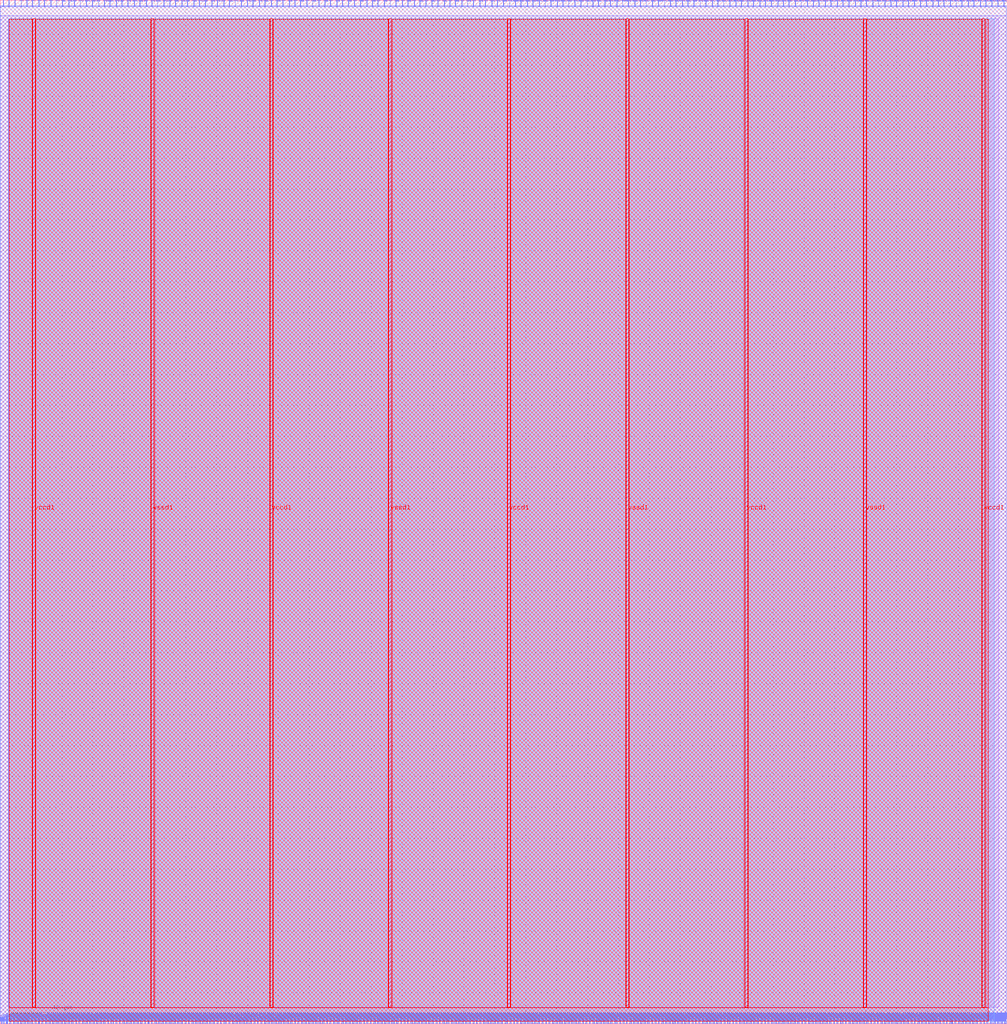
<source format=lef>
VERSION 5.7 ;
  NOWIREEXTENSIONATPIN ON ;
  DIVIDERCHAR "/" ;
  BUSBITCHARS "[]" ;
MACRO rvj1_caravel_soc
  CLASS BLOCK ;
  FOREIGN rvj1_caravel_soc ;
  ORIGIN 0.000 0.000 ;
  SIZE 651.455 BY 662.175 ;
  PIN dram_addr0[0]
    DIRECTION OUTPUT TRISTATE ;
    USE SIGNAL ;
    PORT
      LAYER met2 ;
        RECT 13.430 658.175 13.710 662.175 ;
    END
  END dram_addr0[0]
  PIN dram_addr0[1]
    DIRECTION OUTPUT TRISTATE ;
    USE SIGNAL ;
    PORT
      LAYER met2 ;
        RECT 28.610 658.175 28.890 662.175 ;
    END
  END dram_addr0[1]
  PIN dram_addr0[2]
    DIRECTION OUTPUT TRISTATE ;
    USE SIGNAL ;
    PORT
      LAYER met2 ;
        RECT 44.250 658.175 44.530 662.175 ;
    END
  END dram_addr0[2]
  PIN dram_addr0[3]
    DIRECTION OUTPUT TRISTATE ;
    USE SIGNAL ;
    PORT
      LAYER met2 ;
        RECT 59.430 658.175 59.710 662.175 ;
    END
  END dram_addr0[3]
  PIN dram_addr0[4]
    DIRECTION OUTPUT TRISTATE ;
    USE SIGNAL ;
    PORT
      LAYER met2 ;
        RECT 75.070 658.175 75.350 662.175 ;
    END
  END dram_addr0[4]
  PIN dram_addr0[5]
    DIRECTION OUTPUT TRISTATE ;
    USE SIGNAL ;
    PORT
      LAYER met2 ;
        RECT 86.570 658.175 86.850 662.175 ;
    END
  END dram_addr0[5]
  PIN dram_addr0[6]
    DIRECTION OUTPUT TRISTATE ;
    USE SIGNAL ;
    PORT
      LAYER met2 ;
        RECT 98.070 658.175 98.350 662.175 ;
    END
  END dram_addr0[6]
  PIN dram_addr0[7]
    DIRECTION OUTPUT TRISTATE ;
    USE SIGNAL ;
    PORT
      LAYER met2 ;
        RECT 109.570 658.175 109.850 662.175 ;
    END
  END dram_addr0[7]
  PIN dram_addr0[8]
    DIRECTION OUTPUT TRISTATE ;
    USE SIGNAL ;
    PORT
      LAYER met2 ;
        RECT 121.070 658.175 121.350 662.175 ;
    END
  END dram_addr0[8]
  PIN dram_clk0
    DIRECTION OUTPUT TRISTATE ;
    USE SIGNAL ;
    PORT
      LAYER met2 ;
        RECT 1.930 658.175 2.210 662.175 ;
    END
  END dram_clk0
  PIN dram_csb0
    DIRECTION OUTPUT TRISTATE ;
    USE SIGNAL ;
    PORT
      LAYER met2 ;
        RECT 5.610 658.175 5.890 662.175 ;
    END
  END dram_csb0
  PIN dram_din0[0]
    DIRECTION OUTPUT TRISTATE ;
    USE SIGNAL ;
    PORT
      LAYER met2 ;
        RECT 17.110 658.175 17.390 662.175 ;
    END
  END dram_din0[0]
  PIN dram_din0[10]
    DIRECTION OUTPUT TRISTATE ;
    USE SIGNAL ;
    PORT
      LAYER met2 ;
        RECT 140.390 658.175 140.670 662.175 ;
    END
  END dram_din0[10]
  PIN dram_din0[11]
    DIRECTION OUTPUT TRISTATE ;
    USE SIGNAL ;
    PORT
      LAYER met2 ;
        RECT 148.210 658.175 148.490 662.175 ;
    END
  END dram_din0[11]
  PIN dram_din0[12]
    DIRECTION OUTPUT TRISTATE ;
    USE SIGNAL ;
    PORT
      LAYER met2 ;
        RECT 156.030 658.175 156.310 662.175 ;
    END
  END dram_din0[12]
  PIN dram_din0[13]
    DIRECTION OUTPUT TRISTATE ;
    USE SIGNAL ;
    PORT
      LAYER met2 ;
        RECT 163.390 658.175 163.670 662.175 ;
    END
  END dram_din0[13]
  PIN dram_din0[14]
    DIRECTION OUTPUT TRISTATE ;
    USE SIGNAL ;
    PORT
      LAYER met2 ;
        RECT 171.210 658.175 171.490 662.175 ;
    END
  END dram_din0[14]
  PIN dram_din0[15]
    DIRECTION OUTPUT TRISTATE ;
    USE SIGNAL ;
    PORT
      LAYER met2 ;
        RECT 179.030 658.175 179.310 662.175 ;
    END
  END dram_din0[15]
  PIN dram_din0[16]
    DIRECTION OUTPUT TRISTATE ;
    USE SIGNAL ;
    PORT
      LAYER met2 ;
        RECT 186.850 658.175 187.130 662.175 ;
    END
  END dram_din0[16]
  PIN dram_din0[17]
    DIRECTION OUTPUT TRISTATE ;
    USE SIGNAL ;
    PORT
      LAYER met2 ;
        RECT 194.210 658.175 194.490 662.175 ;
    END
  END dram_din0[17]
  PIN dram_din0[18]
    DIRECTION OUTPUT TRISTATE ;
    USE SIGNAL ;
    PORT
      LAYER met2 ;
        RECT 202.030 658.175 202.310 662.175 ;
    END
  END dram_din0[18]
  PIN dram_din0[19]
    DIRECTION OUTPUT TRISTATE ;
    USE SIGNAL ;
    PORT
      LAYER met2 ;
        RECT 209.850 658.175 210.130 662.175 ;
    END
  END dram_din0[19]
  PIN dram_din0[1]
    DIRECTION OUTPUT TRISTATE ;
    USE SIGNAL ;
    PORT
      LAYER met2 ;
        RECT 32.750 658.175 33.030 662.175 ;
    END
  END dram_din0[1]
  PIN dram_din0[20]
    DIRECTION OUTPUT TRISTATE ;
    USE SIGNAL ;
    PORT
      LAYER met2 ;
        RECT 217.670 658.175 217.950 662.175 ;
    END
  END dram_din0[20]
  PIN dram_din0[21]
    DIRECTION OUTPUT TRISTATE ;
    USE SIGNAL ;
    PORT
      LAYER met2 ;
        RECT 225.030 658.175 225.310 662.175 ;
    END
  END dram_din0[21]
  PIN dram_din0[22]
    DIRECTION OUTPUT TRISTATE ;
    USE SIGNAL ;
    PORT
      LAYER met2 ;
        RECT 232.850 658.175 233.130 662.175 ;
    END
  END dram_din0[22]
  PIN dram_din0[23]
    DIRECTION OUTPUT TRISTATE ;
    USE SIGNAL ;
    PORT
      LAYER met2 ;
        RECT 240.670 658.175 240.950 662.175 ;
    END
  END dram_din0[23]
  PIN dram_din0[24]
    DIRECTION OUTPUT TRISTATE ;
    USE SIGNAL ;
    PORT
      LAYER met2 ;
        RECT 248.490 658.175 248.770 662.175 ;
    END
  END dram_din0[24]
  PIN dram_din0[25]
    DIRECTION OUTPUT TRISTATE ;
    USE SIGNAL ;
    PORT
      LAYER met2 ;
        RECT 255.850 658.175 256.130 662.175 ;
    END
  END dram_din0[25]
  PIN dram_din0[26]
    DIRECTION OUTPUT TRISTATE ;
    USE SIGNAL ;
    PORT
      LAYER met2 ;
        RECT 263.670 658.175 263.950 662.175 ;
    END
  END dram_din0[26]
  PIN dram_din0[27]
    DIRECTION OUTPUT TRISTATE ;
    USE SIGNAL ;
    PORT
      LAYER met2 ;
        RECT 271.490 658.175 271.770 662.175 ;
    END
  END dram_din0[27]
  PIN dram_din0[28]
    DIRECTION OUTPUT TRISTATE ;
    USE SIGNAL ;
    PORT
      LAYER met2 ;
        RECT 279.310 658.175 279.590 662.175 ;
    END
  END dram_din0[28]
  PIN dram_din0[29]
    DIRECTION OUTPUT TRISTATE ;
    USE SIGNAL ;
    PORT
      LAYER met2 ;
        RECT 287.130 658.175 287.410 662.175 ;
    END
  END dram_din0[29]
  PIN dram_din0[2]
    DIRECTION OUTPUT TRISTATE ;
    USE SIGNAL ;
    PORT
      LAYER met2 ;
        RECT 47.930 658.175 48.210 662.175 ;
    END
  END dram_din0[2]
  PIN dram_din0[30]
    DIRECTION OUTPUT TRISTATE ;
    USE SIGNAL ;
    PORT
      LAYER met2 ;
        RECT 294.490 658.175 294.770 662.175 ;
    END
  END dram_din0[30]
  PIN dram_din0[31]
    DIRECTION OUTPUT TRISTATE ;
    USE SIGNAL ;
    PORT
      LAYER met2 ;
        RECT 302.310 658.175 302.590 662.175 ;
    END
  END dram_din0[31]
  PIN dram_din0[3]
    DIRECTION OUTPUT TRISTATE ;
    USE SIGNAL ;
    PORT
      LAYER met2 ;
        RECT 63.570 658.175 63.850 662.175 ;
    END
  END dram_din0[3]
  PIN dram_din0[4]
    DIRECTION OUTPUT TRISTATE ;
    USE SIGNAL ;
    PORT
      LAYER met2 ;
        RECT 78.750 658.175 79.030 662.175 ;
    END
  END dram_din0[4]
  PIN dram_din0[5]
    DIRECTION OUTPUT TRISTATE ;
    USE SIGNAL ;
    PORT
      LAYER met2 ;
        RECT 90.250 658.175 90.530 662.175 ;
    END
  END dram_din0[5]
  PIN dram_din0[6]
    DIRECTION OUTPUT TRISTATE ;
    USE SIGNAL ;
    PORT
      LAYER met2 ;
        RECT 101.750 658.175 102.030 662.175 ;
    END
  END dram_din0[6]
  PIN dram_din0[7]
    DIRECTION OUTPUT TRISTATE ;
    USE SIGNAL ;
    PORT
      LAYER met2 ;
        RECT 113.250 658.175 113.530 662.175 ;
    END
  END dram_din0[7]
  PIN dram_din0[8]
    DIRECTION OUTPUT TRISTATE ;
    USE SIGNAL ;
    PORT
      LAYER met2 ;
        RECT 125.210 658.175 125.490 662.175 ;
    END
  END dram_din0[8]
  PIN dram_din0[9]
    DIRECTION OUTPUT TRISTATE ;
    USE SIGNAL ;
    PORT
      LAYER met2 ;
        RECT 132.570 658.175 132.850 662.175 ;
    END
  END dram_din0[9]
  PIN dram_dout0[0]
    DIRECTION INPUT ;
    USE SIGNAL ;
    PORT
      LAYER met2 ;
        RECT 20.790 658.175 21.070 662.175 ;
    END
  END dram_dout0[0]
  PIN dram_dout0[10]
    DIRECTION INPUT ;
    USE SIGNAL ;
    PORT
      LAYER met2 ;
        RECT 144.530 658.175 144.810 662.175 ;
    END
  END dram_dout0[10]
  PIN dram_dout0[11]
    DIRECTION INPUT ;
    USE SIGNAL ;
    PORT
      LAYER met2 ;
        RECT 151.890 658.175 152.170 662.175 ;
    END
  END dram_dout0[11]
  PIN dram_dout0[12]
    DIRECTION INPUT ;
    USE SIGNAL ;
    PORT
      LAYER met2 ;
        RECT 159.710 658.175 159.990 662.175 ;
    END
  END dram_dout0[12]
  PIN dram_dout0[13]
    DIRECTION INPUT ;
    USE SIGNAL ;
    PORT
      LAYER met2 ;
        RECT 167.530 658.175 167.810 662.175 ;
    END
  END dram_dout0[13]
  PIN dram_dout0[14]
    DIRECTION INPUT ;
    USE SIGNAL ;
    PORT
      LAYER met2 ;
        RECT 175.350 658.175 175.630 662.175 ;
    END
  END dram_dout0[14]
  PIN dram_dout0[15]
    DIRECTION INPUT ;
    USE SIGNAL ;
    PORT
      LAYER met2 ;
        RECT 182.710 658.175 182.990 662.175 ;
    END
  END dram_dout0[15]
  PIN dram_dout0[16]
    DIRECTION INPUT ;
    USE SIGNAL ;
    PORT
      LAYER met2 ;
        RECT 190.530 658.175 190.810 662.175 ;
    END
  END dram_dout0[16]
  PIN dram_dout0[17]
    DIRECTION INPUT ;
    USE SIGNAL ;
    PORT
      LAYER met2 ;
        RECT 198.350 658.175 198.630 662.175 ;
    END
  END dram_dout0[17]
  PIN dram_dout0[18]
    DIRECTION INPUT ;
    USE SIGNAL ;
    PORT
      LAYER met2 ;
        RECT 206.170 658.175 206.450 662.175 ;
    END
  END dram_dout0[18]
  PIN dram_dout0[19]
    DIRECTION INPUT ;
    USE SIGNAL ;
    PORT
      LAYER met2 ;
        RECT 213.530 658.175 213.810 662.175 ;
    END
  END dram_dout0[19]
  PIN dram_dout0[1]
    DIRECTION INPUT ;
    USE SIGNAL ;
    PORT
      LAYER met2 ;
        RECT 36.430 658.175 36.710 662.175 ;
    END
  END dram_dout0[1]
  PIN dram_dout0[20]
    DIRECTION INPUT ;
    USE SIGNAL ;
    PORT
      LAYER met2 ;
        RECT 221.350 658.175 221.630 662.175 ;
    END
  END dram_dout0[20]
  PIN dram_dout0[21]
    DIRECTION INPUT ;
    USE SIGNAL ;
    PORT
      LAYER met2 ;
        RECT 229.170 658.175 229.450 662.175 ;
    END
  END dram_dout0[21]
  PIN dram_dout0[22]
    DIRECTION INPUT ;
    USE SIGNAL ;
    PORT
      LAYER met2 ;
        RECT 236.990 658.175 237.270 662.175 ;
    END
  END dram_dout0[22]
  PIN dram_dout0[23]
    DIRECTION INPUT ;
    USE SIGNAL ;
    PORT
      LAYER met2 ;
        RECT 244.350 658.175 244.630 662.175 ;
    END
  END dram_dout0[23]
  PIN dram_dout0[24]
    DIRECTION INPUT ;
    USE SIGNAL ;
    PORT
      LAYER met2 ;
        RECT 252.170 658.175 252.450 662.175 ;
    END
  END dram_dout0[24]
  PIN dram_dout0[25]
    DIRECTION INPUT ;
    USE SIGNAL ;
    PORT
      LAYER met2 ;
        RECT 259.990 658.175 260.270 662.175 ;
    END
  END dram_dout0[25]
  PIN dram_dout0[26]
    DIRECTION INPUT ;
    USE SIGNAL ;
    PORT
      LAYER met2 ;
        RECT 267.810 658.175 268.090 662.175 ;
    END
  END dram_dout0[26]
  PIN dram_dout0[27]
    DIRECTION INPUT ;
    USE SIGNAL ;
    PORT
      LAYER met2 ;
        RECT 275.170 658.175 275.450 662.175 ;
    END
  END dram_dout0[27]
  PIN dram_dout0[28]
    DIRECTION INPUT ;
    USE SIGNAL ;
    PORT
      LAYER met2 ;
        RECT 282.990 658.175 283.270 662.175 ;
    END
  END dram_dout0[28]
  PIN dram_dout0[29]
    DIRECTION INPUT ;
    USE SIGNAL ;
    PORT
      LAYER met2 ;
        RECT 290.810 658.175 291.090 662.175 ;
    END
  END dram_dout0[29]
  PIN dram_dout0[2]
    DIRECTION INPUT ;
    USE SIGNAL ;
    PORT
      LAYER met2 ;
        RECT 51.610 658.175 51.890 662.175 ;
    END
  END dram_dout0[2]
  PIN dram_dout0[30]
    DIRECTION INPUT ;
    USE SIGNAL ;
    PORT
      LAYER met2 ;
        RECT 298.630 658.175 298.910 662.175 ;
    END
  END dram_dout0[30]
  PIN dram_dout0[31]
    DIRECTION INPUT ;
    USE SIGNAL ;
    PORT
      LAYER met2 ;
        RECT 305.990 658.175 306.270 662.175 ;
    END
  END dram_dout0[31]
  PIN dram_dout0[3]
    DIRECTION INPUT ;
    USE SIGNAL ;
    PORT
      LAYER met2 ;
        RECT 67.250 658.175 67.530 662.175 ;
    END
  END dram_dout0[3]
  PIN dram_dout0[4]
    DIRECTION INPUT ;
    USE SIGNAL ;
    PORT
      LAYER met2 ;
        RECT 82.430 658.175 82.710 662.175 ;
    END
  END dram_dout0[4]
  PIN dram_dout0[5]
    DIRECTION INPUT ;
    USE SIGNAL ;
    PORT
      LAYER met2 ;
        RECT 94.390 658.175 94.670 662.175 ;
    END
  END dram_dout0[5]
  PIN dram_dout0[6]
    DIRECTION INPUT ;
    USE SIGNAL ;
    PORT
      LAYER met2 ;
        RECT 105.890 658.175 106.170 662.175 ;
    END
  END dram_dout0[6]
  PIN dram_dout0[7]
    DIRECTION INPUT ;
    USE SIGNAL ;
    PORT
      LAYER met2 ;
        RECT 117.390 658.175 117.670 662.175 ;
    END
  END dram_dout0[7]
  PIN dram_dout0[8]
    DIRECTION INPUT ;
    USE SIGNAL ;
    PORT
      LAYER met2 ;
        RECT 128.890 658.175 129.170 662.175 ;
    END
  END dram_dout0[8]
  PIN dram_dout0[9]
    DIRECTION INPUT ;
    USE SIGNAL ;
    PORT
      LAYER met2 ;
        RECT 136.710 658.175 136.990 662.175 ;
    END
  END dram_dout0[9]
  PIN dram_web0
    DIRECTION OUTPUT TRISTATE ;
    USE SIGNAL ;
    PORT
      LAYER met2 ;
        RECT 9.290 658.175 9.570 662.175 ;
    END
  END dram_web0
  PIN dram_wmask0[0]
    DIRECTION OUTPUT TRISTATE ;
    USE SIGNAL ;
    PORT
      LAYER met2 ;
        RECT 24.930 658.175 25.210 662.175 ;
    END
  END dram_wmask0[0]
  PIN dram_wmask0[1]
    DIRECTION OUTPUT TRISTATE ;
    USE SIGNAL ;
    PORT
      LAYER met2 ;
        RECT 40.110 658.175 40.390 662.175 ;
    END
  END dram_wmask0[1]
  PIN dram_wmask0[2]
    DIRECTION OUTPUT TRISTATE ;
    USE SIGNAL ;
    PORT
      LAYER met2 ;
        RECT 55.750 658.175 56.030 662.175 ;
    END
  END dram_wmask0[2]
  PIN dram_wmask0[3]
    DIRECTION OUTPUT TRISTATE ;
    USE SIGNAL ;
    PORT
      LAYER met2 ;
        RECT 70.930 658.175 71.210 662.175 ;
    END
  END dram_wmask0[3]
  PIN gpio_in[0]
    DIRECTION INPUT ;
    USE SIGNAL ;
    PORT
      LAYER met2 ;
        RECT 321.630 658.175 321.910 662.175 ;
    END
  END gpio_in[0]
  PIN gpio_in[10]
    DIRECTION INPUT ;
    USE SIGNAL ;
    PORT
      LAYER met2 ;
        RECT 437.090 658.175 437.370 662.175 ;
    END
  END gpio_in[10]
  PIN gpio_in[11]
    DIRECTION INPUT ;
    USE SIGNAL ;
    PORT
      LAYER met2 ;
        RECT 448.590 658.175 448.870 662.175 ;
    END
  END gpio_in[11]
  PIN gpio_in[12]
    DIRECTION INPUT ;
    USE SIGNAL ;
    PORT
      LAYER met2 ;
        RECT 460.550 658.175 460.830 662.175 ;
    END
  END gpio_in[12]
  PIN gpio_in[13]
    DIRECTION INPUT ;
    USE SIGNAL ;
    PORT
      LAYER met2 ;
        RECT 472.050 658.175 472.330 662.175 ;
    END
  END gpio_in[13]
  PIN gpio_in[14]
    DIRECTION INPUT ;
    USE SIGNAL ;
    PORT
      LAYER met2 ;
        RECT 483.550 658.175 483.830 662.175 ;
    END
  END gpio_in[14]
  PIN gpio_in[15]
    DIRECTION INPUT ;
    USE SIGNAL ;
    PORT
      LAYER met2 ;
        RECT 495.050 658.175 495.330 662.175 ;
    END
  END gpio_in[15]
  PIN gpio_in[16]
    DIRECTION INPUT ;
    USE SIGNAL ;
    PORT
      LAYER met2 ;
        RECT 506.550 658.175 506.830 662.175 ;
    END
  END gpio_in[16]
  PIN gpio_in[17]
    DIRECTION INPUT ;
    USE SIGNAL ;
    PORT
      LAYER met2 ;
        RECT 518.050 658.175 518.330 662.175 ;
    END
  END gpio_in[17]
  PIN gpio_in[18]
    DIRECTION INPUT ;
    USE SIGNAL ;
    PORT
      LAYER met2 ;
        RECT 529.550 658.175 529.830 662.175 ;
    END
  END gpio_in[18]
  PIN gpio_in[19]
    DIRECTION INPUT ;
    USE SIGNAL ;
    PORT
      LAYER met2 ;
        RECT 541.510 658.175 541.790 662.175 ;
    END
  END gpio_in[19]
  PIN gpio_in[1]
    DIRECTION INPUT ;
    USE SIGNAL ;
    PORT
      LAYER met2 ;
        RECT 333.130 658.175 333.410 662.175 ;
    END
  END gpio_in[1]
  PIN gpio_in[20]
    DIRECTION INPUT ;
    USE SIGNAL ;
    PORT
      LAYER met2 ;
        RECT 553.010 658.175 553.290 662.175 ;
    END
  END gpio_in[20]
  PIN gpio_in[21]
    DIRECTION INPUT ;
    USE SIGNAL ;
    PORT
      LAYER met2 ;
        RECT 564.510 658.175 564.790 662.175 ;
    END
  END gpio_in[21]
  PIN gpio_in[22]
    DIRECTION INPUT ;
    USE SIGNAL ;
    PORT
      LAYER met2 ;
        RECT 576.010 658.175 576.290 662.175 ;
    END
  END gpio_in[22]
  PIN gpio_in[23]
    DIRECTION INPUT ;
    USE SIGNAL ;
    PORT
      LAYER met2 ;
        RECT 587.510 658.175 587.790 662.175 ;
    END
  END gpio_in[23]
  PIN gpio_in[2]
    DIRECTION INPUT ;
    USE SIGNAL ;
    PORT
      LAYER met2 ;
        RECT 344.630 658.175 344.910 662.175 ;
    END
  END gpio_in[2]
  PIN gpio_in[3]
    DIRECTION INPUT ;
    USE SIGNAL ;
    PORT
      LAYER met2 ;
        RECT 356.130 658.175 356.410 662.175 ;
    END
  END gpio_in[3]
  PIN gpio_in[4]
    DIRECTION INPUT ;
    USE SIGNAL ;
    PORT
      LAYER met2 ;
        RECT 367.630 658.175 367.910 662.175 ;
    END
  END gpio_in[4]
  PIN gpio_in[5]
    DIRECTION INPUT ;
    USE SIGNAL ;
    PORT
      LAYER met2 ;
        RECT 379.590 658.175 379.870 662.175 ;
    END
  END gpio_in[5]
  PIN gpio_in[6]
    DIRECTION INPUT ;
    USE SIGNAL ;
    PORT
      LAYER met2 ;
        RECT 391.090 658.175 391.370 662.175 ;
    END
  END gpio_in[6]
  PIN gpio_in[7]
    DIRECTION INPUT ;
    USE SIGNAL ;
    PORT
      LAYER met2 ;
        RECT 402.590 658.175 402.870 662.175 ;
    END
  END gpio_in[7]
  PIN gpio_in[8]
    DIRECTION INPUT ;
    USE SIGNAL ;
    PORT
      LAYER met2 ;
        RECT 414.090 658.175 414.370 662.175 ;
    END
  END gpio_in[8]
  PIN gpio_in[9]
    DIRECTION INPUT ;
    USE SIGNAL ;
    PORT
      LAYER met2 ;
        RECT 425.590 658.175 425.870 662.175 ;
    END
  END gpio_in[9]
  PIN gpio_oeb[0]
    DIRECTION OUTPUT TRISTATE ;
    USE SIGNAL ;
    PORT
      LAYER met2 ;
        RECT 325.310 658.175 325.590 662.175 ;
    END
  END gpio_oeb[0]
  PIN gpio_oeb[10]
    DIRECTION OUTPUT TRISTATE ;
    USE SIGNAL ;
    PORT
      LAYER met2 ;
        RECT 441.230 658.175 441.510 662.175 ;
    END
  END gpio_oeb[10]
  PIN gpio_oeb[11]
    DIRECTION OUTPUT TRISTATE ;
    USE SIGNAL ;
    PORT
      LAYER met2 ;
        RECT 452.730 658.175 453.010 662.175 ;
    END
  END gpio_oeb[11]
  PIN gpio_oeb[12]
    DIRECTION OUTPUT TRISTATE ;
    USE SIGNAL ;
    PORT
      LAYER met2 ;
        RECT 464.230 658.175 464.510 662.175 ;
    END
  END gpio_oeb[12]
  PIN gpio_oeb[13]
    DIRECTION OUTPUT TRISTATE ;
    USE SIGNAL ;
    PORT
      LAYER met2 ;
        RECT 475.730 658.175 476.010 662.175 ;
    END
  END gpio_oeb[13]
  PIN gpio_oeb[14]
    DIRECTION OUTPUT TRISTATE ;
    USE SIGNAL ;
    PORT
      LAYER met2 ;
        RECT 487.230 658.175 487.510 662.175 ;
    END
  END gpio_oeb[14]
  PIN gpio_oeb[15]
    DIRECTION OUTPUT TRISTATE ;
    USE SIGNAL ;
    PORT
      LAYER met2 ;
        RECT 498.730 658.175 499.010 662.175 ;
    END
  END gpio_oeb[15]
  PIN gpio_oeb[16]
    DIRECTION OUTPUT TRISTATE ;
    USE SIGNAL ;
    PORT
      LAYER met2 ;
        RECT 510.230 658.175 510.510 662.175 ;
    END
  END gpio_oeb[16]
  PIN gpio_oeb[17]
    DIRECTION OUTPUT TRISTATE ;
    USE SIGNAL ;
    PORT
      LAYER met2 ;
        RECT 522.190 658.175 522.470 662.175 ;
    END
  END gpio_oeb[17]
  PIN gpio_oeb[18]
    DIRECTION OUTPUT TRISTATE ;
    USE SIGNAL ;
    PORT
      LAYER met2 ;
        RECT 533.690 658.175 533.970 662.175 ;
    END
  END gpio_oeb[18]
  PIN gpio_oeb[19]
    DIRECTION OUTPUT TRISTATE ;
    USE SIGNAL ;
    PORT
      LAYER met2 ;
        RECT 545.190 658.175 545.470 662.175 ;
    END
  END gpio_oeb[19]
  PIN gpio_oeb[1]
    DIRECTION OUTPUT TRISTATE ;
    USE SIGNAL ;
    PORT
      LAYER met2 ;
        RECT 336.810 658.175 337.090 662.175 ;
    END
  END gpio_oeb[1]
  PIN gpio_oeb[20]
    DIRECTION OUTPUT TRISTATE ;
    USE SIGNAL ;
    PORT
      LAYER met2 ;
        RECT 556.690 658.175 556.970 662.175 ;
    END
  END gpio_oeb[20]
  PIN gpio_oeb[21]
    DIRECTION OUTPUT TRISTATE ;
    USE SIGNAL ;
    PORT
      LAYER met2 ;
        RECT 568.190 658.175 568.470 662.175 ;
    END
  END gpio_oeb[21]
  PIN gpio_oeb[22]
    DIRECTION OUTPUT TRISTATE ;
    USE SIGNAL ;
    PORT
      LAYER met2 ;
        RECT 579.690 658.175 579.970 662.175 ;
    END
  END gpio_oeb[22]
  PIN gpio_oeb[23]
    DIRECTION OUTPUT TRISTATE ;
    USE SIGNAL ;
    PORT
      LAYER met2 ;
        RECT 591.190 658.175 591.470 662.175 ;
    END
  END gpio_oeb[23]
  PIN gpio_oeb[24]
    DIRECTION OUTPUT TRISTATE ;
    USE SIGNAL ;
    PORT
      LAYER met2 ;
        RECT 599.010 658.175 599.290 662.175 ;
    END
  END gpio_oeb[24]
  PIN gpio_oeb[25]
    DIRECTION OUTPUT TRISTATE ;
    USE SIGNAL ;
    PORT
      LAYER met2 ;
        RECT 603.150 658.175 603.430 662.175 ;
    END
  END gpio_oeb[25]
  PIN gpio_oeb[26]
    DIRECTION OUTPUT TRISTATE ;
    USE SIGNAL ;
    PORT
      LAYER met2 ;
        RECT 606.830 658.175 607.110 662.175 ;
    END
  END gpio_oeb[26]
  PIN gpio_oeb[27]
    DIRECTION OUTPUT TRISTATE ;
    USE SIGNAL ;
    PORT
      LAYER met2 ;
        RECT 610.510 658.175 610.790 662.175 ;
    END
  END gpio_oeb[27]
  PIN gpio_oeb[28]
    DIRECTION OUTPUT TRISTATE ;
    USE SIGNAL ;
    PORT
      LAYER met2 ;
        RECT 614.650 658.175 614.930 662.175 ;
    END
  END gpio_oeb[28]
  PIN gpio_oeb[29]
    DIRECTION OUTPUT TRISTATE ;
    USE SIGNAL ;
    PORT
      LAYER met2 ;
        RECT 618.330 658.175 618.610 662.175 ;
    END
  END gpio_oeb[29]
  PIN gpio_oeb[2]
    DIRECTION OUTPUT TRISTATE ;
    USE SIGNAL ;
    PORT
      LAYER met2 ;
        RECT 348.770 658.175 349.050 662.175 ;
    END
  END gpio_oeb[2]
  PIN gpio_oeb[30]
    DIRECTION OUTPUT TRISTATE ;
    USE SIGNAL ;
    PORT
      LAYER met2 ;
        RECT 622.010 658.175 622.290 662.175 ;
    END
  END gpio_oeb[30]
  PIN gpio_oeb[31]
    DIRECTION OUTPUT TRISTATE ;
    USE SIGNAL ;
    PORT
      LAYER met2 ;
        RECT 626.150 658.175 626.430 662.175 ;
    END
  END gpio_oeb[31]
  PIN gpio_oeb[32]
    DIRECTION OUTPUT TRISTATE ;
    USE SIGNAL ;
    PORT
      LAYER met2 ;
        RECT 629.830 658.175 630.110 662.175 ;
    END
  END gpio_oeb[32]
  PIN gpio_oeb[33]
    DIRECTION OUTPUT TRISTATE ;
    USE SIGNAL ;
    PORT
      LAYER met2 ;
        RECT 633.970 658.175 634.250 662.175 ;
    END
  END gpio_oeb[33]
  PIN gpio_oeb[34]
    DIRECTION OUTPUT TRISTATE ;
    USE SIGNAL ;
    PORT
      LAYER met2 ;
        RECT 637.650 658.175 637.930 662.175 ;
    END
  END gpio_oeb[34]
  PIN gpio_oeb[35]
    DIRECTION OUTPUT TRISTATE ;
    USE SIGNAL ;
    PORT
      LAYER met2 ;
        RECT 641.330 658.175 641.610 662.175 ;
    END
  END gpio_oeb[35]
  PIN gpio_oeb[36]
    DIRECTION OUTPUT TRISTATE ;
    USE SIGNAL ;
    PORT
      LAYER met2 ;
        RECT 645.470 658.175 645.750 662.175 ;
    END
  END gpio_oeb[36]
  PIN gpio_oeb[37]
    DIRECTION OUTPUT TRISTATE ;
    USE SIGNAL ;
    PORT
      LAYER met2 ;
        RECT 649.150 658.175 649.430 662.175 ;
    END
  END gpio_oeb[37]
  PIN gpio_oeb[3]
    DIRECTION OUTPUT TRISTATE ;
    USE SIGNAL ;
    PORT
      LAYER met2 ;
        RECT 360.270 658.175 360.550 662.175 ;
    END
  END gpio_oeb[3]
  PIN gpio_oeb[4]
    DIRECTION OUTPUT TRISTATE ;
    USE SIGNAL ;
    PORT
      LAYER met2 ;
        RECT 371.770 658.175 372.050 662.175 ;
    END
  END gpio_oeb[4]
  PIN gpio_oeb[5]
    DIRECTION OUTPUT TRISTATE ;
    USE SIGNAL ;
    PORT
      LAYER met2 ;
        RECT 383.270 658.175 383.550 662.175 ;
    END
  END gpio_oeb[5]
  PIN gpio_oeb[6]
    DIRECTION OUTPUT TRISTATE ;
    USE SIGNAL ;
    PORT
      LAYER met2 ;
        RECT 394.770 658.175 395.050 662.175 ;
    END
  END gpio_oeb[6]
  PIN gpio_oeb[7]
    DIRECTION OUTPUT TRISTATE ;
    USE SIGNAL ;
    PORT
      LAYER met2 ;
        RECT 406.270 658.175 406.550 662.175 ;
    END
  END gpio_oeb[7]
  PIN gpio_oeb[8]
    DIRECTION OUTPUT TRISTATE ;
    USE SIGNAL ;
    PORT
      LAYER met2 ;
        RECT 417.770 658.175 418.050 662.175 ;
    END
  END gpio_oeb[8]
  PIN gpio_oeb[9]
    DIRECTION OUTPUT TRISTATE ;
    USE SIGNAL ;
    PORT
      LAYER met2 ;
        RECT 429.730 658.175 430.010 662.175 ;
    END
  END gpio_oeb[9]
  PIN gpio_out[0]
    DIRECTION OUTPUT TRISTATE ;
    USE SIGNAL ;
    PORT
      LAYER met2 ;
        RECT 329.450 658.175 329.730 662.175 ;
    END
  END gpio_out[0]
  PIN gpio_out[10]
    DIRECTION OUTPUT TRISTATE ;
    USE SIGNAL ;
    PORT
      LAYER met2 ;
        RECT 444.910 658.175 445.190 662.175 ;
    END
  END gpio_out[10]
  PIN gpio_out[11]
    DIRECTION OUTPUT TRISTATE ;
    USE SIGNAL ;
    PORT
      LAYER met2 ;
        RECT 456.410 658.175 456.690 662.175 ;
    END
  END gpio_out[11]
  PIN gpio_out[12]
    DIRECTION OUTPUT TRISTATE ;
    USE SIGNAL ;
    PORT
      LAYER met2 ;
        RECT 467.910 658.175 468.190 662.175 ;
    END
  END gpio_out[12]
  PIN gpio_out[13]
    DIRECTION OUTPUT TRISTATE ;
    USE SIGNAL ;
    PORT
      LAYER met2 ;
        RECT 479.410 658.175 479.690 662.175 ;
    END
  END gpio_out[13]
  PIN gpio_out[14]
    DIRECTION OUTPUT TRISTATE ;
    USE SIGNAL ;
    PORT
      LAYER met2 ;
        RECT 491.370 658.175 491.650 662.175 ;
    END
  END gpio_out[14]
  PIN gpio_out[15]
    DIRECTION OUTPUT TRISTATE ;
    USE SIGNAL ;
    PORT
      LAYER met2 ;
        RECT 502.870 658.175 503.150 662.175 ;
    END
  END gpio_out[15]
  PIN gpio_out[16]
    DIRECTION OUTPUT TRISTATE ;
    USE SIGNAL ;
    PORT
      LAYER met2 ;
        RECT 514.370 658.175 514.650 662.175 ;
    END
  END gpio_out[16]
  PIN gpio_out[17]
    DIRECTION OUTPUT TRISTATE ;
    USE SIGNAL ;
    PORT
      LAYER met2 ;
        RECT 525.870 658.175 526.150 662.175 ;
    END
  END gpio_out[17]
  PIN gpio_out[18]
    DIRECTION OUTPUT TRISTATE ;
    USE SIGNAL ;
    PORT
      LAYER met2 ;
        RECT 537.370 658.175 537.650 662.175 ;
    END
  END gpio_out[18]
  PIN gpio_out[19]
    DIRECTION OUTPUT TRISTATE ;
    USE SIGNAL ;
    PORT
      LAYER met2 ;
        RECT 548.870 658.175 549.150 662.175 ;
    END
  END gpio_out[19]
  PIN gpio_out[1]
    DIRECTION OUTPUT TRISTATE ;
    USE SIGNAL ;
    PORT
      LAYER met2 ;
        RECT 340.950 658.175 341.230 662.175 ;
    END
  END gpio_out[1]
  PIN gpio_out[20]
    DIRECTION OUTPUT TRISTATE ;
    USE SIGNAL ;
    PORT
      LAYER met2 ;
        RECT 560.370 658.175 560.650 662.175 ;
    END
  END gpio_out[20]
  PIN gpio_out[21]
    DIRECTION OUTPUT TRISTATE ;
    USE SIGNAL ;
    PORT
      LAYER met2 ;
        RECT 572.330 658.175 572.610 662.175 ;
    END
  END gpio_out[21]
  PIN gpio_out[22]
    DIRECTION OUTPUT TRISTATE ;
    USE SIGNAL ;
    PORT
      LAYER met2 ;
        RECT 583.830 658.175 584.110 662.175 ;
    END
  END gpio_out[22]
  PIN gpio_out[23]
    DIRECTION OUTPUT TRISTATE ;
    USE SIGNAL ;
    PORT
      LAYER met2 ;
        RECT 595.330 658.175 595.610 662.175 ;
    END
  END gpio_out[23]
  PIN gpio_out[2]
    DIRECTION OUTPUT TRISTATE ;
    USE SIGNAL ;
    PORT
      LAYER met2 ;
        RECT 352.450 658.175 352.730 662.175 ;
    END
  END gpio_out[2]
  PIN gpio_out[3]
    DIRECTION OUTPUT TRISTATE ;
    USE SIGNAL ;
    PORT
      LAYER met2 ;
        RECT 363.950 658.175 364.230 662.175 ;
    END
  END gpio_out[3]
  PIN gpio_out[4]
    DIRECTION OUTPUT TRISTATE ;
    USE SIGNAL ;
    PORT
      LAYER met2 ;
        RECT 375.450 658.175 375.730 662.175 ;
    END
  END gpio_out[4]
  PIN gpio_out[5]
    DIRECTION OUTPUT TRISTATE ;
    USE SIGNAL ;
    PORT
      LAYER met2 ;
        RECT 386.950 658.175 387.230 662.175 ;
    END
  END gpio_out[5]
  PIN gpio_out[6]
    DIRECTION OUTPUT TRISTATE ;
    USE SIGNAL ;
    PORT
      LAYER met2 ;
        RECT 398.910 658.175 399.190 662.175 ;
    END
  END gpio_out[6]
  PIN gpio_out[7]
    DIRECTION OUTPUT TRISTATE ;
    USE SIGNAL ;
    PORT
      LAYER met2 ;
        RECT 410.410 658.175 410.690 662.175 ;
    END
  END gpio_out[7]
  PIN gpio_out[8]
    DIRECTION OUTPUT TRISTATE ;
    USE SIGNAL ;
    PORT
      LAYER met2 ;
        RECT 421.910 658.175 422.190 662.175 ;
    END
  END gpio_out[8]
  PIN gpio_out[9]
    DIRECTION OUTPUT TRISTATE ;
    USE SIGNAL ;
    PORT
      LAYER met2 ;
        RECT 433.410 658.175 433.690 662.175 ;
    END
  END gpio_out[9]
  PIN iram_addr0[0]
    DIRECTION OUTPUT TRISTATE ;
    USE SIGNAL ;
    PORT
      LAYER met2 ;
        RECT 563.590 0.000 563.870 4.000 ;
    END
  END iram_addr0[0]
  PIN iram_addr0[1]
    DIRECTION OUTPUT TRISTATE ;
    USE SIGNAL ;
    PORT
      LAYER met2 ;
        RECT 568.190 0.000 568.470 4.000 ;
    END
  END iram_addr0[1]
  PIN iram_addr0[2]
    DIRECTION OUTPUT TRISTATE ;
    USE SIGNAL ;
    PORT
      LAYER met2 ;
        RECT 572.790 0.000 573.070 4.000 ;
    END
  END iram_addr0[2]
  PIN iram_addr0[3]
    DIRECTION OUTPUT TRISTATE ;
    USE SIGNAL ;
    PORT
      LAYER met2 ;
        RECT 577.390 0.000 577.670 4.000 ;
    END
  END iram_addr0[3]
  PIN iram_addr0[4]
    DIRECTION OUTPUT TRISTATE ;
    USE SIGNAL ;
    PORT
      LAYER met2 ;
        RECT 581.990 0.000 582.270 4.000 ;
    END
  END iram_addr0[4]
  PIN iram_addr0[5]
    DIRECTION OUTPUT TRISTATE ;
    USE SIGNAL ;
    PORT
      LAYER met2 ;
        RECT 585.210 0.000 585.490 4.000 ;
    END
  END iram_addr0[5]
  PIN iram_addr0[6]
    DIRECTION OUTPUT TRISTATE ;
    USE SIGNAL ;
    PORT
      LAYER met2 ;
        RECT 588.890 0.000 589.170 4.000 ;
    END
  END iram_addr0[6]
  PIN iram_addr0[7]
    DIRECTION OUTPUT TRISTATE ;
    USE SIGNAL ;
    PORT
      LAYER met2 ;
        RECT 592.110 0.000 592.390 4.000 ;
    END
  END iram_addr0[7]
  PIN iram_addr0[8]
    DIRECTION OUTPUT TRISTATE ;
    USE SIGNAL ;
    PORT
      LAYER met2 ;
        RECT 595.790 0.000 596.070 4.000 ;
    END
  END iram_addr0[8]
  PIN iram_clk0
    DIRECTION OUTPUT TRISTATE ;
    USE SIGNAL ;
    PORT
      LAYER met2 ;
        RECT 560.370 0.000 560.650 4.000 ;
    END
  END iram_clk0
  PIN iram_csb0
    DIRECTION OUTPUT TRISTATE ;
    USE SIGNAL ;
    PORT
      LAYER met2 ;
        RECT 561.290 0.000 561.570 4.000 ;
    END
  END iram_csb0
  PIN iram_din0[0]
    DIRECTION OUTPUT TRISTATE ;
    USE SIGNAL ;
    PORT
      LAYER met2 ;
        RECT 564.970 0.000 565.250 4.000 ;
    END
  END iram_din0[0]
  PIN iram_din0[10]
    DIRECTION OUTPUT TRISTATE ;
    USE SIGNAL ;
    PORT
      LAYER met2 ;
        RECT 601.310 0.000 601.590 4.000 ;
    END
  END iram_din0[10]
  PIN iram_din0[11]
    DIRECTION OUTPUT TRISTATE ;
    USE SIGNAL ;
    PORT
      LAYER met2 ;
        RECT 603.610 0.000 603.890 4.000 ;
    END
  END iram_din0[11]
  PIN iram_din0[12]
    DIRECTION OUTPUT TRISTATE ;
    USE SIGNAL ;
    PORT
      LAYER met2 ;
        RECT 605.910 0.000 606.190 4.000 ;
    END
  END iram_din0[12]
  PIN iram_din0[13]
    DIRECTION OUTPUT TRISTATE ;
    USE SIGNAL ;
    PORT
      LAYER met2 ;
        RECT 608.210 0.000 608.490 4.000 ;
    END
  END iram_din0[13]
  PIN iram_din0[14]
    DIRECTION OUTPUT TRISTATE ;
    USE SIGNAL ;
    PORT
      LAYER met2 ;
        RECT 610.510 0.000 610.790 4.000 ;
    END
  END iram_din0[14]
  PIN iram_din0[15]
    DIRECTION OUTPUT TRISTATE ;
    USE SIGNAL ;
    PORT
      LAYER met2 ;
        RECT 612.810 0.000 613.090 4.000 ;
    END
  END iram_din0[15]
  PIN iram_din0[16]
    DIRECTION OUTPUT TRISTATE ;
    USE SIGNAL ;
    PORT
      LAYER met2 ;
        RECT 615.110 0.000 615.390 4.000 ;
    END
  END iram_din0[16]
  PIN iram_din0[17]
    DIRECTION OUTPUT TRISTATE ;
    USE SIGNAL ;
    PORT
      LAYER met2 ;
        RECT 617.410 0.000 617.690 4.000 ;
    END
  END iram_din0[17]
  PIN iram_din0[18]
    DIRECTION OUTPUT TRISTATE ;
    USE SIGNAL ;
    PORT
      LAYER met2 ;
        RECT 619.710 0.000 619.990 4.000 ;
    END
  END iram_din0[18]
  PIN iram_din0[19]
    DIRECTION OUTPUT TRISTATE ;
    USE SIGNAL ;
    PORT
      LAYER met2 ;
        RECT 622.010 0.000 622.290 4.000 ;
    END
  END iram_din0[19]
  PIN iram_din0[1]
    DIRECTION OUTPUT TRISTATE ;
    USE SIGNAL ;
    PORT
      LAYER met2 ;
        RECT 569.570 0.000 569.850 4.000 ;
    END
  END iram_din0[1]
  PIN iram_din0[20]
    DIRECTION OUTPUT TRISTATE ;
    USE SIGNAL ;
    PORT
      LAYER met2 ;
        RECT 624.310 0.000 624.590 4.000 ;
    END
  END iram_din0[20]
  PIN iram_din0[21]
    DIRECTION OUTPUT TRISTATE ;
    USE SIGNAL ;
    PORT
      LAYER met2 ;
        RECT 626.610 0.000 626.890 4.000 ;
    END
  END iram_din0[21]
  PIN iram_din0[22]
    DIRECTION OUTPUT TRISTATE ;
    USE SIGNAL ;
    PORT
      LAYER met2 ;
        RECT 628.910 0.000 629.190 4.000 ;
    END
  END iram_din0[22]
  PIN iram_din0[23]
    DIRECTION OUTPUT TRISTATE ;
    USE SIGNAL ;
    PORT
      LAYER met2 ;
        RECT 631.210 0.000 631.490 4.000 ;
    END
  END iram_din0[23]
  PIN iram_din0[24]
    DIRECTION OUTPUT TRISTATE ;
    USE SIGNAL ;
    PORT
      LAYER met2 ;
        RECT 633.510 0.000 633.790 4.000 ;
    END
  END iram_din0[24]
  PIN iram_din0[25]
    DIRECTION OUTPUT TRISTATE ;
    USE SIGNAL ;
    PORT
      LAYER met2 ;
        RECT 635.810 0.000 636.090 4.000 ;
    END
  END iram_din0[25]
  PIN iram_din0[26]
    DIRECTION OUTPUT TRISTATE ;
    USE SIGNAL ;
    PORT
      LAYER met2 ;
        RECT 638.110 0.000 638.390 4.000 ;
    END
  END iram_din0[26]
  PIN iram_din0[27]
    DIRECTION OUTPUT TRISTATE ;
    USE SIGNAL ;
    PORT
      LAYER met2 ;
        RECT 640.410 0.000 640.690 4.000 ;
    END
  END iram_din0[27]
  PIN iram_din0[28]
    DIRECTION OUTPUT TRISTATE ;
    USE SIGNAL ;
    PORT
      LAYER met2 ;
        RECT 642.710 0.000 642.990 4.000 ;
    END
  END iram_din0[28]
  PIN iram_din0[29]
    DIRECTION OUTPUT TRISTATE ;
    USE SIGNAL ;
    PORT
      LAYER met2 ;
        RECT 645.010 0.000 645.290 4.000 ;
    END
  END iram_din0[29]
  PIN iram_din0[2]
    DIRECTION OUTPUT TRISTATE ;
    USE SIGNAL ;
    PORT
      LAYER met2 ;
        RECT 574.170 0.000 574.450 4.000 ;
    END
  END iram_din0[2]
  PIN iram_din0[30]
    DIRECTION OUTPUT TRISTATE ;
    USE SIGNAL ;
    PORT
      LAYER met2 ;
        RECT 647.310 0.000 647.590 4.000 ;
    END
  END iram_din0[30]
  PIN iram_din0[31]
    DIRECTION OUTPUT TRISTATE ;
    USE SIGNAL ;
    PORT
      LAYER met2 ;
        RECT 649.610 0.000 649.890 4.000 ;
    END
  END iram_din0[31]
  PIN iram_din0[3]
    DIRECTION OUTPUT TRISTATE ;
    USE SIGNAL ;
    PORT
      LAYER met2 ;
        RECT 578.770 0.000 579.050 4.000 ;
    END
  END iram_din0[3]
  PIN iram_din0[4]
    DIRECTION OUTPUT TRISTATE ;
    USE SIGNAL ;
    PORT
      LAYER met2 ;
        RECT 582.910 0.000 583.190 4.000 ;
    END
  END iram_din0[4]
  PIN iram_din0[5]
    DIRECTION OUTPUT TRISTATE ;
    USE SIGNAL ;
    PORT
      LAYER met2 ;
        RECT 586.590 0.000 586.870 4.000 ;
    END
  END iram_din0[5]
  PIN iram_din0[6]
    DIRECTION OUTPUT TRISTATE ;
    USE SIGNAL ;
    PORT
      LAYER met2 ;
        RECT 589.810 0.000 590.090 4.000 ;
    END
  END iram_din0[6]
  PIN iram_din0[7]
    DIRECTION OUTPUT TRISTATE ;
    USE SIGNAL ;
    PORT
      LAYER met2 ;
        RECT 593.490 0.000 593.770 4.000 ;
    END
  END iram_din0[7]
  PIN iram_din0[8]
    DIRECTION OUTPUT TRISTATE ;
    USE SIGNAL ;
    PORT
      LAYER met2 ;
        RECT 596.710 0.000 596.990 4.000 ;
    END
  END iram_din0[8]
  PIN iram_din0[9]
    DIRECTION OUTPUT TRISTATE ;
    USE SIGNAL ;
    PORT
      LAYER met2 ;
        RECT 599.010 0.000 599.290 4.000 ;
    END
  END iram_din0[9]
  PIN iram_dout0[0]
    DIRECTION INPUT ;
    USE SIGNAL ;
    PORT
      LAYER met2 ;
        RECT 565.890 0.000 566.170 4.000 ;
    END
  END iram_dout0[0]
  PIN iram_dout0[10]
    DIRECTION INPUT ;
    USE SIGNAL ;
    PORT
      LAYER met2 ;
        RECT 602.690 0.000 602.970 4.000 ;
    END
  END iram_dout0[10]
  PIN iram_dout0[11]
    DIRECTION INPUT ;
    USE SIGNAL ;
    PORT
      LAYER met2 ;
        RECT 604.990 0.000 605.270 4.000 ;
    END
  END iram_dout0[11]
  PIN iram_dout0[12]
    DIRECTION INPUT ;
    USE SIGNAL ;
    PORT
      LAYER met2 ;
        RECT 607.290 0.000 607.570 4.000 ;
    END
  END iram_dout0[12]
  PIN iram_dout0[13]
    DIRECTION INPUT ;
    USE SIGNAL ;
    PORT
      LAYER met2 ;
        RECT 609.590 0.000 609.870 4.000 ;
    END
  END iram_dout0[13]
  PIN iram_dout0[14]
    DIRECTION INPUT ;
    USE SIGNAL ;
    PORT
      LAYER met2 ;
        RECT 611.890 0.000 612.170 4.000 ;
    END
  END iram_dout0[14]
  PIN iram_dout0[15]
    DIRECTION INPUT ;
    USE SIGNAL ;
    PORT
      LAYER met2 ;
        RECT 614.190 0.000 614.470 4.000 ;
    END
  END iram_dout0[15]
  PIN iram_dout0[16]
    DIRECTION INPUT ;
    USE SIGNAL ;
    PORT
      LAYER met2 ;
        RECT 616.030 0.000 616.310 4.000 ;
    END
  END iram_dout0[16]
  PIN iram_dout0[17]
    DIRECTION INPUT ;
    USE SIGNAL ;
    PORT
      LAYER met2 ;
        RECT 618.330 0.000 618.610 4.000 ;
    END
  END iram_dout0[17]
  PIN iram_dout0[18]
    DIRECTION INPUT ;
    USE SIGNAL ;
    PORT
      LAYER met2 ;
        RECT 620.630 0.000 620.910 4.000 ;
    END
  END iram_dout0[18]
  PIN iram_dout0[19]
    DIRECTION INPUT ;
    USE SIGNAL ;
    PORT
      LAYER met2 ;
        RECT 622.930 0.000 623.210 4.000 ;
    END
  END iram_dout0[19]
  PIN iram_dout0[1]
    DIRECTION INPUT ;
    USE SIGNAL ;
    PORT
      LAYER met2 ;
        RECT 570.490 0.000 570.770 4.000 ;
    END
  END iram_dout0[1]
  PIN iram_dout0[20]
    DIRECTION INPUT ;
    USE SIGNAL ;
    PORT
      LAYER met2 ;
        RECT 625.230 0.000 625.510 4.000 ;
    END
  END iram_dout0[20]
  PIN iram_dout0[21]
    DIRECTION INPUT ;
    USE SIGNAL ;
    PORT
      LAYER met2 ;
        RECT 627.530 0.000 627.810 4.000 ;
    END
  END iram_dout0[21]
  PIN iram_dout0[22]
    DIRECTION INPUT ;
    USE SIGNAL ;
    PORT
      LAYER met2 ;
        RECT 629.830 0.000 630.110 4.000 ;
    END
  END iram_dout0[22]
  PIN iram_dout0[23]
    DIRECTION INPUT ;
    USE SIGNAL ;
    PORT
      LAYER met2 ;
        RECT 632.130 0.000 632.410 4.000 ;
    END
  END iram_dout0[23]
  PIN iram_dout0[24]
    DIRECTION INPUT ;
    USE SIGNAL ;
    PORT
      LAYER met2 ;
        RECT 634.430 0.000 634.710 4.000 ;
    END
  END iram_dout0[24]
  PIN iram_dout0[25]
    DIRECTION INPUT ;
    USE SIGNAL ;
    PORT
      LAYER met2 ;
        RECT 636.730 0.000 637.010 4.000 ;
    END
  END iram_dout0[25]
  PIN iram_dout0[26]
    DIRECTION INPUT ;
    USE SIGNAL ;
    PORT
      LAYER met2 ;
        RECT 639.030 0.000 639.310 4.000 ;
    END
  END iram_dout0[26]
  PIN iram_dout0[27]
    DIRECTION INPUT ;
    USE SIGNAL ;
    PORT
      LAYER met2 ;
        RECT 641.330 0.000 641.610 4.000 ;
    END
  END iram_dout0[27]
  PIN iram_dout0[28]
    DIRECTION INPUT ;
    USE SIGNAL ;
    PORT
      LAYER met2 ;
        RECT 643.630 0.000 643.910 4.000 ;
    END
  END iram_dout0[28]
  PIN iram_dout0[29]
    DIRECTION INPUT ;
    USE SIGNAL ;
    PORT
      LAYER met2 ;
        RECT 645.930 0.000 646.210 4.000 ;
    END
  END iram_dout0[29]
  PIN iram_dout0[2]
    DIRECTION INPUT ;
    USE SIGNAL ;
    PORT
      LAYER met2 ;
        RECT 575.090 0.000 575.370 4.000 ;
    END
  END iram_dout0[2]
  PIN iram_dout0[30]
    DIRECTION INPUT ;
    USE SIGNAL ;
    PORT
      LAYER met2 ;
        RECT 648.230 0.000 648.510 4.000 ;
    END
  END iram_dout0[30]
  PIN iram_dout0[31]
    DIRECTION INPUT ;
    USE SIGNAL ;
    PORT
      LAYER met2 ;
        RECT 650.530 0.000 650.810 4.000 ;
    END
  END iram_dout0[31]
  PIN iram_dout0[3]
    DIRECTION INPUT ;
    USE SIGNAL ;
    PORT
      LAYER met2 ;
        RECT 579.690 0.000 579.970 4.000 ;
    END
  END iram_dout0[3]
  PIN iram_dout0[4]
    DIRECTION INPUT ;
    USE SIGNAL ;
    PORT
      LAYER met2 ;
        RECT 584.290 0.000 584.570 4.000 ;
    END
  END iram_dout0[4]
  PIN iram_dout0[5]
    DIRECTION INPUT ;
    USE SIGNAL ;
    PORT
      LAYER met2 ;
        RECT 587.510 0.000 587.790 4.000 ;
    END
  END iram_dout0[5]
  PIN iram_dout0[6]
    DIRECTION INPUT ;
    USE SIGNAL ;
    PORT
      LAYER met2 ;
        RECT 591.190 0.000 591.470 4.000 ;
    END
  END iram_dout0[6]
  PIN iram_dout0[7]
    DIRECTION INPUT ;
    USE SIGNAL ;
    PORT
      LAYER met2 ;
        RECT 594.410 0.000 594.690 4.000 ;
    END
  END iram_dout0[7]
  PIN iram_dout0[8]
    DIRECTION INPUT ;
    USE SIGNAL ;
    PORT
      LAYER met2 ;
        RECT 598.090 0.000 598.370 4.000 ;
    END
  END iram_dout0[8]
  PIN iram_dout0[9]
    DIRECTION INPUT ;
    USE SIGNAL ;
    PORT
      LAYER met2 ;
        RECT 600.390 0.000 600.670 4.000 ;
    END
  END iram_dout0[9]
  PIN iram_web0
    DIRECTION OUTPUT TRISTATE ;
    USE SIGNAL ;
    PORT
      LAYER met2 ;
        RECT 562.670 0.000 562.950 4.000 ;
    END
  END iram_web0
  PIN iram_wmask0[0]
    DIRECTION OUTPUT TRISTATE ;
    USE SIGNAL ;
    PORT
      LAYER met2 ;
        RECT 567.270 0.000 567.550 4.000 ;
    END
  END iram_wmask0[0]
  PIN iram_wmask0[1]
    DIRECTION OUTPUT TRISTATE ;
    USE SIGNAL ;
    PORT
      LAYER met2 ;
        RECT 571.870 0.000 572.150 4.000 ;
    END
  END iram_wmask0[1]
  PIN iram_wmask0[2]
    DIRECTION OUTPUT TRISTATE ;
    USE SIGNAL ;
    PORT
      LAYER met2 ;
        RECT 576.470 0.000 576.750 4.000 ;
    END
  END iram_wmask0[2]
  PIN iram_wmask0[3]
    DIRECTION OUTPUT TRISTATE ;
    USE SIGNAL ;
    PORT
      LAYER met2 ;
        RECT 580.610 0.000 580.890 4.000 ;
    END
  END iram_wmask0[3]
  PIN la_data_in[0]
    DIRECTION INPUT ;
    USE SIGNAL ;
    PORT
      LAYER met2 ;
        RECT 121.530 0.000 121.810 4.000 ;
    END
  END la_data_in[0]
  PIN la_data_in[100]
    DIRECTION INPUT ;
    USE SIGNAL ;
    PORT
      LAYER met2 ;
        RECT 464.230 0.000 464.510 4.000 ;
    END
  END la_data_in[100]
  PIN la_data_in[101]
    DIRECTION INPUT ;
    USE SIGNAL ;
    PORT
      LAYER met2 ;
        RECT 467.910 0.000 468.190 4.000 ;
    END
  END la_data_in[101]
  PIN la_data_in[102]
    DIRECTION INPUT ;
    USE SIGNAL ;
    PORT
      LAYER met2 ;
        RECT 471.130 0.000 471.410 4.000 ;
    END
  END la_data_in[102]
  PIN la_data_in[103]
    DIRECTION INPUT ;
    USE SIGNAL ;
    PORT
      LAYER met2 ;
        RECT 474.350 0.000 474.630 4.000 ;
    END
  END la_data_in[103]
  PIN la_data_in[104]
    DIRECTION INPUT ;
    USE SIGNAL ;
    PORT
      LAYER met2 ;
        RECT 478.030 0.000 478.310 4.000 ;
    END
  END la_data_in[104]
  PIN la_data_in[105]
    DIRECTION INPUT ;
    USE SIGNAL ;
    PORT
      LAYER met2 ;
        RECT 481.250 0.000 481.530 4.000 ;
    END
  END la_data_in[105]
  PIN la_data_in[106]
    DIRECTION INPUT ;
    USE SIGNAL ;
    PORT
      LAYER met2 ;
        RECT 484.930 0.000 485.210 4.000 ;
    END
  END la_data_in[106]
  PIN la_data_in[107]
    DIRECTION INPUT ;
    USE SIGNAL ;
    PORT
      LAYER met2 ;
        RECT 488.150 0.000 488.430 4.000 ;
    END
  END la_data_in[107]
  PIN la_data_in[108]
    DIRECTION INPUT ;
    USE SIGNAL ;
    PORT
      LAYER met2 ;
        RECT 491.830 0.000 492.110 4.000 ;
    END
  END la_data_in[108]
  PIN la_data_in[109]
    DIRECTION INPUT ;
    USE SIGNAL ;
    PORT
      LAYER met2 ;
        RECT 495.050 0.000 495.330 4.000 ;
    END
  END la_data_in[109]
  PIN la_data_in[10]
    DIRECTION INPUT ;
    USE SIGNAL ;
    PORT
      LAYER met2 ;
        RECT 155.570 0.000 155.850 4.000 ;
    END
  END la_data_in[10]
  PIN la_data_in[110]
    DIRECTION INPUT ;
    USE SIGNAL ;
    PORT
      LAYER met2 ;
        RECT 498.730 0.000 499.010 4.000 ;
    END
  END la_data_in[110]
  PIN la_data_in[111]
    DIRECTION INPUT ;
    USE SIGNAL ;
    PORT
      LAYER met2 ;
        RECT 501.950 0.000 502.230 4.000 ;
    END
  END la_data_in[111]
  PIN la_data_in[112]
    DIRECTION INPUT ;
    USE SIGNAL ;
    PORT
      LAYER met2 ;
        RECT 505.630 0.000 505.910 4.000 ;
    END
  END la_data_in[112]
  PIN la_data_in[113]
    DIRECTION INPUT ;
    USE SIGNAL ;
    PORT
      LAYER met2 ;
        RECT 508.850 0.000 509.130 4.000 ;
    END
  END la_data_in[113]
  PIN la_data_in[114]
    DIRECTION INPUT ;
    USE SIGNAL ;
    PORT
      LAYER met2 ;
        RECT 512.070 0.000 512.350 4.000 ;
    END
  END la_data_in[114]
  PIN la_data_in[115]
    DIRECTION INPUT ;
    USE SIGNAL ;
    PORT
      LAYER met2 ;
        RECT 515.750 0.000 516.030 4.000 ;
    END
  END la_data_in[115]
  PIN la_data_in[116]
    DIRECTION INPUT ;
    USE SIGNAL ;
    PORT
      LAYER met2 ;
        RECT 518.970 0.000 519.250 4.000 ;
    END
  END la_data_in[116]
  PIN la_data_in[117]
    DIRECTION INPUT ;
    USE SIGNAL ;
    PORT
      LAYER met2 ;
        RECT 522.650 0.000 522.930 4.000 ;
    END
  END la_data_in[117]
  PIN la_data_in[118]
    DIRECTION INPUT ;
    USE SIGNAL ;
    PORT
      LAYER met2 ;
        RECT 525.870 0.000 526.150 4.000 ;
    END
  END la_data_in[118]
  PIN la_data_in[119]
    DIRECTION INPUT ;
    USE SIGNAL ;
    PORT
      LAYER met2 ;
        RECT 529.550 0.000 529.830 4.000 ;
    END
  END la_data_in[119]
  PIN la_data_in[11]
    DIRECTION INPUT ;
    USE SIGNAL ;
    PORT
      LAYER met2 ;
        RECT 159.250 0.000 159.530 4.000 ;
    END
  END la_data_in[11]
  PIN la_data_in[120]
    DIRECTION INPUT ;
    USE SIGNAL ;
    PORT
      LAYER met2 ;
        RECT 532.770 0.000 533.050 4.000 ;
    END
  END la_data_in[120]
  PIN la_data_in[121]
    DIRECTION INPUT ;
    USE SIGNAL ;
    PORT
      LAYER met2 ;
        RECT 536.450 0.000 536.730 4.000 ;
    END
  END la_data_in[121]
  PIN la_data_in[122]
    DIRECTION INPUT ;
    USE SIGNAL ;
    PORT
      LAYER met2 ;
        RECT 539.670 0.000 539.950 4.000 ;
    END
  END la_data_in[122]
  PIN la_data_in[123]
    DIRECTION INPUT ;
    USE SIGNAL ;
    PORT
      LAYER met2 ;
        RECT 543.350 0.000 543.630 4.000 ;
    END
  END la_data_in[123]
  PIN la_data_in[124]
    DIRECTION INPUT ;
    USE SIGNAL ;
    PORT
      LAYER met2 ;
        RECT 546.570 0.000 546.850 4.000 ;
    END
  END la_data_in[124]
  PIN la_data_in[125]
    DIRECTION INPUT ;
    USE SIGNAL ;
    PORT
      LAYER met2 ;
        RECT 549.790 0.000 550.070 4.000 ;
    END
  END la_data_in[125]
  PIN la_data_in[126]
    DIRECTION INPUT ;
    USE SIGNAL ;
    PORT
      LAYER met2 ;
        RECT 553.470 0.000 553.750 4.000 ;
    END
  END la_data_in[126]
  PIN la_data_in[127]
    DIRECTION INPUT ;
    USE SIGNAL ;
    PORT
      LAYER met2 ;
        RECT 556.690 0.000 556.970 4.000 ;
    END
  END la_data_in[127]
  PIN la_data_in[12]
    DIRECTION INPUT ;
    USE SIGNAL ;
    PORT
      LAYER met2 ;
        RECT 162.470 0.000 162.750 4.000 ;
    END
  END la_data_in[12]
  PIN la_data_in[13]
    DIRECTION INPUT ;
    USE SIGNAL ;
    PORT
      LAYER met2 ;
        RECT 166.150 0.000 166.430 4.000 ;
    END
  END la_data_in[13]
  PIN la_data_in[14]
    DIRECTION INPUT ;
    USE SIGNAL ;
    PORT
      LAYER met2 ;
        RECT 169.370 0.000 169.650 4.000 ;
    END
  END la_data_in[14]
  PIN la_data_in[15]
    DIRECTION INPUT ;
    USE SIGNAL ;
    PORT
      LAYER met2 ;
        RECT 173.050 0.000 173.330 4.000 ;
    END
  END la_data_in[15]
  PIN la_data_in[16]
    DIRECTION INPUT ;
    USE SIGNAL ;
    PORT
      LAYER met2 ;
        RECT 176.270 0.000 176.550 4.000 ;
    END
  END la_data_in[16]
  PIN la_data_in[17]
    DIRECTION INPUT ;
    USE SIGNAL ;
    PORT
      LAYER met2 ;
        RECT 179.950 0.000 180.230 4.000 ;
    END
  END la_data_in[17]
  PIN la_data_in[18]
    DIRECTION INPUT ;
    USE SIGNAL ;
    PORT
      LAYER met2 ;
        RECT 183.170 0.000 183.450 4.000 ;
    END
  END la_data_in[18]
  PIN la_data_in[19]
    DIRECTION INPUT ;
    USE SIGNAL ;
    PORT
      LAYER met2 ;
        RECT 186.390 0.000 186.670 4.000 ;
    END
  END la_data_in[19]
  PIN la_data_in[1]
    DIRECTION INPUT ;
    USE SIGNAL ;
    PORT
      LAYER met2 ;
        RECT 124.750 0.000 125.030 4.000 ;
    END
  END la_data_in[1]
  PIN la_data_in[20]
    DIRECTION INPUT ;
    USE SIGNAL ;
    PORT
      LAYER met2 ;
        RECT 190.070 0.000 190.350 4.000 ;
    END
  END la_data_in[20]
  PIN la_data_in[21]
    DIRECTION INPUT ;
    USE SIGNAL ;
    PORT
      LAYER met2 ;
        RECT 193.290 0.000 193.570 4.000 ;
    END
  END la_data_in[21]
  PIN la_data_in[22]
    DIRECTION INPUT ;
    USE SIGNAL ;
    PORT
      LAYER met2 ;
        RECT 196.970 0.000 197.250 4.000 ;
    END
  END la_data_in[22]
  PIN la_data_in[23]
    DIRECTION INPUT ;
    USE SIGNAL ;
    PORT
      LAYER met2 ;
        RECT 200.190 0.000 200.470 4.000 ;
    END
  END la_data_in[23]
  PIN la_data_in[24]
    DIRECTION INPUT ;
    USE SIGNAL ;
    PORT
      LAYER met2 ;
        RECT 203.870 0.000 204.150 4.000 ;
    END
  END la_data_in[24]
  PIN la_data_in[25]
    DIRECTION INPUT ;
    USE SIGNAL ;
    PORT
      LAYER met2 ;
        RECT 207.090 0.000 207.370 4.000 ;
    END
  END la_data_in[25]
  PIN la_data_in[26]
    DIRECTION INPUT ;
    USE SIGNAL ;
    PORT
      LAYER met2 ;
        RECT 210.770 0.000 211.050 4.000 ;
    END
  END la_data_in[26]
  PIN la_data_in[27]
    DIRECTION INPUT ;
    USE SIGNAL ;
    PORT
      LAYER met2 ;
        RECT 213.990 0.000 214.270 4.000 ;
    END
  END la_data_in[27]
  PIN la_data_in[28]
    DIRECTION INPUT ;
    USE SIGNAL ;
    PORT
      LAYER met2 ;
        RECT 217.670 0.000 217.950 4.000 ;
    END
  END la_data_in[28]
  PIN la_data_in[29]
    DIRECTION INPUT ;
    USE SIGNAL ;
    PORT
      LAYER met2 ;
        RECT 220.890 0.000 221.170 4.000 ;
    END
  END la_data_in[29]
  PIN la_data_in[2]
    DIRECTION INPUT ;
    USE SIGNAL ;
    PORT
      LAYER met2 ;
        RECT 128.430 0.000 128.710 4.000 ;
    END
  END la_data_in[2]
  PIN la_data_in[30]
    DIRECTION INPUT ;
    USE SIGNAL ;
    PORT
      LAYER met2 ;
        RECT 224.110 0.000 224.390 4.000 ;
    END
  END la_data_in[30]
  PIN la_data_in[31]
    DIRECTION INPUT ;
    USE SIGNAL ;
    PORT
      LAYER met2 ;
        RECT 227.790 0.000 228.070 4.000 ;
    END
  END la_data_in[31]
  PIN la_data_in[32]
    DIRECTION INPUT ;
    USE SIGNAL ;
    PORT
      LAYER met2 ;
        RECT 231.010 0.000 231.290 4.000 ;
    END
  END la_data_in[32]
  PIN la_data_in[33]
    DIRECTION INPUT ;
    USE SIGNAL ;
    PORT
      LAYER met2 ;
        RECT 234.690 0.000 234.970 4.000 ;
    END
  END la_data_in[33]
  PIN la_data_in[34]
    DIRECTION INPUT ;
    USE SIGNAL ;
    PORT
      LAYER met2 ;
        RECT 237.910 0.000 238.190 4.000 ;
    END
  END la_data_in[34]
  PIN la_data_in[35]
    DIRECTION INPUT ;
    USE SIGNAL ;
    PORT
      LAYER met2 ;
        RECT 241.590 0.000 241.870 4.000 ;
    END
  END la_data_in[35]
  PIN la_data_in[36]
    DIRECTION INPUT ;
    USE SIGNAL ;
    PORT
      LAYER met2 ;
        RECT 244.810 0.000 245.090 4.000 ;
    END
  END la_data_in[36]
  PIN la_data_in[37]
    DIRECTION INPUT ;
    USE SIGNAL ;
    PORT
      LAYER met2 ;
        RECT 248.490 0.000 248.770 4.000 ;
    END
  END la_data_in[37]
  PIN la_data_in[38]
    DIRECTION INPUT ;
    USE SIGNAL ;
    PORT
      LAYER met2 ;
        RECT 251.710 0.000 251.990 4.000 ;
    END
  END la_data_in[38]
  PIN la_data_in[39]
    DIRECTION INPUT ;
    USE SIGNAL ;
    PORT
      LAYER met2 ;
        RECT 254.930 0.000 255.210 4.000 ;
    END
  END la_data_in[39]
  PIN la_data_in[3]
    DIRECTION INPUT ;
    USE SIGNAL ;
    PORT
      LAYER met2 ;
        RECT 131.650 0.000 131.930 4.000 ;
    END
  END la_data_in[3]
  PIN la_data_in[40]
    DIRECTION INPUT ;
    USE SIGNAL ;
    PORT
      LAYER met2 ;
        RECT 258.610 0.000 258.890 4.000 ;
    END
  END la_data_in[40]
  PIN la_data_in[41]
    DIRECTION INPUT ;
    USE SIGNAL ;
    PORT
      LAYER met2 ;
        RECT 261.830 0.000 262.110 4.000 ;
    END
  END la_data_in[41]
  PIN la_data_in[42]
    DIRECTION INPUT ;
    USE SIGNAL ;
    PORT
      LAYER met2 ;
        RECT 265.510 0.000 265.790 4.000 ;
    END
  END la_data_in[42]
  PIN la_data_in[43]
    DIRECTION INPUT ;
    USE SIGNAL ;
    PORT
      LAYER met2 ;
        RECT 268.730 0.000 269.010 4.000 ;
    END
  END la_data_in[43]
  PIN la_data_in[44]
    DIRECTION INPUT ;
    USE SIGNAL ;
    PORT
      LAYER met2 ;
        RECT 272.410 0.000 272.690 4.000 ;
    END
  END la_data_in[44]
  PIN la_data_in[45]
    DIRECTION INPUT ;
    USE SIGNAL ;
    PORT
      LAYER met2 ;
        RECT 275.630 0.000 275.910 4.000 ;
    END
  END la_data_in[45]
  PIN la_data_in[46]
    DIRECTION INPUT ;
    USE SIGNAL ;
    PORT
      LAYER met2 ;
        RECT 279.310 0.000 279.590 4.000 ;
    END
  END la_data_in[46]
  PIN la_data_in[47]
    DIRECTION INPUT ;
    USE SIGNAL ;
    PORT
      LAYER met2 ;
        RECT 282.530 0.000 282.810 4.000 ;
    END
  END la_data_in[47]
  PIN la_data_in[48]
    DIRECTION INPUT ;
    USE SIGNAL ;
    PORT
      LAYER met2 ;
        RECT 286.210 0.000 286.490 4.000 ;
    END
  END la_data_in[48]
  PIN la_data_in[49]
    DIRECTION INPUT ;
    USE SIGNAL ;
    PORT
      LAYER met2 ;
        RECT 289.430 0.000 289.710 4.000 ;
    END
  END la_data_in[49]
  PIN la_data_in[4]
    DIRECTION INPUT ;
    USE SIGNAL ;
    PORT
      LAYER met2 ;
        RECT 135.330 0.000 135.610 4.000 ;
    END
  END la_data_in[4]
  PIN la_data_in[50]
    DIRECTION INPUT ;
    USE SIGNAL ;
    PORT
      LAYER met2 ;
        RECT 292.650 0.000 292.930 4.000 ;
    END
  END la_data_in[50]
  PIN la_data_in[51]
    DIRECTION INPUT ;
    USE SIGNAL ;
    PORT
      LAYER met2 ;
        RECT 296.330 0.000 296.610 4.000 ;
    END
  END la_data_in[51]
  PIN la_data_in[52]
    DIRECTION INPUT ;
    USE SIGNAL ;
    PORT
      LAYER met2 ;
        RECT 299.550 0.000 299.830 4.000 ;
    END
  END la_data_in[52]
  PIN la_data_in[53]
    DIRECTION INPUT ;
    USE SIGNAL ;
    PORT
      LAYER met2 ;
        RECT 303.230 0.000 303.510 4.000 ;
    END
  END la_data_in[53]
  PIN la_data_in[54]
    DIRECTION INPUT ;
    USE SIGNAL ;
    PORT
      LAYER met2 ;
        RECT 306.450 0.000 306.730 4.000 ;
    END
  END la_data_in[54]
  PIN la_data_in[55]
    DIRECTION INPUT ;
    USE SIGNAL ;
    PORT
      LAYER met2 ;
        RECT 310.130 0.000 310.410 4.000 ;
    END
  END la_data_in[55]
  PIN la_data_in[56]
    DIRECTION INPUT ;
    USE SIGNAL ;
    PORT
      LAYER met2 ;
        RECT 313.350 0.000 313.630 4.000 ;
    END
  END la_data_in[56]
  PIN la_data_in[57]
    DIRECTION INPUT ;
    USE SIGNAL ;
    PORT
      LAYER met2 ;
        RECT 317.030 0.000 317.310 4.000 ;
    END
  END la_data_in[57]
  PIN la_data_in[58]
    DIRECTION INPUT ;
    USE SIGNAL ;
    PORT
      LAYER met2 ;
        RECT 320.250 0.000 320.530 4.000 ;
    END
  END la_data_in[58]
  PIN la_data_in[59]
    DIRECTION INPUT ;
    USE SIGNAL ;
    PORT
      LAYER met2 ;
        RECT 323.930 0.000 324.210 4.000 ;
    END
  END la_data_in[59]
  PIN la_data_in[5]
    DIRECTION INPUT ;
    USE SIGNAL ;
    PORT
      LAYER met2 ;
        RECT 138.550 0.000 138.830 4.000 ;
    END
  END la_data_in[5]
  PIN la_data_in[60]
    DIRECTION INPUT ;
    USE SIGNAL ;
    PORT
      LAYER met2 ;
        RECT 327.150 0.000 327.430 4.000 ;
    END
  END la_data_in[60]
  PIN la_data_in[61]
    DIRECTION INPUT ;
    USE SIGNAL ;
    PORT
      LAYER met2 ;
        RECT 330.370 0.000 330.650 4.000 ;
    END
  END la_data_in[61]
  PIN la_data_in[62]
    DIRECTION INPUT ;
    USE SIGNAL ;
    PORT
      LAYER met2 ;
        RECT 334.050 0.000 334.330 4.000 ;
    END
  END la_data_in[62]
  PIN la_data_in[63]
    DIRECTION INPUT ;
    USE SIGNAL ;
    PORT
      LAYER met2 ;
        RECT 337.270 0.000 337.550 4.000 ;
    END
  END la_data_in[63]
  PIN la_data_in[64]
    DIRECTION INPUT ;
    USE SIGNAL ;
    PORT
      LAYER met2 ;
        RECT 340.950 0.000 341.230 4.000 ;
    END
  END la_data_in[64]
  PIN la_data_in[65]
    DIRECTION INPUT ;
    USE SIGNAL ;
    PORT
      LAYER met2 ;
        RECT 344.170 0.000 344.450 4.000 ;
    END
  END la_data_in[65]
  PIN la_data_in[66]
    DIRECTION INPUT ;
    USE SIGNAL ;
    PORT
      LAYER met2 ;
        RECT 347.850 0.000 348.130 4.000 ;
    END
  END la_data_in[66]
  PIN la_data_in[67]
    DIRECTION INPUT ;
    USE SIGNAL ;
    PORT
      LAYER met2 ;
        RECT 351.070 0.000 351.350 4.000 ;
    END
  END la_data_in[67]
  PIN la_data_in[68]
    DIRECTION INPUT ;
    USE SIGNAL ;
    PORT
      LAYER met2 ;
        RECT 354.750 0.000 355.030 4.000 ;
    END
  END la_data_in[68]
  PIN la_data_in[69]
    DIRECTION INPUT ;
    USE SIGNAL ;
    PORT
      LAYER met2 ;
        RECT 357.970 0.000 358.250 4.000 ;
    END
  END la_data_in[69]
  PIN la_data_in[6]
    DIRECTION INPUT ;
    USE SIGNAL ;
    PORT
      LAYER met2 ;
        RECT 142.230 0.000 142.510 4.000 ;
    END
  END la_data_in[6]
  PIN la_data_in[70]
    DIRECTION INPUT ;
    USE SIGNAL ;
    PORT
      LAYER met2 ;
        RECT 361.650 0.000 361.930 4.000 ;
    END
  END la_data_in[70]
  PIN la_data_in[71]
    DIRECTION INPUT ;
    USE SIGNAL ;
    PORT
      LAYER met2 ;
        RECT 364.870 0.000 365.150 4.000 ;
    END
  END la_data_in[71]
  PIN la_data_in[72]
    DIRECTION INPUT ;
    USE SIGNAL ;
    PORT
      LAYER met2 ;
        RECT 368.090 0.000 368.370 4.000 ;
    END
  END la_data_in[72]
  PIN la_data_in[73]
    DIRECTION INPUT ;
    USE SIGNAL ;
    PORT
      LAYER met2 ;
        RECT 371.770 0.000 372.050 4.000 ;
    END
  END la_data_in[73]
  PIN la_data_in[74]
    DIRECTION INPUT ;
    USE SIGNAL ;
    PORT
      LAYER met2 ;
        RECT 374.990 0.000 375.270 4.000 ;
    END
  END la_data_in[74]
  PIN la_data_in[75]
    DIRECTION INPUT ;
    USE SIGNAL ;
    PORT
      LAYER met2 ;
        RECT 378.670 0.000 378.950 4.000 ;
    END
  END la_data_in[75]
  PIN la_data_in[76]
    DIRECTION INPUT ;
    USE SIGNAL ;
    PORT
      LAYER met2 ;
        RECT 381.890 0.000 382.170 4.000 ;
    END
  END la_data_in[76]
  PIN la_data_in[77]
    DIRECTION INPUT ;
    USE SIGNAL ;
    PORT
      LAYER met2 ;
        RECT 385.570 0.000 385.850 4.000 ;
    END
  END la_data_in[77]
  PIN la_data_in[78]
    DIRECTION INPUT ;
    USE SIGNAL ;
    PORT
      LAYER met2 ;
        RECT 388.790 0.000 389.070 4.000 ;
    END
  END la_data_in[78]
  PIN la_data_in[79]
    DIRECTION INPUT ;
    USE SIGNAL ;
    PORT
      LAYER met2 ;
        RECT 392.470 0.000 392.750 4.000 ;
    END
  END la_data_in[79]
  PIN la_data_in[7]
    DIRECTION INPUT ;
    USE SIGNAL ;
    PORT
      LAYER met2 ;
        RECT 145.450 0.000 145.730 4.000 ;
    END
  END la_data_in[7]
  PIN la_data_in[80]
    DIRECTION INPUT ;
    USE SIGNAL ;
    PORT
      LAYER met2 ;
        RECT 395.690 0.000 395.970 4.000 ;
    END
  END la_data_in[80]
  PIN la_data_in[81]
    DIRECTION INPUT ;
    USE SIGNAL ;
    PORT
      LAYER met2 ;
        RECT 398.910 0.000 399.190 4.000 ;
    END
  END la_data_in[81]
  PIN la_data_in[82]
    DIRECTION INPUT ;
    USE SIGNAL ;
    PORT
      LAYER met2 ;
        RECT 402.590 0.000 402.870 4.000 ;
    END
  END la_data_in[82]
  PIN la_data_in[83]
    DIRECTION INPUT ;
    USE SIGNAL ;
    PORT
      LAYER met2 ;
        RECT 405.810 0.000 406.090 4.000 ;
    END
  END la_data_in[83]
  PIN la_data_in[84]
    DIRECTION INPUT ;
    USE SIGNAL ;
    PORT
      LAYER met2 ;
        RECT 409.490 0.000 409.770 4.000 ;
    END
  END la_data_in[84]
  PIN la_data_in[85]
    DIRECTION INPUT ;
    USE SIGNAL ;
    PORT
      LAYER met2 ;
        RECT 412.710 0.000 412.990 4.000 ;
    END
  END la_data_in[85]
  PIN la_data_in[86]
    DIRECTION INPUT ;
    USE SIGNAL ;
    PORT
      LAYER met2 ;
        RECT 416.390 0.000 416.670 4.000 ;
    END
  END la_data_in[86]
  PIN la_data_in[87]
    DIRECTION INPUT ;
    USE SIGNAL ;
    PORT
      LAYER met2 ;
        RECT 419.610 0.000 419.890 4.000 ;
    END
  END la_data_in[87]
  PIN la_data_in[88]
    DIRECTION INPUT ;
    USE SIGNAL ;
    PORT
      LAYER met2 ;
        RECT 423.290 0.000 423.570 4.000 ;
    END
  END la_data_in[88]
  PIN la_data_in[89]
    DIRECTION INPUT ;
    USE SIGNAL ;
    PORT
      LAYER met2 ;
        RECT 426.510 0.000 426.790 4.000 ;
    END
  END la_data_in[89]
  PIN la_data_in[8]
    DIRECTION INPUT ;
    USE SIGNAL ;
    PORT
      LAYER met2 ;
        RECT 148.670 0.000 148.950 4.000 ;
    END
  END la_data_in[8]
  PIN la_data_in[90]
    DIRECTION INPUT ;
    USE SIGNAL ;
    PORT
      LAYER met2 ;
        RECT 430.190 0.000 430.470 4.000 ;
    END
  END la_data_in[90]
  PIN la_data_in[91]
    DIRECTION INPUT ;
    USE SIGNAL ;
    PORT
      LAYER met2 ;
        RECT 433.410 0.000 433.690 4.000 ;
    END
  END la_data_in[91]
  PIN la_data_in[92]
    DIRECTION INPUT ;
    USE SIGNAL ;
    PORT
      LAYER met2 ;
        RECT 436.630 0.000 436.910 4.000 ;
    END
  END la_data_in[92]
  PIN la_data_in[93]
    DIRECTION INPUT ;
    USE SIGNAL ;
    PORT
      LAYER met2 ;
        RECT 440.310 0.000 440.590 4.000 ;
    END
  END la_data_in[93]
  PIN la_data_in[94]
    DIRECTION INPUT ;
    USE SIGNAL ;
    PORT
      LAYER met2 ;
        RECT 443.530 0.000 443.810 4.000 ;
    END
  END la_data_in[94]
  PIN la_data_in[95]
    DIRECTION INPUT ;
    USE SIGNAL ;
    PORT
      LAYER met2 ;
        RECT 447.210 0.000 447.490 4.000 ;
    END
  END la_data_in[95]
  PIN la_data_in[96]
    DIRECTION INPUT ;
    USE SIGNAL ;
    PORT
      LAYER met2 ;
        RECT 450.430 0.000 450.710 4.000 ;
    END
  END la_data_in[96]
  PIN la_data_in[97]
    DIRECTION INPUT ;
    USE SIGNAL ;
    PORT
      LAYER met2 ;
        RECT 454.110 0.000 454.390 4.000 ;
    END
  END la_data_in[97]
  PIN la_data_in[98]
    DIRECTION INPUT ;
    USE SIGNAL ;
    PORT
      LAYER met2 ;
        RECT 457.330 0.000 457.610 4.000 ;
    END
  END la_data_in[98]
  PIN la_data_in[99]
    DIRECTION INPUT ;
    USE SIGNAL ;
    PORT
      LAYER met2 ;
        RECT 461.010 0.000 461.290 4.000 ;
    END
  END la_data_in[99]
  PIN la_data_in[9]
    DIRECTION INPUT ;
    USE SIGNAL ;
    PORT
      LAYER met2 ;
        RECT 152.350 0.000 152.630 4.000 ;
    END
  END la_data_in[9]
  PIN la_data_out[0]
    DIRECTION OUTPUT TRISTATE ;
    USE SIGNAL ;
    PORT
      LAYER met2 ;
        RECT 122.450 0.000 122.730 4.000 ;
    END
  END la_data_out[0]
  PIN la_data_out[100]
    DIRECTION OUTPUT TRISTATE ;
    USE SIGNAL ;
    PORT
      LAYER met2 ;
        RECT 465.610 0.000 465.890 4.000 ;
    END
  END la_data_out[100]
  PIN la_data_out[101]
    DIRECTION OUTPUT TRISTATE ;
    USE SIGNAL ;
    PORT
      LAYER met2 ;
        RECT 468.830 0.000 469.110 4.000 ;
    END
  END la_data_out[101]
  PIN la_data_out[102]
    DIRECTION OUTPUT TRISTATE ;
    USE SIGNAL ;
    PORT
      LAYER met2 ;
        RECT 472.050 0.000 472.330 4.000 ;
    END
  END la_data_out[102]
  PIN la_data_out[103]
    DIRECTION OUTPUT TRISTATE ;
    USE SIGNAL ;
    PORT
      LAYER met2 ;
        RECT 475.730 0.000 476.010 4.000 ;
    END
  END la_data_out[103]
  PIN la_data_out[104]
    DIRECTION OUTPUT TRISTATE ;
    USE SIGNAL ;
    PORT
      LAYER met2 ;
        RECT 478.950 0.000 479.230 4.000 ;
    END
  END la_data_out[104]
  PIN la_data_out[105]
    DIRECTION OUTPUT TRISTATE ;
    USE SIGNAL ;
    PORT
      LAYER met2 ;
        RECT 482.630 0.000 482.910 4.000 ;
    END
  END la_data_out[105]
  PIN la_data_out[106]
    DIRECTION OUTPUT TRISTATE ;
    USE SIGNAL ;
    PORT
      LAYER met2 ;
        RECT 485.850 0.000 486.130 4.000 ;
    END
  END la_data_out[106]
  PIN la_data_out[107]
    DIRECTION OUTPUT TRISTATE ;
    USE SIGNAL ;
    PORT
      LAYER met2 ;
        RECT 489.530 0.000 489.810 4.000 ;
    END
  END la_data_out[107]
  PIN la_data_out[108]
    DIRECTION OUTPUT TRISTATE ;
    USE SIGNAL ;
    PORT
      LAYER met2 ;
        RECT 492.750 0.000 493.030 4.000 ;
    END
  END la_data_out[108]
  PIN la_data_out[109]
    DIRECTION OUTPUT TRISTATE ;
    USE SIGNAL ;
    PORT
      LAYER met2 ;
        RECT 496.430 0.000 496.710 4.000 ;
    END
  END la_data_out[109]
  PIN la_data_out[10]
    DIRECTION OUTPUT TRISTATE ;
    USE SIGNAL ;
    PORT
      LAYER met2 ;
        RECT 156.950 0.000 157.230 4.000 ;
    END
  END la_data_out[10]
  PIN la_data_out[110]
    DIRECTION OUTPUT TRISTATE ;
    USE SIGNAL ;
    PORT
      LAYER met2 ;
        RECT 499.650 0.000 499.930 4.000 ;
    END
  END la_data_out[110]
  PIN la_data_out[111]
    DIRECTION OUTPUT TRISTATE ;
    USE SIGNAL ;
    PORT
      LAYER met2 ;
        RECT 503.330 0.000 503.610 4.000 ;
    END
  END la_data_out[111]
  PIN la_data_out[112]
    DIRECTION OUTPUT TRISTATE ;
    USE SIGNAL ;
    PORT
      LAYER met2 ;
        RECT 506.550 0.000 506.830 4.000 ;
    END
  END la_data_out[112]
  PIN la_data_out[113]
    DIRECTION OUTPUT TRISTATE ;
    USE SIGNAL ;
    PORT
      LAYER met2 ;
        RECT 509.770 0.000 510.050 4.000 ;
    END
  END la_data_out[113]
  PIN la_data_out[114]
    DIRECTION OUTPUT TRISTATE ;
    USE SIGNAL ;
    PORT
      LAYER met2 ;
        RECT 513.450 0.000 513.730 4.000 ;
    END
  END la_data_out[114]
  PIN la_data_out[115]
    DIRECTION OUTPUT TRISTATE ;
    USE SIGNAL ;
    PORT
      LAYER met2 ;
        RECT 516.670 0.000 516.950 4.000 ;
    END
  END la_data_out[115]
  PIN la_data_out[116]
    DIRECTION OUTPUT TRISTATE ;
    USE SIGNAL ;
    PORT
      LAYER met2 ;
        RECT 520.350 0.000 520.630 4.000 ;
    END
  END la_data_out[116]
  PIN la_data_out[117]
    DIRECTION OUTPUT TRISTATE ;
    USE SIGNAL ;
    PORT
      LAYER met2 ;
        RECT 523.570 0.000 523.850 4.000 ;
    END
  END la_data_out[117]
  PIN la_data_out[118]
    DIRECTION OUTPUT TRISTATE ;
    USE SIGNAL ;
    PORT
      LAYER met2 ;
        RECT 527.250 0.000 527.530 4.000 ;
    END
  END la_data_out[118]
  PIN la_data_out[119]
    DIRECTION OUTPUT TRISTATE ;
    USE SIGNAL ;
    PORT
      LAYER met2 ;
        RECT 530.470 0.000 530.750 4.000 ;
    END
  END la_data_out[119]
  PIN la_data_out[11]
    DIRECTION OUTPUT TRISTATE ;
    USE SIGNAL ;
    PORT
      LAYER met2 ;
        RECT 160.170 0.000 160.450 4.000 ;
    END
  END la_data_out[11]
  PIN la_data_out[120]
    DIRECTION OUTPUT TRISTATE ;
    USE SIGNAL ;
    PORT
      LAYER met2 ;
        RECT 534.150 0.000 534.430 4.000 ;
    END
  END la_data_out[120]
  PIN la_data_out[121]
    DIRECTION OUTPUT TRISTATE ;
    USE SIGNAL ;
    PORT
      LAYER met2 ;
        RECT 537.370 0.000 537.650 4.000 ;
    END
  END la_data_out[121]
  PIN la_data_out[122]
    DIRECTION OUTPUT TRISTATE ;
    USE SIGNAL ;
    PORT
      LAYER met2 ;
        RECT 541.050 0.000 541.330 4.000 ;
    END
  END la_data_out[122]
  PIN la_data_out[123]
    DIRECTION OUTPUT TRISTATE ;
    USE SIGNAL ;
    PORT
      LAYER met2 ;
        RECT 544.270 0.000 544.550 4.000 ;
    END
  END la_data_out[123]
  PIN la_data_out[124]
    DIRECTION OUTPUT TRISTATE ;
    USE SIGNAL ;
    PORT
      LAYER met2 ;
        RECT 547.490 0.000 547.770 4.000 ;
    END
  END la_data_out[124]
  PIN la_data_out[125]
    DIRECTION OUTPUT TRISTATE ;
    USE SIGNAL ;
    PORT
      LAYER met2 ;
        RECT 551.170 0.000 551.450 4.000 ;
    END
  END la_data_out[125]
  PIN la_data_out[126]
    DIRECTION OUTPUT TRISTATE ;
    USE SIGNAL ;
    PORT
      LAYER met2 ;
        RECT 554.390 0.000 554.670 4.000 ;
    END
  END la_data_out[126]
  PIN la_data_out[127]
    DIRECTION OUTPUT TRISTATE ;
    USE SIGNAL ;
    PORT
      LAYER met2 ;
        RECT 558.070 0.000 558.350 4.000 ;
    END
  END la_data_out[127]
  PIN la_data_out[12]
    DIRECTION OUTPUT TRISTATE ;
    USE SIGNAL ;
    PORT
      LAYER met2 ;
        RECT 163.850 0.000 164.130 4.000 ;
    END
  END la_data_out[12]
  PIN la_data_out[13]
    DIRECTION OUTPUT TRISTATE ;
    USE SIGNAL ;
    PORT
      LAYER met2 ;
        RECT 167.070 0.000 167.350 4.000 ;
    END
  END la_data_out[13]
  PIN la_data_out[14]
    DIRECTION OUTPUT TRISTATE ;
    USE SIGNAL ;
    PORT
      LAYER met2 ;
        RECT 170.750 0.000 171.030 4.000 ;
    END
  END la_data_out[14]
  PIN la_data_out[15]
    DIRECTION OUTPUT TRISTATE ;
    USE SIGNAL ;
    PORT
      LAYER met2 ;
        RECT 173.970 0.000 174.250 4.000 ;
    END
  END la_data_out[15]
  PIN la_data_out[16]
    DIRECTION OUTPUT TRISTATE ;
    USE SIGNAL ;
    PORT
      LAYER met2 ;
        RECT 177.650 0.000 177.930 4.000 ;
    END
  END la_data_out[16]
  PIN la_data_out[17]
    DIRECTION OUTPUT TRISTATE ;
    USE SIGNAL ;
    PORT
      LAYER met2 ;
        RECT 180.870 0.000 181.150 4.000 ;
    END
  END la_data_out[17]
  PIN la_data_out[18]
    DIRECTION OUTPUT TRISTATE ;
    USE SIGNAL ;
    PORT
      LAYER met2 ;
        RECT 184.090 0.000 184.370 4.000 ;
    END
  END la_data_out[18]
  PIN la_data_out[19]
    DIRECTION OUTPUT TRISTATE ;
    USE SIGNAL ;
    PORT
      LAYER met2 ;
        RECT 187.770 0.000 188.050 4.000 ;
    END
  END la_data_out[19]
  PIN la_data_out[1]
    DIRECTION OUTPUT TRISTATE ;
    USE SIGNAL ;
    PORT
      LAYER met2 ;
        RECT 126.130 0.000 126.410 4.000 ;
    END
  END la_data_out[1]
  PIN la_data_out[20]
    DIRECTION OUTPUT TRISTATE ;
    USE SIGNAL ;
    PORT
      LAYER met2 ;
        RECT 190.990 0.000 191.270 4.000 ;
    END
  END la_data_out[20]
  PIN la_data_out[21]
    DIRECTION OUTPUT TRISTATE ;
    USE SIGNAL ;
    PORT
      LAYER met2 ;
        RECT 194.670 0.000 194.950 4.000 ;
    END
  END la_data_out[21]
  PIN la_data_out[22]
    DIRECTION OUTPUT TRISTATE ;
    USE SIGNAL ;
    PORT
      LAYER met2 ;
        RECT 197.890 0.000 198.170 4.000 ;
    END
  END la_data_out[22]
  PIN la_data_out[23]
    DIRECTION OUTPUT TRISTATE ;
    USE SIGNAL ;
    PORT
      LAYER met2 ;
        RECT 201.570 0.000 201.850 4.000 ;
    END
  END la_data_out[23]
  PIN la_data_out[24]
    DIRECTION OUTPUT TRISTATE ;
    USE SIGNAL ;
    PORT
      LAYER met2 ;
        RECT 204.790 0.000 205.070 4.000 ;
    END
  END la_data_out[24]
  PIN la_data_out[25]
    DIRECTION OUTPUT TRISTATE ;
    USE SIGNAL ;
    PORT
      LAYER met2 ;
        RECT 208.470 0.000 208.750 4.000 ;
    END
  END la_data_out[25]
  PIN la_data_out[26]
    DIRECTION OUTPUT TRISTATE ;
    USE SIGNAL ;
    PORT
      LAYER met2 ;
        RECT 211.690 0.000 211.970 4.000 ;
    END
  END la_data_out[26]
  PIN la_data_out[27]
    DIRECTION OUTPUT TRISTATE ;
    USE SIGNAL ;
    PORT
      LAYER met2 ;
        RECT 215.370 0.000 215.650 4.000 ;
    END
  END la_data_out[27]
  PIN la_data_out[28]
    DIRECTION OUTPUT TRISTATE ;
    USE SIGNAL ;
    PORT
      LAYER met2 ;
        RECT 218.590 0.000 218.870 4.000 ;
    END
  END la_data_out[28]
  PIN la_data_out[29]
    DIRECTION OUTPUT TRISTATE ;
    USE SIGNAL ;
    PORT
      LAYER met2 ;
        RECT 221.810 0.000 222.090 4.000 ;
    END
  END la_data_out[29]
  PIN la_data_out[2]
    DIRECTION OUTPUT TRISTATE ;
    USE SIGNAL ;
    PORT
      LAYER met2 ;
        RECT 129.350 0.000 129.630 4.000 ;
    END
  END la_data_out[2]
  PIN la_data_out[30]
    DIRECTION OUTPUT TRISTATE ;
    USE SIGNAL ;
    PORT
      LAYER met2 ;
        RECT 225.490 0.000 225.770 4.000 ;
    END
  END la_data_out[30]
  PIN la_data_out[31]
    DIRECTION OUTPUT TRISTATE ;
    USE SIGNAL ;
    PORT
      LAYER met2 ;
        RECT 228.710 0.000 228.990 4.000 ;
    END
  END la_data_out[31]
  PIN la_data_out[32]
    DIRECTION OUTPUT TRISTATE ;
    USE SIGNAL ;
    PORT
      LAYER met2 ;
        RECT 232.390 0.000 232.670 4.000 ;
    END
  END la_data_out[32]
  PIN la_data_out[33]
    DIRECTION OUTPUT TRISTATE ;
    USE SIGNAL ;
    PORT
      LAYER met2 ;
        RECT 235.610 0.000 235.890 4.000 ;
    END
  END la_data_out[33]
  PIN la_data_out[34]
    DIRECTION OUTPUT TRISTATE ;
    USE SIGNAL ;
    PORT
      LAYER met2 ;
        RECT 239.290 0.000 239.570 4.000 ;
    END
  END la_data_out[34]
  PIN la_data_out[35]
    DIRECTION OUTPUT TRISTATE ;
    USE SIGNAL ;
    PORT
      LAYER met2 ;
        RECT 242.510 0.000 242.790 4.000 ;
    END
  END la_data_out[35]
  PIN la_data_out[36]
    DIRECTION OUTPUT TRISTATE ;
    USE SIGNAL ;
    PORT
      LAYER met2 ;
        RECT 246.190 0.000 246.470 4.000 ;
    END
  END la_data_out[36]
  PIN la_data_out[37]
    DIRECTION OUTPUT TRISTATE ;
    USE SIGNAL ;
    PORT
      LAYER met2 ;
        RECT 249.410 0.000 249.690 4.000 ;
    END
  END la_data_out[37]
  PIN la_data_out[38]
    DIRECTION OUTPUT TRISTATE ;
    USE SIGNAL ;
    PORT
      LAYER met2 ;
        RECT 253.090 0.000 253.370 4.000 ;
    END
  END la_data_out[38]
  PIN la_data_out[39]
    DIRECTION OUTPUT TRISTATE ;
    USE SIGNAL ;
    PORT
      LAYER met2 ;
        RECT 256.310 0.000 256.590 4.000 ;
    END
  END la_data_out[39]
  PIN la_data_out[3]
    DIRECTION OUTPUT TRISTATE ;
    USE SIGNAL ;
    PORT
      LAYER met2 ;
        RECT 133.030 0.000 133.310 4.000 ;
    END
  END la_data_out[3]
  PIN la_data_out[40]
    DIRECTION OUTPUT TRISTATE ;
    USE SIGNAL ;
    PORT
      LAYER met2 ;
        RECT 259.530 0.000 259.810 4.000 ;
    END
  END la_data_out[40]
  PIN la_data_out[41]
    DIRECTION OUTPUT TRISTATE ;
    USE SIGNAL ;
    PORT
      LAYER met2 ;
        RECT 263.210 0.000 263.490 4.000 ;
    END
  END la_data_out[41]
  PIN la_data_out[42]
    DIRECTION OUTPUT TRISTATE ;
    USE SIGNAL ;
    PORT
      LAYER met2 ;
        RECT 266.430 0.000 266.710 4.000 ;
    END
  END la_data_out[42]
  PIN la_data_out[43]
    DIRECTION OUTPUT TRISTATE ;
    USE SIGNAL ;
    PORT
      LAYER met2 ;
        RECT 270.110 0.000 270.390 4.000 ;
    END
  END la_data_out[43]
  PIN la_data_out[44]
    DIRECTION OUTPUT TRISTATE ;
    USE SIGNAL ;
    PORT
      LAYER met2 ;
        RECT 273.330 0.000 273.610 4.000 ;
    END
  END la_data_out[44]
  PIN la_data_out[45]
    DIRECTION OUTPUT TRISTATE ;
    USE SIGNAL ;
    PORT
      LAYER met2 ;
        RECT 277.010 0.000 277.290 4.000 ;
    END
  END la_data_out[45]
  PIN la_data_out[46]
    DIRECTION OUTPUT TRISTATE ;
    USE SIGNAL ;
    PORT
      LAYER met2 ;
        RECT 280.230 0.000 280.510 4.000 ;
    END
  END la_data_out[46]
  PIN la_data_out[47]
    DIRECTION OUTPUT TRISTATE ;
    USE SIGNAL ;
    PORT
      LAYER met2 ;
        RECT 283.910 0.000 284.190 4.000 ;
    END
  END la_data_out[47]
  PIN la_data_out[48]
    DIRECTION OUTPUT TRISTATE ;
    USE SIGNAL ;
    PORT
      LAYER met2 ;
        RECT 287.130 0.000 287.410 4.000 ;
    END
  END la_data_out[48]
  PIN la_data_out[49]
    DIRECTION OUTPUT TRISTATE ;
    USE SIGNAL ;
    PORT
      LAYER met2 ;
        RECT 290.350 0.000 290.630 4.000 ;
    END
  END la_data_out[49]
  PIN la_data_out[4]
    DIRECTION OUTPUT TRISTATE ;
    USE SIGNAL ;
    PORT
      LAYER met2 ;
        RECT 136.250 0.000 136.530 4.000 ;
    END
  END la_data_out[4]
  PIN la_data_out[50]
    DIRECTION OUTPUT TRISTATE ;
    USE SIGNAL ;
    PORT
      LAYER met2 ;
        RECT 294.030 0.000 294.310 4.000 ;
    END
  END la_data_out[50]
  PIN la_data_out[51]
    DIRECTION OUTPUT TRISTATE ;
    USE SIGNAL ;
    PORT
      LAYER met2 ;
        RECT 297.250 0.000 297.530 4.000 ;
    END
  END la_data_out[51]
  PIN la_data_out[52]
    DIRECTION OUTPUT TRISTATE ;
    USE SIGNAL ;
    PORT
      LAYER met2 ;
        RECT 300.930 0.000 301.210 4.000 ;
    END
  END la_data_out[52]
  PIN la_data_out[53]
    DIRECTION OUTPUT TRISTATE ;
    USE SIGNAL ;
    PORT
      LAYER met2 ;
        RECT 304.150 0.000 304.430 4.000 ;
    END
  END la_data_out[53]
  PIN la_data_out[54]
    DIRECTION OUTPUT TRISTATE ;
    USE SIGNAL ;
    PORT
      LAYER met2 ;
        RECT 307.830 0.000 308.110 4.000 ;
    END
  END la_data_out[54]
  PIN la_data_out[55]
    DIRECTION OUTPUT TRISTATE ;
    USE SIGNAL ;
    PORT
      LAYER met2 ;
        RECT 311.050 0.000 311.330 4.000 ;
    END
  END la_data_out[55]
  PIN la_data_out[56]
    DIRECTION OUTPUT TRISTATE ;
    USE SIGNAL ;
    PORT
      LAYER met2 ;
        RECT 314.730 0.000 315.010 4.000 ;
    END
  END la_data_out[56]
  PIN la_data_out[57]
    DIRECTION OUTPUT TRISTATE ;
    USE SIGNAL ;
    PORT
      LAYER met2 ;
        RECT 317.950 0.000 318.230 4.000 ;
    END
  END la_data_out[57]
  PIN la_data_out[58]
    DIRECTION OUTPUT TRISTATE ;
    USE SIGNAL ;
    PORT
      LAYER met2 ;
        RECT 321.630 0.000 321.910 4.000 ;
    END
  END la_data_out[58]
  PIN la_data_out[59]
    DIRECTION OUTPUT TRISTATE ;
    USE SIGNAL ;
    PORT
      LAYER met2 ;
        RECT 324.850 0.000 325.130 4.000 ;
    END
  END la_data_out[59]
  PIN la_data_out[5]
    DIRECTION OUTPUT TRISTATE ;
    USE SIGNAL ;
    PORT
      LAYER met2 ;
        RECT 139.930 0.000 140.210 4.000 ;
    END
  END la_data_out[5]
  PIN la_data_out[60]
    DIRECTION OUTPUT TRISTATE ;
    USE SIGNAL ;
    PORT
      LAYER met2 ;
        RECT 328.070 0.000 328.350 4.000 ;
    END
  END la_data_out[60]
  PIN la_data_out[61]
    DIRECTION OUTPUT TRISTATE ;
    USE SIGNAL ;
    PORT
      LAYER met2 ;
        RECT 331.750 0.000 332.030 4.000 ;
    END
  END la_data_out[61]
  PIN la_data_out[62]
    DIRECTION OUTPUT TRISTATE ;
    USE SIGNAL ;
    PORT
      LAYER met2 ;
        RECT 334.970 0.000 335.250 4.000 ;
    END
  END la_data_out[62]
  PIN la_data_out[63]
    DIRECTION OUTPUT TRISTATE ;
    USE SIGNAL ;
    PORT
      LAYER met2 ;
        RECT 338.650 0.000 338.930 4.000 ;
    END
  END la_data_out[63]
  PIN la_data_out[64]
    DIRECTION OUTPUT TRISTATE ;
    USE SIGNAL ;
    PORT
      LAYER met2 ;
        RECT 341.870 0.000 342.150 4.000 ;
    END
  END la_data_out[64]
  PIN la_data_out[65]
    DIRECTION OUTPUT TRISTATE ;
    USE SIGNAL ;
    PORT
      LAYER met2 ;
        RECT 345.550 0.000 345.830 4.000 ;
    END
  END la_data_out[65]
  PIN la_data_out[66]
    DIRECTION OUTPUT TRISTATE ;
    USE SIGNAL ;
    PORT
      LAYER met2 ;
        RECT 348.770 0.000 349.050 4.000 ;
    END
  END la_data_out[66]
  PIN la_data_out[67]
    DIRECTION OUTPUT TRISTATE ;
    USE SIGNAL ;
    PORT
      LAYER met2 ;
        RECT 352.450 0.000 352.730 4.000 ;
    END
  END la_data_out[67]
  PIN la_data_out[68]
    DIRECTION OUTPUT TRISTATE ;
    USE SIGNAL ;
    PORT
      LAYER met2 ;
        RECT 355.670 0.000 355.950 4.000 ;
    END
  END la_data_out[68]
  PIN la_data_out[69]
    DIRECTION OUTPUT TRISTATE ;
    USE SIGNAL ;
    PORT
      LAYER met2 ;
        RECT 359.350 0.000 359.630 4.000 ;
    END
  END la_data_out[69]
  PIN la_data_out[6]
    DIRECTION OUTPUT TRISTATE ;
    USE SIGNAL ;
    PORT
      LAYER met2 ;
        RECT 143.150 0.000 143.430 4.000 ;
    END
  END la_data_out[6]
  PIN la_data_out[70]
    DIRECTION OUTPUT TRISTATE ;
    USE SIGNAL ;
    PORT
      LAYER met2 ;
        RECT 362.570 0.000 362.850 4.000 ;
    END
  END la_data_out[70]
  PIN la_data_out[71]
    DIRECTION OUTPUT TRISTATE ;
    USE SIGNAL ;
    PORT
      LAYER met2 ;
        RECT 365.790 0.000 366.070 4.000 ;
    END
  END la_data_out[71]
  PIN la_data_out[72]
    DIRECTION OUTPUT TRISTATE ;
    USE SIGNAL ;
    PORT
      LAYER met2 ;
        RECT 369.470 0.000 369.750 4.000 ;
    END
  END la_data_out[72]
  PIN la_data_out[73]
    DIRECTION OUTPUT TRISTATE ;
    USE SIGNAL ;
    PORT
      LAYER met2 ;
        RECT 372.690 0.000 372.970 4.000 ;
    END
  END la_data_out[73]
  PIN la_data_out[74]
    DIRECTION OUTPUT TRISTATE ;
    USE SIGNAL ;
    PORT
      LAYER met2 ;
        RECT 376.370 0.000 376.650 4.000 ;
    END
  END la_data_out[74]
  PIN la_data_out[75]
    DIRECTION OUTPUT TRISTATE ;
    USE SIGNAL ;
    PORT
      LAYER met2 ;
        RECT 379.590 0.000 379.870 4.000 ;
    END
  END la_data_out[75]
  PIN la_data_out[76]
    DIRECTION OUTPUT TRISTATE ;
    USE SIGNAL ;
    PORT
      LAYER met2 ;
        RECT 383.270 0.000 383.550 4.000 ;
    END
  END la_data_out[76]
  PIN la_data_out[77]
    DIRECTION OUTPUT TRISTATE ;
    USE SIGNAL ;
    PORT
      LAYER met2 ;
        RECT 386.490 0.000 386.770 4.000 ;
    END
  END la_data_out[77]
  PIN la_data_out[78]
    DIRECTION OUTPUT TRISTATE ;
    USE SIGNAL ;
    PORT
      LAYER met2 ;
        RECT 390.170 0.000 390.450 4.000 ;
    END
  END la_data_out[78]
  PIN la_data_out[79]
    DIRECTION OUTPUT TRISTATE ;
    USE SIGNAL ;
    PORT
      LAYER met2 ;
        RECT 393.390 0.000 393.670 4.000 ;
    END
  END la_data_out[79]
  PIN la_data_out[7]
    DIRECTION OUTPUT TRISTATE ;
    USE SIGNAL ;
    PORT
      LAYER met2 ;
        RECT 146.370 0.000 146.650 4.000 ;
    END
  END la_data_out[7]
  PIN la_data_out[80]
    DIRECTION OUTPUT TRISTATE ;
    USE SIGNAL ;
    PORT
      LAYER met2 ;
        RECT 397.070 0.000 397.350 4.000 ;
    END
  END la_data_out[80]
  PIN la_data_out[81]
    DIRECTION OUTPUT TRISTATE ;
    USE SIGNAL ;
    PORT
      LAYER met2 ;
        RECT 400.290 0.000 400.570 4.000 ;
    END
  END la_data_out[81]
  PIN la_data_out[82]
    DIRECTION OUTPUT TRISTATE ;
    USE SIGNAL ;
    PORT
      LAYER met2 ;
        RECT 403.510 0.000 403.790 4.000 ;
    END
  END la_data_out[82]
  PIN la_data_out[83]
    DIRECTION OUTPUT TRISTATE ;
    USE SIGNAL ;
    PORT
      LAYER met2 ;
        RECT 407.190 0.000 407.470 4.000 ;
    END
  END la_data_out[83]
  PIN la_data_out[84]
    DIRECTION OUTPUT TRISTATE ;
    USE SIGNAL ;
    PORT
      LAYER met2 ;
        RECT 410.410 0.000 410.690 4.000 ;
    END
  END la_data_out[84]
  PIN la_data_out[85]
    DIRECTION OUTPUT TRISTATE ;
    USE SIGNAL ;
    PORT
      LAYER met2 ;
        RECT 414.090 0.000 414.370 4.000 ;
    END
  END la_data_out[85]
  PIN la_data_out[86]
    DIRECTION OUTPUT TRISTATE ;
    USE SIGNAL ;
    PORT
      LAYER met2 ;
        RECT 417.310 0.000 417.590 4.000 ;
    END
  END la_data_out[86]
  PIN la_data_out[87]
    DIRECTION OUTPUT TRISTATE ;
    USE SIGNAL ;
    PORT
      LAYER met2 ;
        RECT 420.990 0.000 421.270 4.000 ;
    END
  END la_data_out[87]
  PIN la_data_out[88]
    DIRECTION OUTPUT TRISTATE ;
    USE SIGNAL ;
    PORT
      LAYER met2 ;
        RECT 424.210 0.000 424.490 4.000 ;
    END
  END la_data_out[88]
  PIN la_data_out[89]
    DIRECTION OUTPUT TRISTATE ;
    USE SIGNAL ;
    PORT
      LAYER met2 ;
        RECT 427.890 0.000 428.170 4.000 ;
    END
  END la_data_out[89]
  PIN la_data_out[8]
    DIRECTION OUTPUT TRISTATE ;
    USE SIGNAL ;
    PORT
      LAYER met2 ;
        RECT 150.050 0.000 150.330 4.000 ;
    END
  END la_data_out[8]
  PIN la_data_out[90]
    DIRECTION OUTPUT TRISTATE ;
    USE SIGNAL ;
    PORT
      LAYER met2 ;
        RECT 431.110 0.000 431.390 4.000 ;
    END
  END la_data_out[90]
  PIN la_data_out[91]
    DIRECTION OUTPUT TRISTATE ;
    USE SIGNAL ;
    PORT
      LAYER met2 ;
        RECT 434.790 0.000 435.070 4.000 ;
    END
  END la_data_out[91]
  PIN la_data_out[92]
    DIRECTION OUTPUT TRISTATE ;
    USE SIGNAL ;
    PORT
      LAYER met2 ;
        RECT 438.010 0.000 438.290 4.000 ;
    END
  END la_data_out[92]
  PIN la_data_out[93]
    DIRECTION OUTPUT TRISTATE ;
    USE SIGNAL ;
    PORT
      LAYER met2 ;
        RECT 441.230 0.000 441.510 4.000 ;
    END
  END la_data_out[93]
  PIN la_data_out[94]
    DIRECTION OUTPUT TRISTATE ;
    USE SIGNAL ;
    PORT
      LAYER met2 ;
        RECT 444.910 0.000 445.190 4.000 ;
    END
  END la_data_out[94]
  PIN la_data_out[95]
    DIRECTION OUTPUT TRISTATE ;
    USE SIGNAL ;
    PORT
      LAYER met2 ;
        RECT 448.130 0.000 448.410 4.000 ;
    END
  END la_data_out[95]
  PIN la_data_out[96]
    DIRECTION OUTPUT TRISTATE ;
    USE SIGNAL ;
    PORT
      LAYER met2 ;
        RECT 451.810 0.000 452.090 4.000 ;
    END
  END la_data_out[96]
  PIN la_data_out[97]
    DIRECTION OUTPUT TRISTATE ;
    USE SIGNAL ;
    PORT
      LAYER met2 ;
        RECT 455.030 0.000 455.310 4.000 ;
    END
  END la_data_out[97]
  PIN la_data_out[98]
    DIRECTION OUTPUT TRISTATE ;
    USE SIGNAL ;
    PORT
      LAYER met2 ;
        RECT 458.710 0.000 458.990 4.000 ;
    END
  END la_data_out[98]
  PIN la_data_out[99]
    DIRECTION OUTPUT TRISTATE ;
    USE SIGNAL ;
    PORT
      LAYER met2 ;
        RECT 461.930 0.000 462.210 4.000 ;
    END
  END la_data_out[99]
  PIN la_data_out[9]
    DIRECTION OUTPUT TRISTATE ;
    USE SIGNAL ;
    PORT
      LAYER met2 ;
        RECT 153.270 0.000 153.550 4.000 ;
    END
  END la_data_out[9]
  PIN la_oenb[0]
    DIRECTION INPUT ;
    USE SIGNAL ;
    PORT
      LAYER met2 ;
        RECT 123.830 0.000 124.110 4.000 ;
    END
  END la_oenb[0]
  PIN la_oenb[100]
    DIRECTION INPUT ;
    USE SIGNAL ;
    PORT
      LAYER met2 ;
        RECT 466.530 0.000 466.810 4.000 ;
    END
  END la_oenb[100]
  PIN la_oenb[101]
    DIRECTION INPUT ;
    USE SIGNAL ;
    PORT
      LAYER met2 ;
        RECT 470.210 0.000 470.490 4.000 ;
    END
  END la_oenb[101]
  PIN la_oenb[102]
    DIRECTION INPUT ;
    USE SIGNAL ;
    PORT
      LAYER met2 ;
        RECT 473.430 0.000 473.710 4.000 ;
    END
  END la_oenb[102]
  PIN la_oenb[103]
    DIRECTION INPUT ;
    USE SIGNAL ;
    PORT
      LAYER met2 ;
        RECT 476.650 0.000 476.930 4.000 ;
    END
  END la_oenb[103]
  PIN la_oenb[104]
    DIRECTION INPUT ;
    USE SIGNAL ;
    PORT
      LAYER met2 ;
        RECT 480.330 0.000 480.610 4.000 ;
    END
  END la_oenb[104]
  PIN la_oenb[105]
    DIRECTION INPUT ;
    USE SIGNAL ;
    PORT
      LAYER met2 ;
        RECT 483.550 0.000 483.830 4.000 ;
    END
  END la_oenb[105]
  PIN la_oenb[106]
    DIRECTION INPUT ;
    USE SIGNAL ;
    PORT
      LAYER met2 ;
        RECT 487.230 0.000 487.510 4.000 ;
    END
  END la_oenb[106]
  PIN la_oenb[107]
    DIRECTION INPUT ;
    USE SIGNAL ;
    PORT
      LAYER met2 ;
        RECT 490.450 0.000 490.730 4.000 ;
    END
  END la_oenb[107]
  PIN la_oenb[108]
    DIRECTION INPUT ;
    USE SIGNAL ;
    PORT
      LAYER met2 ;
        RECT 494.130 0.000 494.410 4.000 ;
    END
  END la_oenb[108]
  PIN la_oenb[109]
    DIRECTION INPUT ;
    USE SIGNAL ;
    PORT
      LAYER met2 ;
        RECT 497.350 0.000 497.630 4.000 ;
    END
  END la_oenb[109]
  PIN la_oenb[10]
    DIRECTION INPUT ;
    USE SIGNAL ;
    PORT
      LAYER met2 ;
        RECT 157.870 0.000 158.150 4.000 ;
    END
  END la_oenb[10]
  PIN la_oenb[110]
    DIRECTION INPUT ;
    USE SIGNAL ;
    PORT
      LAYER met2 ;
        RECT 501.030 0.000 501.310 4.000 ;
    END
  END la_oenb[110]
  PIN la_oenb[111]
    DIRECTION INPUT ;
    USE SIGNAL ;
    PORT
      LAYER met2 ;
        RECT 504.250 0.000 504.530 4.000 ;
    END
  END la_oenb[111]
  PIN la_oenb[112]
    DIRECTION INPUT ;
    USE SIGNAL ;
    PORT
      LAYER met2 ;
        RECT 507.470 0.000 507.750 4.000 ;
    END
  END la_oenb[112]
  PIN la_oenb[113]
    DIRECTION INPUT ;
    USE SIGNAL ;
    PORT
      LAYER met2 ;
        RECT 511.150 0.000 511.430 4.000 ;
    END
  END la_oenb[113]
  PIN la_oenb[114]
    DIRECTION INPUT ;
    USE SIGNAL ;
    PORT
      LAYER met2 ;
        RECT 514.370 0.000 514.650 4.000 ;
    END
  END la_oenb[114]
  PIN la_oenb[115]
    DIRECTION INPUT ;
    USE SIGNAL ;
    PORT
      LAYER met2 ;
        RECT 518.050 0.000 518.330 4.000 ;
    END
  END la_oenb[115]
  PIN la_oenb[116]
    DIRECTION INPUT ;
    USE SIGNAL ;
    PORT
      LAYER met2 ;
        RECT 521.270 0.000 521.550 4.000 ;
    END
  END la_oenb[116]
  PIN la_oenb[117]
    DIRECTION INPUT ;
    USE SIGNAL ;
    PORT
      LAYER met2 ;
        RECT 524.950 0.000 525.230 4.000 ;
    END
  END la_oenb[117]
  PIN la_oenb[118]
    DIRECTION INPUT ;
    USE SIGNAL ;
    PORT
      LAYER met2 ;
        RECT 528.170 0.000 528.450 4.000 ;
    END
  END la_oenb[118]
  PIN la_oenb[119]
    DIRECTION INPUT ;
    USE SIGNAL ;
    PORT
      LAYER met2 ;
        RECT 531.850 0.000 532.130 4.000 ;
    END
  END la_oenb[119]
  PIN la_oenb[11]
    DIRECTION INPUT ;
    USE SIGNAL ;
    PORT
      LAYER met2 ;
        RECT 161.550 0.000 161.830 4.000 ;
    END
  END la_oenb[11]
  PIN la_oenb[120]
    DIRECTION INPUT ;
    USE SIGNAL ;
    PORT
      LAYER met2 ;
        RECT 535.070 0.000 535.350 4.000 ;
    END
  END la_oenb[120]
  PIN la_oenb[121]
    DIRECTION INPUT ;
    USE SIGNAL ;
    PORT
      LAYER met2 ;
        RECT 538.750 0.000 539.030 4.000 ;
    END
  END la_oenb[121]
  PIN la_oenb[122]
    DIRECTION INPUT ;
    USE SIGNAL ;
    PORT
      LAYER met2 ;
        RECT 541.970 0.000 542.250 4.000 ;
    END
  END la_oenb[122]
  PIN la_oenb[123]
    DIRECTION INPUT ;
    USE SIGNAL ;
    PORT
      LAYER met2 ;
        RECT 545.190 0.000 545.470 4.000 ;
    END
  END la_oenb[123]
  PIN la_oenb[124]
    DIRECTION INPUT ;
    USE SIGNAL ;
    PORT
      LAYER met2 ;
        RECT 548.870 0.000 549.150 4.000 ;
    END
  END la_oenb[124]
  PIN la_oenb[125]
    DIRECTION INPUT ;
    USE SIGNAL ;
    PORT
      LAYER met2 ;
        RECT 552.090 0.000 552.370 4.000 ;
    END
  END la_oenb[125]
  PIN la_oenb[126]
    DIRECTION INPUT ;
    USE SIGNAL ;
    PORT
      LAYER met2 ;
        RECT 555.770 0.000 556.050 4.000 ;
    END
  END la_oenb[126]
  PIN la_oenb[127]
    DIRECTION INPUT ;
    USE SIGNAL ;
    PORT
      LAYER met2 ;
        RECT 558.990 0.000 559.270 4.000 ;
    END
  END la_oenb[127]
  PIN la_oenb[12]
    DIRECTION INPUT ;
    USE SIGNAL ;
    PORT
      LAYER met2 ;
        RECT 164.770 0.000 165.050 4.000 ;
    END
  END la_oenb[12]
  PIN la_oenb[13]
    DIRECTION INPUT ;
    USE SIGNAL ;
    PORT
      LAYER met2 ;
        RECT 168.450 0.000 168.730 4.000 ;
    END
  END la_oenb[13]
  PIN la_oenb[14]
    DIRECTION INPUT ;
    USE SIGNAL ;
    PORT
      LAYER met2 ;
        RECT 171.670 0.000 171.950 4.000 ;
    END
  END la_oenb[14]
  PIN la_oenb[15]
    DIRECTION INPUT ;
    USE SIGNAL ;
    PORT
      LAYER met2 ;
        RECT 175.350 0.000 175.630 4.000 ;
    END
  END la_oenb[15]
  PIN la_oenb[16]
    DIRECTION INPUT ;
    USE SIGNAL ;
    PORT
      LAYER met2 ;
        RECT 178.570 0.000 178.850 4.000 ;
    END
  END la_oenb[16]
  PIN la_oenb[17]
    DIRECTION INPUT ;
    USE SIGNAL ;
    PORT
      LAYER met2 ;
        RECT 181.790 0.000 182.070 4.000 ;
    END
  END la_oenb[17]
  PIN la_oenb[18]
    DIRECTION INPUT ;
    USE SIGNAL ;
    PORT
      LAYER met2 ;
        RECT 185.470 0.000 185.750 4.000 ;
    END
  END la_oenb[18]
  PIN la_oenb[19]
    DIRECTION INPUT ;
    USE SIGNAL ;
    PORT
      LAYER met2 ;
        RECT 188.690 0.000 188.970 4.000 ;
    END
  END la_oenb[19]
  PIN la_oenb[1]
    DIRECTION INPUT ;
    USE SIGNAL ;
    PORT
      LAYER met2 ;
        RECT 127.050 0.000 127.330 4.000 ;
    END
  END la_oenb[1]
  PIN la_oenb[20]
    DIRECTION INPUT ;
    USE SIGNAL ;
    PORT
      LAYER met2 ;
        RECT 192.370 0.000 192.650 4.000 ;
    END
  END la_oenb[20]
  PIN la_oenb[21]
    DIRECTION INPUT ;
    USE SIGNAL ;
    PORT
      LAYER met2 ;
        RECT 195.590 0.000 195.870 4.000 ;
    END
  END la_oenb[21]
  PIN la_oenb[22]
    DIRECTION INPUT ;
    USE SIGNAL ;
    PORT
      LAYER met2 ;
        RECT 199.270 0.000 199.550 4.000 ;
    END
  END la_oenb[22]
  PIN la_oenb[23]
    DIRECTION INPUT ;
    USE SIGNAL ;
    PORT
      LAYER met2 ;
        RECT 202.490 0.000 202.770 4.000 ;
    END
  END la_oenb[23]
  PIN la_oenb[24]
    DIRECTION INPUT ;
    USE SIGNAL ;
    PORT
      LAYER met2 ;
        RECT 206.170 0.000 206.450 4.000 ;
    END
  END la_oenb[24]
  PIN la_oenb[25]
    DIRECTION INPUT ;
    USE SIGNAL ;
    PORT
      LAYER met2 ;
        RECT 209.390 0.000 209.670 4.000 ;
    END
  END la_oenb[25]
  PIN la_oenb[26]
    DIRECTION INPUT ;
    USE SIGNAL ;
    PORT
      LAYER met2 ;
        RECT 213.070 0.000 213.350 4.000 ;
    END
  END la_oenb[26]
  PIN la_oenb[27]
    DIRECTION INPUT ;
    USE SIGNAL ;
    PORT
      LAYER met2 ;
        RECT 216.290 0.000 216.570 4.000 ;
    END
  END la_oenb[27]
  PIN la_oenb[28]
    DIRECTION INPUT ;
    USE SIGNAL ;
    PORT
      LAYER met2 ;
        RECT 219.510 0.000 219.790 4.000 ;
    END
  END la_oenb[28]
  PIN la_oenb[29]
    DIRECTION INPUT ;
    USE SIGNAL ;
    PORT
      LAYER met2 ;
        RECT 223.190 0.000 223.470 4.000 ;
    END
  END la_oenb[29]
  PIN la_oenb[2]
    DIRECTION INPUT ;
    USE SIGNAL ;
    PORT
      LAYER met2 ;
        RECT 130.730 0.000 131.010 4.000 ;
    END
  END la_oenb[2]
  PIN la_oenb[30]
    DIRECTION INPUT ;
    USE SIGNAL ;
    PORT
      LAYER met2 ;
        RECT 226.410 0.000 226.690 4.000 ;
    END
  END la_oenb[30]
  PIN la_oenb[31]
    DIRECTION INPUT ;
    USE SIGNAL ;
    PORT
      LAYER met2 ;
        RECT 230.090 0.000 230.370 4.000 ;
    END
  END la_oenb[31]
  PIN la_oenb[32]
    DIRECTION INPUT ;
    USE SIGNAL ;
    PORT
      LAYER met2 ;
        RECT 233.310 0.000 233.590 4.000 ;
    END
  END la_oenb[32]
  PIN la_oenb[33]
    DIRECTION INPUT ;
    USE SIGNAL ;
    PORT
      LAYER met2 ;
        RECT 236.990 0.000 237.270 4.000 ;
    END
  END la_oenb[33]
  PIN la_oenb[34]
    DIRECTION INPUT ;
    USE SIGNAL ;
    PORT
      LAYER met2 ;
        RECT 240.210 0.000 240.490 4.000 ;
    END
  END la_oenb[34]
  PIN la_oenb[35]
    DIRECTION INPUT ;
    USE SIGNAL ;
    PORT
      LAYER met2 ;
        RECT 243.890 0.000 244.170 4.000 ;
    END
  END la_oenb[35]
  PIN la_oenb[36]
    DIRECTION INPUT ;
    USE SIGNAL ;
    PORT
      LAYER met2 ;
        RECT 247.110 0.000 247.390 4.000 ;
    END
  END la_oenb[36]
  PIN la_oenb[37]
    DIRECTION INPUT ;
    USE SIGNAL ;
    PORT
      LAYER met2 ;
        RECT 250.790 0.000 251.070 4.000 ;
    END
  END la_oenb[37]
  PIN la_oenb[38]
    DIRECTION INPUT ;
    USE SIGNAL ;
    PORT
      LAYER met2 ;
        RECT 254.010 0.000 254.290 4.000 ;
    END
  END la_oenb[38]
  PIN la_oenb[39]
    DIRECTION INPUT ;
    USE SIGNAL ;
    PORT
      LAYER met2 ;
        RECT 257.230 0.000 257.510 4.000 ;
    END
  END la_oenb[39]
  PIN la_oenb[3]
    DIRECTION INPUT ;
    USE SIGNAL ;
    PORT
      LAYER met2 ;
        RECT 133.950 0.000 134.230 4.000 ;
    END
  END la_oenb[3]
  PIN la_oenb[40]
    DIRECTION INPUT ;
    USE SIGNAL ;
    PORT
      LAYER met2 ;
        RECT 260.910 0.000 261.190 4.000 ;
    END
  END la_oenb[40]
  PIN la_oenb[41]
    DIRECTION INPUT ;
    USE SIGNAL ;
    PORT
      LAYER met2 ;
        RECT 264.130 0.000 264.410 4.000 ;
    END
  END la_oenb[41]
  PIN la_oenb[42]
    DIRECTION INPUT ;
    USE SIGNAL ;
    PORT
      LAYER met2 ;
        RECT 267.810 0.000 268.090 4.000 ;
    END
  END la_oenb[42]
  PIN la_oenb[43]
    DIRECTION INPUT ;
    USE SIGNAL ;
    PORT
      LAYER met2 ;
        RECT 271.030 0.000 271.310 4.000 ;
    END
  END la_oenb[43]
  PIN la_oenb[44]
    DIRECTION INPUT ;
    USE SIGNAL ;
    PORT
      LAYER met2 ;
        RECT 274.710 0.000 274.990 4.000 ;
    END
  END la_oenb[44]
  PIN la_oenb[45]
    DIRECTION INPUT ;
    USE SIGNAL ;
    PORT
      LAYER met2 ;
        RECT 277.930 0.000 278.210 4.000 ;
    END
  END la_oenb[45]
  PIN la_oenb[46]
    DIRECTION INPUT ;
    USE SIGNAL ;
    PORT
      LAYER met2 ;
        RECT 281.610 0.000 281.890 4.000 ;
    END
  END la_oenb[46]
  PIN la_oenb[47]
    DIRECTION INPUT ;
    USE SIGNAL ;
    PORT
      LAYER met2 ;
        RECT 284.830 0.000 285.110 4.000 ;
    END
  END la_oenb[47]
  PIN la_oenb[48]
    DIRECTION INPUT ;
    USE SIGNAL ;
    PORT
      LAYER met2 ;
        RECT 288.510 0.000 288.790 4.000 ;
    END
  END la_oenb[48]
  PIN la_oenb[49]
    DIRECTION INPUT ;
    USE SIGNAL ;
    PORT
      LAYER met2 ;
        RECT 291.730 0.000 292.010 4.000 ;
    END
  END la_oenb[49]
  PIN la_oenb[4]
    DIRECTION INPUT ;
    USE SIGNAL ;
    PORT
      LAYER met2 ;
        RECT 137.630 0.000 137.910 4.000 ;
    END
  END la_oenb[4]
  PIN la_oenb[50]
    DIRECTION INPUT ;
    USE SIGNAL ;
    PORT
      LAYER met2 ;
        RECT 294.950 0.000 295.230 4.000 ;
    END
  END la_oenb[50]
  PIN la_oenb[51]
    DIRECTION INPUT ;
    USE SIGNAL ;
    PORT
      LAYER met2 ;
        RECT 298.630 0.000 298.910 4.000 ;
    END
  END la_oenb[51]
  PIN la_oenb[52]
    DIRECTION INPUT ;
    USE SIGNAL ;
    PORT
      LAYER met2 ;
        RECT 301.850 0.000 302.130 4.000 ;
    END
  END la_oenb[52]
  PIN la_oenb[53]
    DIRECTION INPUT ;
    USE SIGNAL ;
    PORT
      LAYER met2 ;
        RECT 305.530 0.000 305.810 4.000 ;
    END
  END la_oenb[53]
  PIN la_oenb[54]
    DIRECTION INPUT ;
    USE SIGNAL ;
    PORT
      LAYER met2 ;
        RECT 308.750 0.000 309.030 4.000 ;
    END
  END la_oenb[54]
  PIN la_oenb[55]
    DIRECTION INPUT ;
    USE SIGNAL ;
    PORT
      LAYER met2 ;
        RECT 312.430 0.000 312.710 4.000 ;
    END
  END la_oenb[55]
  PIN la_oenb[56]
    DIRECTION INPUT ;
    USE SIGNAL ;
    PORT
      LAYER met2 ;
        RECT 315.650 0.000 315.930 4.000 ;
    END
  END la_oenb[56]
  PIN la_oenb[57]
    DIRECTION INPUT ;
    USE SIGNAL ;
    PORT
      LAYER met2 ;
        RECT 319.330 0.000 319.610 4.000 ;
    END
  END la_oenb[57]
  PIN la_oenb[58]
    DIRECTION INPUT ;
    USE SIGNAL ;
    PORT
      LAYER met2 ;
        RECT 322.550 0.000 322.830 4.000 ;
    END
  END la_oenb[58]
  PIN la_oenb[59]
    DIRECTION INPUT ;
    USE SIGNAL ;
    PORT
      LAYER met2 ;
        RECT 326.230 0.000 326.510 4.000 ;
    END
  END la_oenb[59]
  PIN la_oenb[5]
    DIRECTION INPUT ;
    USE SIGNAL ;
    PORT
      LAYER met2 ;
        RECT 140.850 0.000 141.130 4.000 ;
    END
  END la_oenb[5]
  PIN la_oenb[60]
    DIRECTION INPUT ;
    USE SIGNAL ;
    PORT
      LAYER met2 ;
        RECT 329.450 0.000 329.730 4.000 ;
    END
  END la_oenb[60]
  PIN la_oenb[61]
    DIRECTION INPUT ;
    USE SIGNAL ;
    PORT
      LAYER met2 ;
        RECT 332.670 0.000 332.950 4.000 ;
    END
  END la_oenb[61]
  PIN la_oenb[62]
    DIRECTION INPUT ;
    USE SIGNAL ;
    PORT
      LAYER met2 ;
        RECT 336.350 0.000 336.630 4.000 ;
    END
  END la_oenb[62]
  PIN la_oenb[63]
    DIRECTION INPUT ;
    USE SIGNAL ;
    PORT
      LAYER met2 ;
        RECT 339.570 0.000 339.850 4.000 ;
    END
  END la_oenb[63]
  PIN la_oenb[64]
    DIRECTION INPUT ;
    USE SIGNAL ;
    PORT
      LAYER met2 ;
        RECT 343.250 0.000 343.530 4.000 ;
    END
  END la_oenb[64]
  PIN la_oenb[65]
    DIRECTION INPUT ;
    USE SIGNAL ;
    PORT
      LAYER met2 ;
        RECT 346.470 0.000 346.750 4.000 ;
    END
  END la_oenb[65]
  PIN la_oenb[66]
    DIRECTION INPUT ;
    USE SIGNAL ;
    PORT
      LAYER met2 ;
        RECT 350.150 0.000 350.430 4.000 ;
    END
  END la_oenb[66]
  PIN la_oenb[67]
    DIRECTION INPUT ;
    USE SIGNAL ;
    PORT
      LAYER met2 ;
        RECT 353.370 0.000 353.650 4.000 ;
    END
  END la_oenb[67]
  PIN la_oenb[68]
    DIRECTION INPUT ;
    USE SIGNAL ;
    PORT
      LAYER met2 ;
        RECT 357.050 0.000 357.330 4.000 ;
    END
  END la_oenb[68]
  PIN la_oenb[69]
    DIRECTION INPUT ;
    USE SIGNAL ;
    PORT
      LAYER met2 ;
        RECT 360.270 0.000 360.550 4.000 ;
    END
  END la_oenb[69]
  PIN la_oenb[6]
    DIRECTION INPUT ;
    USE SIGNAL ;
    PORT
      LAYER met2 ;
        RECT 144.530 0.000 144.810 4.000 ;
    END
  END la_oenb[6]
  PIN la_oenb[70]
    DIRECTION INPUT ;
    USE SIGNAL ;
    PORT
      LAYER met2 ;
        RECT 363.490 0.000 363.770 4.000 ;
    END
  END la_oenb[70]
  PIN la_oenb[71]
    DIRECTION INPUT ;
    USE SIGNAL ;
    PORT
      LAYER met2 ;
        RECT 367.170 0.000 367.450 4.000 ;
    END
  END la_oenb[71]
  PIN la_oenb[72]
    DIRECTION INPUT ;
    USE SIGNAL ;
    PORT
      LAYER met2 ;
        RECT 370.390 0.000 370.670 4.000 ;
    END
  END la_oenb[72]
  PIN la_oenb[73]
    DIRECTION INPUT ;
    USE SIGNAL ;
    PORT
      LAYER met2 ;
        RECT 374.070 0.000 374.350 4.000 ;
    END
  END la_oenb[73]
  PIN la_oenb[74]
    DIRECTION INPUT ;
    USE SIGNAL ;
    PORT
      LAYER met2 ;
        RECT 377.290 0.000 377.570 4.000 ;
    END
  END la_oenb[74]
  PIN la_oenb[75]
    DIRECTION INPUT ;
    USE SIGNAL ;
    PORT
      LAYER met2 ;
        RECT 380.970 0.000 381.250 4.000 ;
    END
  END la_oenb[75]
  PIN la_oenb[76]
    DIRECTION INPUT ;
    USE SIGNAL ;
    PORT
      LAYER met2 ;
        RECT 384.190 0.000 384.470 4.000 ;
    END
  END la_oenb[76]
  PIN la_oenb[77]
    DIRECTION INPUT ;
    USE SIGNAL ;
    PORT
      LAYER met2 ;
        RECT 387.870 0.000 388.150 4.000 ;
    END
  END la_oenb[77]
  PIN la_oenb[78]
    DIRECTION INPUT ;
    USE SIGNAL ;
    PORT
      LAYER met2 ;
        RECT 391.090 0.000 391.370 4.000 ;
    END
  END la_oenb[78]
  PIN la_oenb[79]
    DIRECTION INPUT ;
    USE SIGNAL ;
    PORT
      LAYER met2 ;
        RECT 394.770 0.000 395.050 4.000 ;
    END
  END la_oenb[79]
  PIN la_oenb[7]
    DIRECTION INPUT ;
    USE SIGNAL ;
    PORT
      LAYER met2 ;
        RECT 147.750 0.000 148.030 4.000 ;
    END
  END la_oenb[7]
  PIN la_oenb[80]
    DIRECTION INPUT ;
    USE SIGNAL ;
    PORT
      LAYER met2 ;
        RECT 397.990 0.000 398.270 4.000 ;
    END
  END la_oenb[80]
  PIN la_oenb[81]
    DIRECTION INPUT ;
    USE SIGNAL ;
    PORT
      LAYER met2 ;
        RECT 401.210 0.000 401.490 4.000 ;
    END
  END la_oenb[81]
  PIN la_oenb[82]
    DIRECTION INPUT ;
    USE SIGNAL ;
    PORT
      LAYER met2 ;
        RECT 404.890 0.000 405.170 4.000 ;
    END
  END la_oenb[82]
  PIN la_oenb[83]
    DIRECTION INPUT ;
    USE SIGNAL ;
    PORT
      LAYER met2 ;
        RECT 408.110 0.000 408.390 4.000 ;
    END
  END la_oenb[83]
  PIN la_oenb[84]
    DIRECTION INPUT ;
    USE SIGNAL ;
    PORT
      LAYER met2 ;
        RECT 411.790 0.000 412.070 4.000 ;
    END
  END la_oenb[84]
  PIN la_oenb[85]
    DIRECTION INPUT ;
    USE SIGNAL ;
    PORT
      LAYER met2 ;
        RECT 415.010 0.000 415.290 4.000 ;
    END
  END la_oenb[85]
  PIN la_oenb[86]
    DIRECTION INPUT ;
    USE SIGNAL ;
    PORT
      LAYER met2 ;
        RECT 418.690 0.000 418.970 4.000 ;
    END
  END la_oenb[86]
  PIN la_oenb[87]
    DIRECTION INPUT ;
    USE SIGNAL ;
    PORT
      LAYER met2 ;
        RECT 421.910 0.000 422.190 4.000 ;
    END
  END la_oenb[87]
  PIN la_oenb[88]
    DIRECTION INPUT ;
    USE SIGNAL ;
    PORT
      LAYER met2 ;
        RECT 425.590 0.000 425.870 4.000 ;
    END
  END la_oenb[88]
  PIN la_oenb[89]
    DIRECTION INPUT ;
    USE SIGNAL ;
    PORT
      LAYER met2 ;
        RECT 428.810 0.000 429.090 4.000 ;
    END
  END la_oenb[89]
  PIN la_oenb[8]
    DIRECTION INPUT ;
    USE SIGNAL ;
    PORT
      LAYER met2 ;
        RECT 150.970 0.000 151.250 4.000 ;
    END
  END la_oenb[8]
  PIN la_oenb[90]
    DIRECTION INPUT ;
    USE SIGNAL ;
    PORT
      LAYER met2 ;
        RECT 432.490 0.000 432.770 4.000 ;
    END
  END la_oenb[90]
  PIN la_oenb[91]
    DIRECTION INPUT ;
    USE SIGNAL ;
    PORT
      LAYER met2 ;
        RECT 435.710 0.000 435.990 4.000 ;
    END
  END la_oenb[91]
  PIN la_oenb[92]
    DIRECTION INPUT ;
    USE SIGNAL ;
    PORT
      LAYER met2 ;
        RECT 438.930 0.000 439.210 4.000 ;
    END
  END la_oenb[92]
  PIN la_oenb[93]
    DIRECTION INPUT ;
    USE SIGNAL ;
    PORT
      LAYER met2 ;
        RECT 442.610 0.000 442.890 4.000 ;
    END
  END la_oenb[93]
  PIN la_oenb[94]
    DIRECTION INPUT ;
    USE SIGNAL ;
    PORT
      LAYER met2 ;
        RECT 445.830 0.000 446.110 4.000 ;
    END
  END la_oenb[94]
  PIN la_oenb[95]
    DIRECTION INPUT ;
    USE SIGNAL ;
    PORT
      LAYER met2 ;
        RECT 449.510 0.000 449.790 4.000 ;
    END
  END la_oenb[95]
  PIN la_oenb[96]
    DIRECTION INPUT ;
    USE SIGNAL ;
    PORT
      LAYER met2 ;
        RECT 452.730 0.000 453.010 4.000 ;
    END
  END la_oenb[96]
  PIN la_oenb[97]
    DIRECTION INPUT ;
    USE SIGNAL ;
    PORT
      LAYER met2 ;
        RECT 456.410 0.000 456.690 4.000 ;
    END
  END la_oenb[97]
  PIN la_oenb[98]
    DIRECTION INPUT ;
    USE SIGNAL ;
    PORT
      LAYER met2 ;
        RECT 459.630 0.000 459.910 4.000 ;
    END
  END la_oenb[98]
  PIN la_oenb[99]
    DIRECTION INPUT ;
    USE SIGNAL ;
    PORT
      LAYER met2 ;
        RECT 463.310 0.000 463.590 4.000 ;
    END
  END la_oenb[99]
  PIN la_oenb[9]
    DIRECTION INPUT ;
    USE SIGNAL ;
    PORT
      LAYER met2 ;
        RECT 154.650 0.000 154.930 4.000 ;
    END
  END la_oenb[9]
  PIN user_irq[0]
    DIRECTION OUTPUT TRISTATE ;
    USE SIGNAL ;
    PORT
      LAYER met2 ;
        RECT 310.130 658.175 310.410 662.175 ;
    END
  END user_irq[0]
  PIN user_irq[1]
    DIRECTION OUTPUT TRISTATE ;
    USE SIGNAL ;
    PORT
      LAYER met2 ;
        RECT 313.810 658.175 314.090 662.175 ;
    END
  END user_irq[1]
  PIN user_irq[2]
    DIRECTION OUTPUT TRISTATE ;
    USE SIGNAL ;
    PORT
      LAYER met2 ;
        RECT 317.950 658.175 318.230 662.175 ;
    END
  END user_irq[2]
  PIN vccd1
    DIRECTION INOUT ;
    USE POWER ;
    PORT
      LAYER met4 ;
        RECT 21.040 10.640 22.640 650.320 ;
    END
    PORT
      LAYER met4 ;
        RECT 174.640 10.640 176.240 650.320 ;
    END
    PORT
      LAYER met4 ;
        RECT 328.240 10.640 329.840 650.320 ;
    END
    PORT
      LAYER met4 ;
        RECT 481.840 10.640 483.440 650.320 ;
    END
    PORT
      LAYER met4 ;
        RECT 635.440 10.640 637.040 650.320 ;
    END
  END vccd1
  PIN vssd1
    DIRECTION INOUT ;
    USE GROUND ;
    PORT
      LAYER met4 ;
        RECT 97.840 10.640 99.440 650.320 ;
    END
    PORT
      LAYER met4 ;
        RECT 251.440 10.640 253.040 650.320 ;
    END
    PORT
      LAYER met4 ;
        RECT 405.040 10.640 406.640 650.320 ;
    END
    PORT
      LAYER met4 ;
        RECT 558.640 10.640 560.240 650.320 ;
    END
  END vssd1
  PIN wb_clk_i
    DIRECTION INPUT ;
    USE SIGNAL ;
    PORT
      LAYER met2 ;
        RECT 0.550 0.000 0.830 4.000 ;
    END
  END wb_clk_i
  PIN wb_rst_i
    DIRECTION INPUT ;
    USE SIGNAL ;
    PORT
      LAYER met2 ;
        RECT 1.470 0.000 1.750 4.000 ;
    END
  END wb_rst_i
  PIN wbs_ack_o
    DIRECTION OUTPUT TRISTATE ;
    USE SIGNAL ;
    PORT
      LAYER met2 ;
        RECT 2.390 0.000 2.670 4.000 ;
    END
  END wbs_ack_o
  PIN wbs_adr_i[0]
    DIRECTION INPUT ;
    USE SIGNAL ;
    PORT
      LAYER met2 ;
        RECT 6.990 0.000 7.270 4.000 ;
    END
  END wbs_adr_i[0]
  PIN wbs_adr_i[10]
    DIRECTION INPUT ;
    USE SIGNAL ;
    PORT
      LAYER met2 ;
        RECT 46.090 0.000 46.370 4.000 ;
    END
  END wbs_adr_i[10]
  PIN wbs_adr_i[11]
    DIRECTION INPUT ;
    USE SIGNAL ;
    PORT
      LAYER met2 ;
        RECT 49.310 0.000 49.590 4.000 ;
    END
  END wbs_adr_i[11]
  PIN wbs_adr_i[12]
    DIRECTION INPUT ;
    USE SIGNAL ;
    PORT
      LAYER met2 ;
        RECT 52.990 0.000 53.270 4.000 ;
    END
  END wbs_adr_i[12]
  PIN wbs_adr_i[13]
    DIRECTION INPUT ;
    USE SIGNAL ;
    PORT
      LAYER met2 ;
        RECT 56.210 0.000 56.490 4.000 ;
    END
  END wbs_adr_i[13]
  PIN wbs_adr_i[14]
    DIRECTION INPUT ;
    USE SIGNAL ;
    PORT
      LAYER met2 ;
        RECT 59.890 0.000 60.170 4.000 ;
    END
  END wbs_adr_i[14]
  PIN wbs_adr_i[15]
    DIRECTION INPUT ;
    USE SIGNAL ;
    PORT
      LAYER met2 ;
        RECT 63.110 0.000 63.390 4.000 ;
    END
  END wbs_adr_i[15]
  PIN wbs_adr_i[16]
    DIRECTION INPUT ;
    USE SIGNAL ;
    PORT
      LAYER met2 ;
        RECT 66.790 0.000 67.070 4.000 ;
    END
  END wbs_adr_i[16]
  PIN wbs_adr_i[17]
    DIRECTION INPUT ;
    USE SIGNAL ;
    PORT
      LAYER met2 ;
        RECT 70.010 0.000 70.290 4.000 ;
    END
  END wbs_adr_i[17]
  PIN wbs_adr_i[18]
    DIRECTION INPUT ;
    USE SIGNAL ;
    PORT
      LAYER met2 ;
        RECT 73.230 0.000 73.510 4.000 ;
    END
  END wbs_adr_i[18]
  PIN wbs_adr_i[19]
    DIRECTION INPUT ;
    USE SIGNAL ;
    PORT
      LAYER met2 ;
        RECT 76.910 0.000 77.190 4.000 ;
    END
  END wbs_adr_i[19]
  PIN wbs_adr_i[1]
    DIRECTION INPUT ;
    USE SIGNAL ;
    PORT
      LAYER met2 ;
        RECT 11.590 0.000 11.870 4.000 ;
    END
  END wbs_adr_i[1]
  PIN wbs_adr_i[20]
    DIRECTION INPUT ;
    USE SIGNAL ;
    PORT
      LAYER met2 ;
        RECT 80.130 0.000 80.410 4.000 ;
    END
  END wbs_adr_i[20]
  PIN wbs_adr_i[21]
    DIRECTION INPUT ;
    USE SIGNAL ;
    PORT
      LAYER met2 ;
        RECT 83.810 0.000 84.090 4.000 ;
    END
  END wbs_adr_i[21]
  PIN wbs_adr_i[22]
    DIRECTION INPUT ;
    USE SIGNAL ;
    PORT
      LAYER met2 ;
        RECT 87.030 0.000 87.310 4.000 ;
    END
  END wbs_adr_i[22]
  PIN wbs_adr_i[23]
    DIRECTION INPUT ;
    USE SIGNAL ;
    PORT
      LAYER met2 ;
        RECT 90.710 0.000 90.990 4.000 ;
    END
  END wbs_adr_i[23]
  PIN wbs_adr_i[24]
    DIRECTION INPUT ;
    USE SIGNAL ;
    PORT
      LAYER met2 ;
        RECT 93.930 0.000 94.210 4.000 ;
    END
  END wbs_adr_i[24]
  PIN wbs_adr_i[25]
    DIRECTION INPUT ;
    USE SIGNAL ;
    PORT
      LAYER met2 ;
        RECT 97.610 0.000 97.890 4.000 ;
    END
  END wbs_adr_i[25]
  PIN wbs_adr_i[26]
    DIRECTION INPUT ;
    USE SIGNAL ;
    PORT
      LAYER met2 ;
        RECT 100.830 0.000 101.110 4.000 ;
    END
  END wbs_adr_i[26]
  PIN wbs_adr_i[27]
    DIRECTION INPUT ;
    USE SIGNAL ;
    PORT
      LAYER met2 ;
        RECT 104.510 0.000 104.790 4.000 ;
    END
  END wbs_adr_i[27]
  PIN wbs_adr_i[28]
    DIRECTION INPUT ;
    USE SIGNAL ;
    PORT
      LAYER met2 ;
        RECT 107.730 0.000 108.010 4.000 ;
    END
  END wbs_adr_i[28]
  PIN wbs_adr_i[29]
    DIRECTION INPUT ;
    USE SIGNAL ;
    PORT
      LAYER met2 ;
        RECT 110.950 0.000 111.230 4.000 ;
    END
  END wbs_adr_i[29]
  PIN wbs_adr_i[2]
    DIRECTION INPUT ;
    USE SIGNAL ;
    PORT
      LAYER met2 ;
        RECT 16.190 0.000 16.470 4.000 ;
    END
  END wbs_adr_i[2]
  PIN wbs_adr_i[30]
    DIRECTION INPUT ;
    USE SIGNAL ;
    PORT
      LAYER met2 ;
        RECT 114.630 0.000 114.910 4.000 ;
    END
  END wbs_adr_i[30]
  PIN wbs_adr_i[31]
    DIRECTION INPUT ;
    USE SIGNAL ;
    PORT
      LAYER met2 ;
        RECT 117.850 0.000 118.130 4.000 ;
    END
  END wbs_adr_i[31]
  PIN wbs_adr_i[3]
    DIRECTION INPUT ;
    USE SIGNAL ;
    PORT
      LAYER met2 ;
        RECT 20.790 0.000 21.070 4.000 ;
    END
  END wbs_adr_i[3]
  PIN wbs_adr_i[4]
    DIRECTION INPUT ;
    USE SIGNAL ;
    PORT
      LAYER met2 ;
        RECT 25.390 0.000 25.670 4.000 ;
    END
  END wbs_adr_i[4]
  PIN wbs_adr_i[5]
    DIRECTION INPUT ;
    USE SIGNAL ;
    PORT
      LAYER met2 ;
        RECT 29.070 0.000 29.350 4.000 ;
    END
  END wbs_adr_i[5]
  PIN wbs_adr_i[6]
    DIRECTION INPUT ;
    USE SIGNAL ;
    PORT
      LAYER met2 ;
        RECT 32.290 0.000 32.570 4.000 ;
    END
  END wbs_adr_i[6]
  PIN wbs_adr_i[7]
    DIRECTION INPUT ;
    USE SIGNAL ;
    PORT
      LAYER met2 ;
        RECT 35.970 0.000 36.250 4.000 ;
    END
  END wbs_adr_i[7]
  PIN wbs_adr_i[8]
    DIRECTION INPUT ;
    USE SIGNAL ;
    PORT
      LAYER met2 ;
        RECT 39.190 0.000 39.470 4.000 ;
    END
  END wbs_adr_i[8]
  PIN wbs_adr_i[9]
    DIRECTION INPUT ;
    USE SIGNAL ;
    PORT
      LAYER met2 ;
        RECT 42.410 0.000 42.690 4.000 ;
    END
  END wbs_adr_i[9]
  PIN wbs_cyc_i
    DIRECTION INPUT ;
    USE SIGNAL ;
    PORT
      LAYER met2 ;
        RECT 3.770 0.000 4.050 4.000 ;
    END
  END wbs_cyc_i
  PIN wbs_dat_i[0]
    DIRECTION INPUT ;
    USE SIGNAL ;
    PORT
      LAYER met2 ;
        RECT 8.370 0.000 8.650 4.000 ;
    END
  END wbs_dat_i[0]
  PIN wbs_dat_i[10]
    DIRECTION INPUT ;
    USE SIGNAL ;
    PORT
      LAYER met2 ;
        RECT 47.010 0.000 47.290 4.000 ;
    END
  END wbs_dat_i[10]
  PIN wbs_dat_i[11]
    DIRECTION INPUT ;
    USE SIGNAL ;
    PORT
      LAYER met2 ;
        RECT 50.690 0.000 50.970 4.000 ;
    END
  END wbs_dat_i[11]
  PIN wbs_dat_i[12]
    DIRECTION INPUT ;
    USE SIGNAL ;
    PORT
      LAYER met2 ;
        RECT 53.910 0.000 54.190 4.000 ;
    END
  END wbs_dat_i[12]
  PIN wbs_dat_i[13]
    DIRECTION INPUT ;
    USE SIGNAL ;
    PORT
      LAYER met2 ;
        RECT 57.590 0.000 57.870 4.000 ;
    END
  END wbs_dat_i[13]
  PIN wbs_dat_i[14]
    DIRECTION INPUT ;
    USE SIGNAL ;
    PORT
      LAYER met2 ;
        RECT 60.810 0.000 61.090 4.000 ;
    END
  END wbs_dat_i[14]
  PIN wbs_dat_i[15]
    DIRECTION INPUT ;
    USE SIGNAL ;
    PORT
      LAYER met2 ;
        RECT 64.490 0.000 64.770 4.000 ;
    END
  END wbs_dat_i[15]
  PIN wbs_dat_i[16]
    DIRECTION INPUT ;
    USE SIGNAL ;
    PORT
      LAYER met2 ;
        RECT 67.710 0.000 67.990 4.000 ;
    END
  END wbs_dat_i[16]
  PIN wbs_dat_i[17]
    DIRECTION INPUT ;
    USE SIGNAL ;
    PORT
      LAYER met2 ;
        RECT 71.390 0.000 71.670 4.000 ;
    END
  END wbs_dat_i[17]
  PIN wbs_dat_i[18]
    DIRECTION INPUT ;
    USE SIGNAL ;
    PORT
      LAYER met2 ;
        RECT 74.610 0.000 74.890 4.000 ;
    END
  END wbs_dat_i[18]
  PIN wbs_dat_i[19]
    DIRECTION INPUT ;
    USE SIGNAL ;
    PORT
      LAYER met2 ;
        RECT 77.830 0.000 78.110 4.000 ;
    END
  END wbs_dat_i[19]
  PIN wbs_dat_i[1]
    DIRECTION INPUT ;
    USE SIGNAL ;
    PORT
      LAYER met2 ;
        RECT 12.970 0.000 13.250 4.000 ;
    END
  END wbs_dat_i[1]
  PIN wbs_dat_i[20]
    DIRECTION INPUT ;
    USE SIGNAL ;
    PORT
      LAYER met2 ;
        RECT 81.510 0.000 81.790 4.000 ;
    END
  END wbs_dat_i[20]
  PIN wbs_dat_i[21]
    DIRECTION INPUT ;
    USE SIGNAL ;
    PORT
      LAYER met2 ;
        RECT 84.730 0.000 85.010 4.000 ;
    END
  END wbs_dat_i[21]
  PIN wbs_dat_i[22]
    DIRECTION INPUT ;
    USE SIGNAL ;
    PORT
      LAYER met2 ;
        RECT 88.410 0.000 88.690 4.000 ;
    END
  END wbs_dat_i[22]
  PIN wbs_dat_i[23]
    DIRECTION INPUT ;
    USE SIGNAL ;
    PORT
      LAYER met2 ;
        RECT 91.630 0.000 91.910 4.000 ;
    END
  END wbs_dat_i[23]
  PIN wbs_dat_i[24]
    DIRECTION INPUT ;
    USE SIGNAL ;
    PORT
      LAYER met2 ;
        RECT 95.310 0.000 95.590 4.000 ;
    END
  END wbs_dat_i[24]
  PIN wbs_dat_i[25]
    DIRECTION INPUT ;
    USE SIGNAL ;
    PORT
      LAYER met2 ;
        RECT 98.530 0.000 98.810 4.000 ;
    END
  END wbs_dat_i[25]
  PIN wbs_dat_i[26]
    DIRECTION INPUT ;
    USE SIGNAL ;
    PORT
      LAYER met2 ;
        RECT 102.210 0.000 102.490 4.000 ;
    END
  END wbs_dat_i[26]
  PIN wbs_dat_i[27]
    DIRECTION INPUT ;
    USE SIGNAL ;
    PORT
      LAYER met2 ;
        RECT 105.430 0.000 105.710 4.000 ;
    END
  END wbs_dat_i[27]
  PIN wbs_dat_i[28]
    DIRECTION INPUT ;
    USE SIGNAL ;
    PORT
      LAYER met2 ;
        RECT 109.110 0.000 109.390 4.000 ;
    END
  END wbs_dat_i[28]
  PIN wbs_dat_i[29]
    DIRECTION INPUT ;
    USE SIGNAL ;
    PORT
      LAYER met2 ;
        RECT 112.330 0.000 112.610 4.000 ;
    END
  END wbs_dat_i[29]
  PIN wbs_dat_i[2]
    DIRECTION INPUT ;
    USE SIGNAL ;
    PORT
      LAYER met2 ;
        RECT 17.570 0.000 17.850 4.000 ;
    END
  END wbs_dat_i[2]
  PIN wbs_dat_i[30]
    DIRECTION INPUT ;
    USE SIGNAL ;
    PORT
      LAYER met2 ;
        RECT 115.550 0.000 115.830 4.000 ;
    END
  END wbs_dat_i[30]
  PIN wbs_dat_i[31]
    DIRECTION INPUT ;
    USE SIGNAL ;
    PORT
      LAYER met2 ;
        RECT 119.230 0.000 119.510 4.000 ;
    END
  END wbs_dat_i[31]
  PIN wbs_dat_i[3]
    DIRECTION INPUT ;
    USE SIGNAL ;
    PORT
      LAYER met2 ;
        RECT 22.170 0.000 22.450 4.000 ;
    END
  END wbs_dat_i[3]
  PIN wbs_dat_i[4]
    DIRECTION INPUT ;
    USE SIGNAL ;
    PORT
      LAYER met2 ;
        RECT 26.770 0.000 27.050 4.000 ;
    END
  END wbs_dat_i[4]
  PIN wbs_dat_i[5]
    DIRECTION INPUT ;
    USE SIGNAL ;
    PORT
      LAYER met2 ;
        RECT 29.990 0.000 30.270 4.000 ;
    END
  END wbs_dat_i[5]
  PIN wbs_dat_i[6]
    DIRECTION INPUT ;
    USE SIGNAL ;
    PORT
      LAYER met2 ;
        RECT 33.670 0.000 33.950 4.000 ;
    END
  END wbs_dat_i[6]
  PIN wbs_dat_i[7]
    DIRECTION INPUT ;
    USE SIGNAL ;
    PORT
      LAYER met2 ;
        RECT 36.890 0.000 37.170 4.000 ;
    END
  END wbs_dat_i[7]
  PIN wbs_dat_i[8]
    DIRECTION INPUT ;
    USE SIGNAL ;
    PORT
      LAYER met2 ;
        RECT 40.110 0.000 40.390 4.000 ;
    END
  END wbs_dat_i[8]
  PIN wbs_dat_i[9]
    DIRECTION INPUT ;
    USE SIGNAL ;
    PORT
      LAYER met2 ;
        RECT 43.790 0.000 44.070 4.000 ;
    END
  END wbs_dat_i[9]
  PIN wbs_dat_o[0]
    DIRECTION OUTPUT TRISTATE ;
    USE SIGNAL ;
    PORT
      LAYER met2 ;
        RECT 9.290 0.000 9.570 4.000 ;
    END
  END wbs_dat_o[0]
  PIN wbs_dat_o[10]
    DIRECTION OUTPUT TRISTATE ;
    USE SIGNAL ;
    PORT
      LAYER met2 ;
        RECT 48.390 0.000 48.670 4.000 ;
    END
  END wbs_dat_o[10]
  PIN wbs_dat_o[11]
    DIRECTION OUTPUT TRISTATE ;
    USE SIGNAL ;
    PORT
      LAYER met2 ;
        RECT 51.610 0.000 51.890 4.000 ;
    END
  END wbs_dat_o[11]
  PIN wbs_dat_o[12]
    DIRECTION OUTPUT TRISTATE ;
    USE SIGNAL ;
    PORT
      LAYER met2 ;
        RECT 55.290 0.000 55.570 4.000 ;
    END
  END wbs_dat_o[12]
  PIN wbs_dat_o[13]
    DIRECTION OUTPUT TRISTATE ;
    USE SIGNAL ;
    PORT
      LAYER met2 ;
        RECT 58.510 0.000 58.790 4.000 ;
    END
  END wbs_dat_o[13]
  PIN wbs_dat_o[14]
    DIRECTION OUTPUT TRISTATE ;
    USE SIGNAL ;
    PORT
      LAYER met2 ;
        RECT 62.190 0.000 62.470 4.000 ;
    END
  END wbs_dat_o[14]
  PIN wbs_dat_o[15]
    DIRECTION OUTPUT TRISTATE ;
    USE SIGNAL ;
    PORT
      LAYER met2 ;
        RECT 65.410 0.000 65.690 4.000 ;
    END
  END wbs_dat_o[15]
  PIN wbs_dat_o[16]
    DIRECTION OUTPUT TRISTATE ;
    USE SIGNAL ;
    PORT
      LAYER met2 ;
        RECT 69.090 0.000 69.370 4.000 ;
    END
  END wbs_dat_o[16]
  PIN wbs_dat_o[17]
    DIRECTION OUTPUT TRISTATE ;
    USE SIGNAL ;
    PORT
      LAYER met2 ;
        RECT 72.310 0.000 72.590 4.000 ;
    END
  END wbs_dat_o[17]
  PIN wbs_dat_o[18]
    DIRECTION OUTPUT TRISTATE ;
    USE SIGNAL ;
    PORT
      LAYER met2 ;
        RECT 75.530 0.000 75.810 4.000 ;
    END
  END wbs_dat_o[18]
  PIN wbs_dat_o[19]
    DIRECTION OUTPUT TRISTATE ;
    USE SIGNAL ;
    PORT
      LAYER met2 ;
        RECT 79.210 0.000 79.490 4.000 ;
    END
  END wbs_dat_o[19]
  PIN wbs_dat_o[1]
    DIRECTION OUTPUT TRISTATE ;
    USE SIGNAL ;
    PORT
      LAYER met2 ;
        RECT 13.890 0.000 14.170 4.000 ;
    END
  END wbs_dat_o[1]
  PIN wbs_dat_o[20]
    DIRECTION OUTPUT TRISTATE ;
    USE SIGNAL ;
    PORT
      LAYER met2 ;
        RECT 82.430 0.000 82.710 4.000 ;
    END
  END wbs_dat_o[20]
  PIN wbs_dat_o[21]
    DIRECTION OUTPUT TRISTATE ;
    USE SIGNAL ;
    PORT
      LAYER met2 ;
        RECT 86.110 0.000 86.390 4.000 ;
    END
  END wbs_dat_o[21]
  PIN wbs_dat_o[22]
    DIRECTION OUTPUT TRISTATE ;
    USE SIGNAL ;
    PORT
      LAYER met2 ;
        RECT 89.330 0.000 89.610 4.000 ;
    END
  END wbs_dat_o[22]
  PIN wbs_dat_o[23]
    DIRECTION OUTPUT TRISTATE ;
    USE SIGNAL ;
    PORT
      LAYER met2 ;
        RECT 93.010 0.000 93.290 4.000 ;
    END
  END wbs_dat_o[23]
  PIN wbs_dat_o[24]
    DIRECTION OUTPUT TRISTATE ;
    USE SIGNAL ;
    PORT
      LAYER met2 ;
        RECT 96.230 0.000 96.510 4.000 ;
    END
  END wbs_dat_o[24]
  PIN wbs_dat_o[25]
    DIRECTION OUTPUT TRISTATE ;
    USE SIGNAL ;
    PORT
      LAYER met2 ;
        RECT 99.910 0.000 100.190 4.000 ;
    END
  END wbs_dat_o[25]
  PIN wbs_dat_o[26]
    DIRECTION OUTPUT TRISTATE ;
    USE SIGNAL ;
    PORT
      LAYER met2 ;
        RECT 103.130 0.000 103.410 4.000 ;
    END
  END wbs_dat_o[26]
  PIN wbs_dat_o[27]
    DIRECTION OUTPUT TRISTATE ;
    USE SIGNAL ;
    PORT
      LAYER met2 ;
        RECT 106.810 0.000 107.090 4.000 ;
    END
  END wbs_dat_o[27]
  PIN wbs_dat_o[28]
    DIRECTION OUTPUT TRISTATE ;
    USE SIGNAL ;
    PORT
      LAYER met2 ;
        RECT 110.030 0.000 110.310 4.000 ;
    END
  END wbs_dat_o[28]
  PIN wbs_dat_o[29]
    DIRECTION OUTPUT TRISTATE ;
    USE SIGNAL ;
    PORT
      LAYER met2 ;
        RECT 113.250 0.000 113.530 4.000 ;
    END
  END wbs_dat_o[29]
  PIN wbs_dat_o[2]
    DIRECTION OUTPUT TRISTATE ;
    USE SIGNAL ;
    PORT
      LAYER met2 ;
        RECT 18.490 0.000 18.770 4.000 ;
    END
  END wbs_dat_o[2]
  PIN wbs_dat_o[30]
    DIRECTION OUTPUT TRISTATE ;
    USE SIGNAL ;
    PORT
      LAYER met2 ;
        RECT 116.930 0.000 117.210 4.000 ;
    END
  END wbs_dat_o[30]
  PIN wbs_dat_o[31]
    DIRECTION OUTPUT TRISTATE ;
    USE SIGNAL ;
    PORT
      LAYER met2 ;
        RECT 120.150 0.000 120.430 4.000 ;
    END
  END wbs_dat_o[31]
  PIN wbs_dat_o[3]
    DIRECTION OUTPUT TRISTATE ;
    USE SIGNAL ;
    PORT
      LAYER met2 ;
        RECT 23.090 0.000 23.370 4.000 ;
    END
  END wbs_dat_o[3]
  PIN wbs_dat_o[4]
    DIRECTION OUTPUT TRISTATE ;
    USE SIGNAL ;
    PORT
      LAYER met2 ;
        RECT 27.690 0.000 27.970 4.000 ;
    END
  END wbs_dat_o[4]
  PIN wbs_dat_o[5]
    DIRECTION OUTPUT TRISTATE ;
    USE SIGNAL ;
    PORT
      LAYER met2 ;
        RECT 31.370 0.000 31.650 4.000 ;
    END
  END wbs_dat_o[5]
  PIN wbs_dat_o[6]
    DIRECTION OUTPUT TRISTATE ;
    USE SIGNAL ;
    PORT
      LAYER met2 ;
        RECT 34.590 0.000 34.870 4.000 ;
    END
  END wbs_dat_o[6]
  PIN wbs_dat_o[7]
    DIRECTION OUTPUT TRISTATE ;
    USE SIGNAL ;
    PORT
      LAYER met2 ;
        RECT 37.810 0.000 38.090 4.000 ;
    END
  END wbs_dat_o[7]
  PIN wbs_dat_o[8]
    DIRECTION OUTPUT TRISTATE ;
    USE SIGNAL ;
    PORT
      LAYER met2 ;
        RECT 41.490 0.000 41.770 4.000 ;
    END
  END wbs_dat_o[8]
  PIN wbs_dat_o[9]
    DIRECTION OUTPUT TRISTATE ;
    USE SIGNAL ;
    PORT
      LAYER met2 ;
        RECT 44.710 0.000 44.990 4.000 ;
    END
  END wbs_dat_o[9]
  PIN wbs_sel_i[0]
    DIRECTION INPUT ;
    USE SIGNAL ;
    PORT
      LAYER met2 ;
        RECT 10.670 0.000 10.950 4.000 ;
    END
  END wbs_sel_i[0]
  PIN wbs_sel_i[1]
    DIRECTION INPUT ;
    USE SIGNAL ;
    PORT
      LAYER met2 ;
        RECT 15.270 0.000 15.550 4.000 ;
    END
  END wbs_sel_i[1]
  PIN wbs_sel_i[2]
    DIRECTION INPUT ;
    USE SIGNAL ;
    PORT
      LAYER met2 ;
        RECT 19.870 0.000 20.150 4.000 ;
    END
  END wbs_sel_i[2]
  PIN wbs_sel_i[3]
    DIRECTION INPUT ;
    USE SIGNAL ;
    PORT
      LAYER met2 ;
        RECT 24.470 0.000 24.750 4.000 ;
    END
  END wbs_sel_i[3]
  PIN wbs_stb_i
    DIRECTION INPUT ;
    USE SIGNAL ;
    PORT
      LAYER met2 ;
        RECT 4.690 0.000 4.970 4.000 ;
    END
  END wbs_stb_i
  PIN wbs_we_i
    DIRECTION INPUT ;
    USE SIGNAL ;
    PORT
      LAYER met2 ;
        RECT 6.070 0.000 6.350 4.000 ;
    END
  END wbs_we_i
  OBS
      LAYER li1 ;
        RECT 5.520 10.795 645.840 650.165 ;
      LAYER met1 ;
        RECT 0.070 1.740 650.830 652.080 ;
      LAYER met2 ;
        RECT 0.100 657.895 1.650 658.650 ;
        RECT 2.490 657.895 5.330 658.650 ;
        RECT 6.170 657.895 9.010 658.650 ;
        RECT 9.850 657.895 13.150 658.650 ;
        RECT 13.990 657.895 16.830 658.650 ;
        RECT 17.670 657.895 20.510 658.650 ;
        RECT 21.350 657.895 24.650 658.650 ;
        RECT 25.490 657.895 28.330 658.650 ;
        RECT 29.170 657.895 32.470 658.650 ;
        RECT 33.310 657.895 36.150 658.650 ;
        RECT 36.990 657.895 39.830 658.650 ;
        RECT 40.670 657.895 43.970 658.650 ;
        RECT 44.810 657.895 47.650 658.650 ;
        RECT 48.490 657.895 51.330 658.650 ;
        RECT 52.170 657.895 55.470 658.650 ;
        RECT 56.310 657.895 59.150 658.650 ;
        RECT 59.990 657.895 63.290 658.650 ;
        RECT 64.130 657.895 66.970 658.650 ;
        RECT 67.810 657.895 70.650 658.650 ;
        RECT 71.490 657.895 74.790 658.650 ;
        RECT 75.630 657.895 78.470 658.650 ;
        RECT 79.310 657.895 82.150 658.650 ;
        RECT 82.990 657.895 86.290 658.650 ;
        RECT 87.130 657.895 89.970 658.650 ;
        RECT 90.810 657.895 94.110 658.650 ;
        RECT 94.950 657.895 97.790 658.650 ;
        RECT 98.630 657.895 101.470 658.650 ;
        RECT 102.310 657.895 105.610 658.650 ;
        RECT 106.450 657.895 109.290 658.650 ;
        RECT 110.130 657.895 112.970 658.650 ;
        RECT 113.810 657.895 117.110 658.650 ;
        RECT 117.950 657.895 120.790 658.650 ;
        RECT 121.630 657.895 124.930 658.650 ;
        RECT 125.770 657.895 128.610 658.650 ;
        RECT 129.450 657.895 132.290 658.650 ;
        RECT 133.130 657.895 136.430 658.650 ;
        RECT 137.270 657.895 140.110 658.650 ;
        RECT 140.950 657.895 144.250 658.650 ;
        RECT 145.090 657.895 147.930 658.650 ;
        RECT 148.770 657.895 151.610 658.650 ;
        RECT 152.450 657.895 155.750 658.650 ;
        RECT 156.590 657.895 159.430 658.650 ;
        RECT 160.270 657.895 163.110 658.650 ;
        RECT 163.950 657.895 167.250 658.650 ;
        RECT 168.090 657.895 170.930 658.650 ;
        RECT 171.770 657.895 175.070 658.650 ;
        RECT 175.910 657.895 178.750 658.650 ;
        RECT 179.590 657.895 182.430 658.650 ;
        RECT 183.270 657.895 186.570 658.650 ;
        RECT 187.410 657.895 190.250 658.650 ;
        RECT 191.090 657.895 193.930 658.650 ;
        RECT 194.770 657.895 198.070 658.650 ;
        RECT 198.910 657.895 201.750 658.650 ;
        RECT 202.590 657.895 205.890 658.650 ;
        RECT 206.730 657.895 209.570 658.650 ;
        RECT 210.410 657.895 213.250 658.650 ;
        RECT 214.090 657.895 217.390 658.650 ;
        RECT 218.230 657.895 221.070 658.650 ;
        RECT 221.910 657.895 224.750 658.650 ;
        RECT 225.590 657.895 228.890 658.650 ;
        RECT 229.730 657.895 232.570 658.650 ;
        RECT 233.410 657.895 236.710 658.650 ;
        RECT 237.550 657.895 240.390 658.650 ;
        RECT 241.230 657.895 244.070 658.650 ;
        RECT 244.910 657.895 248.210 658.650 ;
        RECT 249.050 657.895 251.890 658.650 ;
        RECT 252.730 657.895 255.570 658.650 ;
        RECT 256.410 657.895 259.710 658.650 ;
        RECT 260.550 657.895 263.390 658.650 ;
        RECT 264.230 657.895 267.530 658.650 ;
        RECT 268.370 657.895 271.210 658.650 ;
        RECT 272.050 657.895 274.890 658.650 ;
        RECT 275.730 657.895 279.030 658.650 ;
        RECT 279.870 657.895 282.710 658.650 ;
        RECT 283.550 657.895 286.850 658.650 ;
        RECT 287.690 657.895 290.530 658.650 ;
        RECT 291.370 657.895 294.210 658.650 ;
        RECT 295.050 657.895 298.350 658.650 ;
        RECT 299.190 657.895 302.030 658.650 ;
        RECT 302.870 657.895 305.710 658.650 ;
        RECT 306.550 657.895 309.850 658.650 ;
        RECT 310.690 657.895 313.530 658.650 ;
        RECT 314.370 657.895 317.670 658.650 ;
        RECT 318.510 657.895 321.350 658.650 ;
        RECT 322.190 657.895 325.030 658.650 ;
        RECT 325.870 657.895 329.170 658.650 ;
        RECT 330.010 657.895 332.850 658.650 ;
        RECT 333.690 657.895 336.530 658.650 ;
        RECT 337.370 657.895 340.670 658.650 ;
        RECT 341.510 657.895 344.350 658.650 ;
        RECT 345.190 657.895 348.490 658.650 ;
        RECT 349.330 657.895 352.170 658.650 ;
        RECT 353.010 657.895 355.850 658.650 ;
        RECT 356.690 657.895 359.990 658.650 ;
        RECT 360.830 657.895 363.670 658.650 ;
        RECT 364.510 657.895 367.350 658.650 ;
        RECT 368.190 657.895 371.490 658.650 ;
        RECT 372.330 657.895 375.170 658.650 ;
        RECT 376.010 657.895 379.310 658.650 ;
        RECT 380.150 657.895 382.990 658.650 ;
        RECT 383.830 657.895 386.670 658.650 ;
        RECT 387.510 657.895 390.810 658.650 ;
        RECT 391.650 657.895 394.490 658.650 ;
        RECT 395.330 657.895 398.630 658.650 ;
        RECT 399.470 657.895 402.310 658.650 ;
        RECT 403.150 657.895 405.990 658.650 ;
        RECT 406.830 657.895 410.130 658.650 ;
        RECT 410.970 657.895 413.810 658.650 ;
        RECT 414.650 657.895 417.490 658.650 ;
        RECT 418.330 657.895 421.630 658.650 ;
        RECT 422.470 657.895 425.310 658.650 ;
        RECT 426.150 657.895 429.450 658.650 ;
        RECT 430.290 657.895 433.130 658.650 ;
        RECT 433.970 657.895 436.810 658.650 ;
        RECT 437.650 657.895 440.950 658.650 ;
        RECT 441.790 657.895 444.630 658.650 ;
        RECT 445.470 657.895 448.310 658.650 ;
        RECT 449.150 657.895 452.450 658.650 ;
        RECT 453.290 657.895 456.130 658.650 ;
        RECT 456.970 657.895 460.270 658.650 ;
        RECT 461.110 657.895 463.950 658.650 ;
        RECT 464.790 657.895 467.630 658.650 ;
        RECT 468.470 657.895 471.770 658.650 ;
        RECT 472.610 657.895 475.450 658.650 ;
        RECT 476.290 657.895 479.130 658.650 ;
        RECT 479.970 657.895 483.270 658.650 ;
        RECT 484.110 657.895 486.950 658.650 ;
        RECT 487.790 657.895 491.090 658.650 ;
        RECT 491.930 657.895 494.770 658.650 ;
        RECT 495.610 657.895 498.450 658.650 ;
        RECT 499.290 657.895 502.590 658.650 ;
        RECT 503.430 657.895 506.270 658.650 ;
        RECT 507.110 657.895 509.950 658.650 ;
        RECT 510.790 657.895 514.090 658.650 ;
        RECT 514.930 657.895 517.770 658.650 ;
        RECT 518.610 657.895 521.910 658.650 ;
        RECT 522.750 657.895 525.590 658.650 ;
        RECT 526.430 657.895 529.270 658.650 ;
        RECT 530.110 657.895 533.410 658.650 ;
        RECT 534.250 657.895 537.090 658.650 ;
        RECT 537.930 657.895 541.230 658.650 ;
        RECT 542.070 657.895 544.910 658.650 ;
        RECT 545.750 657.895 548.590 658.650 ;
        RECT 549.430 657.895 552.730 658.650 ;
        RECT 553.570 657.895 556.410 658.650 ;
        RECT 557.250 657.895 560.090 658.650 ;
        RECT 560.930 657.895 564.230 658.650 ;
        RECT 565.070 657.895 567.910 658.650 ;
        RECT 568.750 657.895 572.050 658.650 ;
        RECT 572.890 657.895 575.730 658.650 ;
        RECT 576.570 657.895 579.410 658.650 ;
        RECT 580.250 657.895 583.550 658.650 ;
        RECT 584.390 657.895 587.230 658.650 ;
        RECT 588.070 657.895 590.910 658.650 ;
        RECT 591.750 657.895 595.050 658.650 ;
        RECT 595.890 657.895 598.730 658.650 ;
        RECT 599.570 657.895 602.870 658.650 ;
        RECT 603.710 657.895 606.550 658.650 ;
        RECT 607.390 657.895 610.230 658.650 ;
        RECT 611.070 657.895 614.370 658.650 ;
        RECT 615.210 657.895 618.050 658.650 ;
        RECT 618.890 657.895 621.730 658.650 ;
        RECT 622.570 657.895 625.870 658.650 ;
        RECT 626.710 657.895 629.550 658.650 ;
        RECT 630.390 657.895 633.690 658.650 ;
        RECT 634.530 657.895 637.370 658.650 ;
        RECT 638.210 657.895 641.050 658.650 ;
        RECT 641.890 657.895 645.190 658.650 ;
        RECT 646.030 657.895 648.870 658.650 ;
        RECT 649.710 657.895 650.800 658.650 ;
        RECT 0.100 4.280 650.800 657.895 ;
        RECT 0.100 1.515 0.270 4.280 ;
        RECT 1.110 1.515 1.190 4.280 ;
        RECT 2.030 1.515 2.110 4.280 ;
        RECT 2.950 1.515 3.490 4.280 ;
        RECT 4.330 1.515 4.410 4.280 ;
        RECT 5.250 1.515 5.790 4.280 ;
        RECT 6.630 1.515 6.710 4.280 ;
        RECT 7.550 1.515 8.090 4.280 ;
        RECT 8.930 1.515 9.010 4.280 ;
        RECT 9.850 1.515 10.390 4.280 ;
        RECT 11.230 1.515 11.310 4.280 ;
        RECT 12.150 1.515 12.690 4.280 ;
        RECT 13.530 1.515 13.610 4.280 ;
        RECT 14.450 1.515 14.990 4.280 ;
        RECT 15.830 1.515 15.910 4.280 ;
        RECT 16.750 1.515 17.290 4.280 ;
        RECT 18.130 1.515 18.210 4.280 ;
        RECT 19.050 1.515 19.590 4.280 ;
        RECT 20.430 1.515 20.510 4.280 ;
        RECT 21.350 1.515 21.890 4.280 ;
        RECT 22.730 1.515 22.810 4.280 ;
        RECT 23.650 1.515 24.190 4.280 ;
        RECT 25.030 1.515 25.110 4.280 ;
        RECT 25.950 1.515 26.490 4.280 ;
        RECT 27.330 1.515 27.410 4.280 ;
        RECT 28.250 1.515 28.790 4.280 ;
        RECT 29.630 1.515 29.710 4.280 ;
        RECT 30.550 1.515 31.090 4.280 ;
        RECT 31.930 1.515 32.010 4.280 ;
        RECT 32.850 1.515 33.390 4.280 ;
        RECT 34.230 1.515 34.310 4.280 ;
        RECT 35.150 1.515 35.690 4.280 ;
        RECT 36.530 1.515 36.610 4.280 ;
        RECT 37.450 1.515 37.530 4.280 ;
        RECT 38.370 1.515 38.910 4.280 ;
        RECT 39.750 1.515 39.830 4.280 ;
        RECT 40.670 1.515 41.210 4.280 ;
        RECT 42.050 1.515 42.130 4.280 ;
        RECT 42.970 1.515 43.510 4.280 ;
        RECT 44.350 1.515 44.430 4.280 ;
        RECT 45.270 1.515 45.810 4.280 ;
        RECT 46.650 1.515 46.730 4.280 ;
        RECT 47.570 1.515 48.110 4.280 ;
        RECT 48.950 1.515 49.030 4.280 ;
        RECT 49.870 1.515 50.410 4.280 ;
        RECT 51.250 1.515 51.330 4.280 ;
        RECT 52.170 1.515 52.710 4.280 ;
        RECT 53.550 1.515 53.630 4.280 ;
        RECT 54.470 1.515 55.010 4.280 ;
        RECT 55.850 1.515 55.930 4.280 ;
        RECT 56.770 1.515 57.310 4.280 ;
        RECT 58.150 1.515 58.230 4.280 ;
        RECT 59.070 1.515 59.610 4.280 ;
        RECT 60.450 1.515 60.530 4.280 ;
        RECT 61.370 1.515 61.910 4.280 ;
        RECT 62.750 1.515 62.830 4.280 ;
        RECT 63.670 1.515 64.210 4.280 ;
        RECT 65.050 1.515 65.130 4.280 ;
        RECT 65.970 1.515 66.510 4.280 ;
        RECT 67.350 1.515 67.430 4.280 ;
        RECT 68.270 1.515 68.810 4.280 ;
        RECT 69.650 1.515 69.730 4.280 ;
        RECT 70.570 1.515 71.110 4.280 ;
        RECT 71.950 1.515 72.030 4.280 ;
        RECT 72.870 1.515 72.950 4.280 ;
        RECT 73.790 1.515 74.330 4.280 ;
        RECT 75.170 1.515 75.250 4.280 ;
        RECT 76.090 1.515 76.630 4.280 ;
        RECT 77.470 1.515 77.550 4.280 ;
        RECT 78.390 1.515 78.930 4.280 ;
        RECT 79.770 1.515 79.850 4.280 ;
        RECT 80.690 1.515 81.230 4.280 ;
        RECT 82.070 1.515 82.150 4.280 ;
        RECT 82.990 1.515 83.530 4.280 ;
        RECT 84.370 1.515 84.450 4.280 ;
        RECT 85.290 1.515 85.830 4.280 ;
        RECT 86.670 1.515 86.750 4.280 ;
        RECT 87.590 1.515 88.130 4.280 ;
        RECT 88.970 1.515 89.050 4.280 ;
        RECT 89.890 1.515 90.430 4.280 ;
        RECT 91.270 1.515 91.350 4.280 ;
        RECT 92.190 1.515 92.730 4.280 ;
        RECT 93.570 1.515 93.650 4.280 ;
        RECT 94.490 1.515 95.030 4.280 ;
        RECT 95.870 1.515 95.950 4.280 ;
        RECT 96.790 1.515 97.330 4.280 ;
        RECT 98.170 1.515 98.250 4.280 ;
        RECT 99.090 1.515 99.630 4.280 ;
        RECT 100.470 1.515 100.550 4.280 ;
        RECT 101.390 1.515 101.930 4.280 ;
        RECT 102.770 1.515 102.850 4.280 ;
        RECT 103.690 1.515 104.230 4.280 ;
        RECT 105.070 1.515 105.150 4.280 ;
        RECT 105.990 1.515 106.530 4.280 ;
        RECT 107.370 1.515 107.450 4.280 ;
        RECT 108.290 1.515 108.830 4.280 ;
        RECT 109.670 1.515 109.750 4.280 ;
        RECT 110.590 1.515 110.670 4.280 ;
        RECT 111.510 1.515 112.050 4.280 ;
        RECT 112.890 1.515 112.970 4.280 ;
        RECT 113.810 1.515 114.350 4.280 ;
        RECT 115.190 1.515 115.270 4.280 ;
        RECT 116.110 1.515 116.650 4.280 ;
        RECT 117.490 1.515 117.570 4.280 ;
        RECT 118.410 1.515 118.950 4.280 ;
        RECT 119.790 1.515 119.870 4.280 ;
        RECT 120.710 1.515 121.250 4.280 ;
        RECT 122.090 1.515 122.170 4.280 ;
        RECT 123.010 1.515 123.550 4.280 ;
        RECT 124.390 1.515 124.470 4.280 ;
        RECT 125.310 1.515 125.850 4.280 ;
        RECT 126.690 1.515 126.770 4.280 ;
        RECT 127.610 1.515 128.150 4.280 ;
        RECT 128.990 1.515 129.070 4.280 ;
        RECT 129.910 1.515 130.450 4.280 ;
        RECT 131.290 1.515 131.370 4.280 ;
        RECT 132.210 1.515 132.750 4.280 ;
        RECT 133.590 1.515 133.670 4.280 ;
        RECT 134.510 1.515 135.050 4.280 ;
        RECT 135.890 1.515 135.970 4.280 ;
        RECT 136.810 1.515 137.350 4.280 ;
        RECT 138.190 1.515 138.270 4.280 ;
        RECT 139.110 1.515 139.650 4.280 ;
        RECT 140.490 1.515 140.570 4.280 ;
        RECT 141.410 1.515 141.950 4.280 ;
        RECT 142.790 1.515 142.870 4.280 ;
        RECT 143.710 1.515 144.250 4.280 ;
        RECT 145.090 1.515 145.170 4.280 ;
        RECT 146.010 1.515 146.090 4.280 ;
        RECT 146.930 1.515 147.470 4.280 ;
        RECT 148.310 1.515 148.390 4.280 ;
        RECT 149.230 1.515 149.770 4.280 ;
        RECT 150.610 1.515 150.690 4.280 ;
        RECT 151.530 1.515 152.070 4.280 ;
        RECT 152.910 1.515 152.990 4.280 ;
        RECT 153.830 1.515 154.370 4.280 ;
        RECT 155.210 1.515 155.290 4.280 ;
        RECT 156.130 1.515 156.670 4.280 ;
        RECT 157.510 1.515 157.590 4.280 ;
        RECT 158.430 1.515 158.970 4.280 ;
        RECT 159.810 1.515 159.890 4.280 ;
        RECT 160.730 1.515 161.270 4.280 ;
        RECT 162.110 1.515 162.190 4.280 ;
        RECT 163.030 1.515 163.570 4.280 ;
        RECT 164.410 1.515 164.490 4.280 ;
        RECT 165.330 1.515 165.870 4.280 ;
        RECT 166.710 1.515 166.790 4.280 ;
        RECT 167.630 1.515 168.170 4.280 ;
        RECT 169.010 1.515 169.090 4.280 ;
        RECT 169.930 1.515 170.470 4.280 ;
        RECT 171.310 1.515 171.390 4.280 ;
        RECT 172.230 1.515 172.770 4.280 ;
        RECT 173.610 1.515 173.690 4.280 ;
        RECT 174.530 1.515 175.070 4.280 ;
        RECT 175.910 1.515 175.990 4.280 ;
        RECT 176.830 1.515 177.370 4.280 ;
        RECT 178.210 1.515 178.290 4.280 ;
        RECT 179.130 1.515 179.670 4.280 ;
        RECT 180.510 1.515 180.590 4.280 ;
        RECT 181.430 1.515 181.510 4.280 ;
        RECT 182.350 1.515 182.890 4.280 ;
        RECT 183.730 1.515 183.810 4.280 ;
        RECT 184.650 1.515 185.190 4.280 ;
        RECT 186.030 1.515 186.110 4.280 ;
        RECT 186.950 1.515 187.490 4.280 ;
        RECT 188.330 1.515 188.410 4.280 ;
        RECT 189.250 1.515 189.790 4.280 ;
        RECT 190.630 1.515 190.710 4.280 ;
        RECT 191.550 1.515 192.090 4.280 ;
        RECT 192.930 1.515 193.010 4.280 ;
        RECT 193.850 1.515 194.390 4.280 ;
        RECT 195.230 1.515 195.310 4.280 ;
        RECT 196.150 1.515 196.690 4.280 ;
        RECT 197.530 1.515 197.610 4.280 ;
        RECT 198.450 1.515 198.990 4.280 ;
        RECT 199.830 1.515 199.910 4.280 ;
        RECT 200.750 1.515 201.290 4.280 ;
        RECT 202.130 1.515 202.210 4.280 ;
        RECT 203.050 1.515 203.590 4.280 ;
        RECT 204.430 1.515 204.510 4.280 ;
        RECT 205.350 1.515 205.890 4.280 ;
        RECT 206.730 1.515 206.810 4.280 ;
        RECT 207.650 1.515 208.190 4.280 ;
        RECT 209.030 1.515 209.110 4.280 ;
        RECT 209.950 1.515 210.490 4.280 ;
        RECT 211.330 1.515 211.410 4.280 ;
        RECT 212.250 1.515 212.790 4.280 ;
        RECT 213.630 1.515 213.710 4.280 ;
        RECT 214.550 1.515 215.090 4.280 ;
        RECT 215.930 1.515 216.010 4.280 ;
        RECT 216.850 1.515 217.390 4.280 ;
        RECT 218.230 1.515 218.310 4.280 ;
        RECT 219.150 1.515 219.230 4.280 ;
        RECT 220.070 1.515 220.610 4.280 ;
        RECT 221.450 1.515 221.530 4.280 ;
        RECT 222.370 1.515 222.910 4.280 ;
        RECT 223.750 1.515 223.830 4.280 ;
        RECT 224.670 1.515 225.210 4.280 ;
        RECT 226.050 1.515 226.130 4.280 ;
        RECT 226.970 1.515 227.510 4.280 ;
        RECT 228.350 1.515 228.430 4.280 ;
        RECT 229.270 1.515 229.810 4.280 ;
        RECT 230.650 1.515 230.730 4.280 ;
        RECT 231.570 1.515 232.110 4.280 ;
        RECT 232.950 1.515 233.030 4.280 ;
        RECT 233.870 1.515 234.410 4.280 ;
        RECT 235.250 1.515 235.330 4.280 ;
        RECT 236.170 1.515 236.710 4.280 ;
        RECT 237.550 1.515 237.630 4.280 ;
        RECT 238.470 1.515 239.010 4.280 ;
        RECT 239.850 1.515 239.930 4.280 ;
        RECT 240.770 1.515 241.310 4.280 ;
        RECT 242.150 1.515 242.230 4.280 ;
        RECT 243.070 1.515 243.610 4.280 ;
        RECT 244.450 1.515 244.530 4.280 ;
        RECT 245.370 1.515 245.910 4.280 ;
        RECT 246.750 1.515 246.830 4.280 ;
        RECT 247.670 1.515 248.210 4.280 ;
        RECT 249.050 1.515 249.130 4.280 ;
        RECT 249.970 1.515 250.510 4.280 ;
        RECT 251.350 1.515 251.430 4.280 ;
        RECT 252.270 1.515 252.810 4.280 ;
        RECT 253.650 1.515 253.730 4.280 ;
        RECT 254.570 1.515 254.650 4.280 ;
        RECT 255.490 1.515 256.030 4.280 ;
        RECT 256.870 1.515 256.950 4.280 ;
        RECT 257.790 1.515 258.330 4.280 ;
        RECT 259.170 1.515 259.250 4.280 ;
        RECT 260.090 1.515 260.630 4.280 ;
        RECT 261.470 1.515 261.550 4.280 ;
        RECT 262.390 1.515 262.930 4.280 ;
        RECT 263.770 1.515 263.850 4.280 ;
        RECT 264.690 1.515 265.230 4.280 ;
        RECT 266.070 1.515 266.150 4.280 ;
        RECT 266.990 1.515 267.530 4.280 ;
        RECT 268.370 1.515 268.450 4.280 ;
        RECT 269.290 1.515 269.830 4.280 ;
        RECT 270.670 1.515 270.750 4.280 ;
        RECT 271.590 1.515 272.130 4.280 ;
        RECT 272.970 1.515 273.050 4.280 ;
        RECT 273.890 1.515 274.430 4.280 ;
        RECT 275.270 1.515 275.350 4.280 ;
        RECT 276.190 1.515 276.730 4.280 ;
        RECT 277.570 1.515 277.650 4.280 ;
        RECT 278.490 1.515 279.030 4.280 ;
        RECT 279.870 1.515 279.950 4.280 ;
        RECT 280.790 1.515 281.330 4.280 ;
        RECT 282.170 1.515 282.250 4.280 ;
        RECT 283.090 1.515 283.630 4.280 ;
        RECT 284.470 1.515 284.550 4.280 ;
        RECT 285.390 1.515 285.930 4.280 ;
        RECT 286.770 1.515 286.850 4.280 ;
        RECT 287.690 1.515 288.230 4.280 ;
        RECT 289.070 1.515 289.150 4.280 ;
        RECT 289.990 1.515 290.070 4.280 ;
        RECT 290.910 1.515 291.450 4.280 ;
        RECT 292.290 1.515 292.370 4.280 ;
        RECT 293.210 1.515 293.750 4.280 ;
        RECT 294.590 1.515 294.670 4.280 ;
        RECT 295.510 1.515 296.050 4.280 ;
        RECT 296.890 1.515 296.970 4.280 ;
        RECT 297.810 1.515 298.350 4.280 ;
        RECT 299.190 1.515 299.270 4.280 ;
        RECT 300.110 1.515 300.650 4.280 ;
        RECT 301.490 1.515 301.570 4.280 ;
        RECT 302.410 1.515 302.950 4.280 ;
        RECT 303.790 1.515 303.870 4.280 ;
        RECT 304.710 1.515 305.250 4.280 ;
        RECT 306.090 1.515 306.170 4.280 ;
        RECT 307.010 1.515 307.550 4.280 ;
        RECT 308.390 1.515 308.470 4.280 ;
        RECT 309.310 1.515 309.850 4.280 ;
        RECT 310.690 1.515 310.770 4.280 ;
        RECT 311.610 1.515 312.150 4.280 ;
        RECT 312.990 1.515 313.070 4.280 ;
        RECT 313.910 1.515 314.450 4.280 ;
        RECT 315.290 1.515 315.370 4.280 ;
        RECT 316.210 1.515 316.750 4.280 ;
        RECT 317.590 1.515 317.670 4.280 ;
        RECT 318.510 1.515 319.050 4.280 ;
        RECT 319.890 1.515 319.970 4.280 ;
        RECT 320.810 1.515 321.350 4.280 ;
        RECT 322.190 1.515 322.270 4.280 ;
        RECT 323.110 1.515 323.650 4.280 ;
        RECT 324.490 1.515 324.570 4.280 ;
        RECT 325.410 1.515 325.950 4.280 ;
        RECT 326.790 1.515 326.870 4.280 ;
        RECT 327.710 1.515 327.790 4.280 ;
        RECT 328.630 1.515 329.170 4.280 ;
        RECT 330.010 1.515 330.090 4.280 ;
        RECT 330.930 1.515 331.470 4.280 ;
        RECT 332.310 1.515 332.390 4.280 ;
        RECT 333.230 1.515 333.770 4.280 ;
        RECT 334.610 1.515 334.690 4.280 ;
        RECT 335.530 1.515 336.070 4.280 ;
        RECT 336.910 1.515 336.990 4.280 ;
        RECT 337.830 1.515 338.370 4.280 ;
        RECT 339.210 1.515 339.290 4.280 ;
        RECT 340.130 1.515 340.670 4.280 ;
        RECT 341.510 1.515 341.590 4.280 ;
        RECT 342.430 1.515 342.970 4.280 ;
        RECT 343.810 1.515 343.890 4.280 ;
        RECT 344.730 1.515 345.270 4.280 ;
        RECT 346.110 1.515 346.190 4.280 ;
        RECT 347.030 1.515 347.570 4.280 ;
        RECT 348.410 1.515 348.490 4.280 ;
        RECT 349.330 1.515 349.870 4.280 ;
        RECT 350.710 1.515 350.790 4.280 ;
        RECT 351.630 1.515 352.170 4.280 ;
        RECT 353.010 1.515 353.090 4.280 ;
        RECT 353.930 1.515 354.470 4.280 ;
        RECT 355.310 1.515 355.390 4.280 ;
        RECT 356.230 1.515 356.770 4.280 ;
        RECT 357.610 1.515 357.690 4.280 ;
        RECT 358.530 1.515 359.070 4.280 ;
        RECT 359.910 1.515 359.990 4.280 ;
        RECT 360.830 1.515 361.370 4.280 ;
        RECT 362.210 1.515 362.290 4.280 ;
        RECT 363.130 1.515 363.210 4.280 ;
        RECT 364.050 1.515 364.590 4.280 ;
        RECT 365.430 1.515 365.510 4.280 ;
        RECT 366.350 1.515 366.890 4.280 ;
        RECT 367.730 1.515 367.810 4.280 ;
        RECT 368.650 1.515 369.190 4.280 ;
        RECT 370.030 1.515 370.110 4.280 ;
        RECT 370.950 1.515 371.490 4.280 ;
        RECT 372.330 1.515 372.410 4.280 ;
        RECT 373.250 1.515 373.790 4.280 ;
        RECT 374.630 1.515 374.710 4.280 ;
        RECT 375.550 1.515 376.090 4.280 ;
        RECT 376.930 1.515 377.010 4.280 ;
        RECT 377.850 1.515 378.390 4.280 ;
        RECT 379.230 1.515 379.310 4.280 ;
        RECT 380.150 1.515 380.690 4.280 ;
        RECT 381.530 1.515 381.610 4.280 ;
        RECT 382.450 1.515 382.990 4.280 ;
        RECT 383.830 1.515 383.910 4.280 ;
        RECT 384.750 1.515 385.290 4.280 ;
        RECT 386.130 1.515 386.210 4.280 ;
        RECT 387.050 1.515 387.590 4.280 ;
        RECT 388.430 1.515 388.510 4.280 ;
        RECT 389.350 1.515 389.890 4.280 ;
        RECT 390.730 1.515 390.810 4.280 ;
        RECT 391.650 1.515 392.190 4.280 ;
        RECT 393.030 1.515 393.110 4.280 ;
        RECT 393.950 1.515 394.490 4.280 ;
        RECT 395.330 1.515 395.410 4.280 ;
        RECT 396.250 1.515 396.790 4.280 ;
        RECT 397.630 1.515 397.710 4.280 ;
        RECT 398.550 1.515 398.630 4.280 ;
        RECT 399.470 1.515 400.010 4.280 ;
        RECT 400.850 1.515 400.930 4.280 ;
        RECT 401.770 1.515 402.310 4.280 ;
        RECT 403.150 1.515 403.230 4.280 ;
        RECT 404.070 1.515 404.610 4.280 ;
        RECT 405.450 1.515 405.530 4.280 ;
        RECT 406.370 1.515 406.910 4.280 ;
        RECT 407.750 1.515 407.830 4.280 ;
        RECT 408.670 1.515 409.210 4.280 ;
        RECT 410.050 1.515 410.130 4.280 ;
        RECT 410.970 1.515 411.510 4.280 ;
        RECT 412.350 1.515 412.430 4.280 ;
        RECT 413.270 1.515 413.810 4.280 ;
        RECT 414.650 1.515 414.730 4.280 ;
        RECT 415.570 1.515 416.110 4.280 ;
        RECT 416.950 1.515 417.030 4.280 ;
        RECT 417.870 1.515 418.410 4.280 ;
        RECT 419.250 1.515 419.330 4.280 ;
        RECT 420.170 1.515 420.710 4.280 ;
        RECT 421.550 1.515 421.630 4.280 ;
        RECT 422.470 1.515 423.010 4.280 ;
        RECT 423.850 1.515 423.930 4.280 ;
        RECT 424.770 1.515 425.310 4.280 ;
        RECT 426.150 1.515 426.230 4.280 ;
        RECT 427.070 1.515 427.610 4.280 ;
        RECT 428.450 1.515 428.530 4.280 ;
        RECT 429.370 1.515 429.910 4.280 ;
        RECT 430.750 1.515 430.830 4.280 ;
        RECT 431.670 1.515 432.210 4.280 ;
        RECT 433.050 1.515 433.130 4.280 ;
        RECT 433.970 1.515 434.510 4.280 ;
        RECT 435.350 1.515 435.430 4.280 ;
        RECT 436.270 1.515 436.350 4.280 ;
        RECT 437.190 1.515 437.730 4.280 ;
        RECT 438.570 1.515 438.650 4.280 ;
        RECT 439.490 1.515 440.030 4.280 ;
        RECT 440.870 1.515 440.950 4.280 ;
        RECT 441.790 1.515 442.330 4.280 ;
        RECT 443.170 1.515 443.250 4.280 ;
        RECT 444.090 1.515 444.630 4.280 ;
        RECT 445.470 1.515 445.550 4.280 ;
        RECT 446.390 1.515 446.930 4.280 ;
        RECT 447.770 1.515 447.850 4.280 ;
        RECT 448.690 1.515 449.230 4.280 ;
        RECT 450.070 1.515 450.150 4.280 ;
        RECT 450.990 1.515 451.530 4.280 ;
        RECT 452.370 1.515 452.450 4.280 ;
        RECT 453.290 1.515 453.830 4.280 ;
        RECT 454.670 1.515 454.750 4.280 ;
        RECT 455.590 1.515 456.130 4.280 ;
        RECT 456.970 1.515 457.050 4.280 ;
        RECT 457.890 1.515 458.430 4.280 ;
        RECT 459.270 1.515 459.350 4.280 ;
        RECT 460.190 1.515 460.730 4.280 ;
        RECT 461.570 1.515 461.650 4.280 ;
        RECT 462.490 1.515 463.030 4.280 ;
        RECT 463.870 1.515 463.950 4.280 ;
        RECT 464.790 1.515 465.330 4.280 ;
        RECT 466.170 1.515 466.250 4.280 ;
        RECT 467.090 1.515 467.630 4.280 ;
        RECT 468.470 1.515 468.550 4.280 ;
        RECT 469.390 1.515 469.930 4.280 ;
        RECT 470.770 1.515 470.850 4.280 ;
        RECT 471.690 1.515 471.770 4.280 ;
        RECT 472.610 1.515 473.150 4.280 ;
        RECT 473.990 1.515 474.070 4.280 ;
        RECT 474.910 1.515 475.450 4.280 ;
        RECT 476.290 1.515 476.370 4.280 ;
        RECT 477.210 1.515 477.750 4.280 ;
        RECT 478.590 1.515 478.670 4.280 ;
        RECT 479.510 1.515 480.050 4.280 ;
        RECT 480.890 1.515 480.970 4.280 ;
        RECT 481.810 1.515 482.350 4.280 ;
        RECT 483.190 1.515 483.270 4.280 ;
        RECT 484.110 1.515 484.650 4.280 ;
        RECT 485.490 1.515 485.570 4.280 ;
        RECT 486.410 1.515 486.950 4.280 ;
        RECT 487.790 1.515 487.870 4.280 ;
        RECT 488.710 1.515 489.250 4.280 ;
        RECT 490.090 1.515 490.170 4.280 ;
        RECT 491.010 1.515 491.550 4.280 ;
        RECT 492.390 1.515 492.470 4.280 ;
        RECT 493.310 1.515 493.850 4.280 ;
        RECT 494.690 1.515 494.770 4.280 ;
        RECT 495.610 1.515 496.150 4.280 ;
        RECT 496.990 1.515 497.070 4.280 ;
        RECT 497.910 1.515 498.450 4.280 ;
        RECT 499.290 1.515 499.370 4.280 ;
        RECT 500.210 1.515 500.750 4.280 ;
        RECT 501.590 1.515 501.670 4.280 ;
        RECT 502.510 1.515 503.050 4.280 ;
        RECT 503.890 1.515 503.970 4.280 ;
        RECT 504.810 1.515 505.350 4.280 ;
        RECT 506.190 1.515 506.270 4.280 ;
        RECT 507.110 1.515 507.190 4.280 ;
        RECT 508.030 1.515 508.570 4.280 ;
        RECT 509.410 1.515 509.490 4.280 ;
        RECT 510.330 1.515 510.870 4.280 ;
        RECT 511.710 1.515 511.790 4.280 ;
        RECT 512.630 1.515 513.170 4.280 ;
        RECT 514.010 1.515 514.090 4.280 ;
        RECT 514.930 1.515 515.470 4.280 ;
        RECT 516.310 1.515 516.390 4.280 ;
        RECT 517.230 1.515 517.770 4.280 ;
        RECT 518.610 1.515 518.690 4.280 ;
        RECT 519.530 1.515 520.070 4.280 ;
        RECT 520.910 1.515 520.990 4.280 ;
        RECT 521.830 1.515 522.370 4.280 ;
        RECT 523.210 1.515 523.290 4.280 ;
        RECT 524.130 1.515 524.670 4.280 ;
        RECT 525.510 1.515 525.590 4.280 ;
        RECT 526.430 1.515 526.970 4.280 ;
        RECT 527.810 1.515 527.890 4.280 ;
        RECT 528.730 1.515 529.270 4.280 ;
        RECT 530.110 1.515 530.190 4.280 ;
        RECT 531.030 1.515 531.570 4.280 ;
        RECT 532.410 1.515 532.490 4.280 ;
        RECT 533.330 1.515 533.870 4.280 ;
        RECT 534.710 1.515 534.790 4.280 ;
        RECT 535.630 1.515 536.170 4.280 ;
        RECT 537.010 1.515 537.090 4.280 ;
        RECT 537.930 1.515 538.470 4.280 ;
        RECT 539.310 1.515 539.390 4.280 ;
        RECT 540.230 1.515 540.770 4.280 ;
        RECT 541.610 1.515 541.690 4.280 ;
        RECT 542.530 1.515 543.070 4.280 ;
        RECT 543.910 1.515 543.990 4.280 ;
        RECT 544.830 1.515 544.910 4.280 ;
        RECT 545.750 1.515 546.290 4.280 ;
        RECT 547.130 1.515 547.210 4.280 ;
        RECT 548.050 1.515 548.590 4.280 ;
        RECT 549.430 1.515 549.510 4.280 ;
        RECT 550.350 1.515 550.890 4.280 ;
        RECT 551.730 1.515 551.810 4.280 ;
        RECT 552.650 1.515 553.190 4.280 ;
        RECT 554.030 1.515 554.110 4.280 ;
        RECT 554.950 1.515 555.490 4.280 ;
        RECT 556.330 1.515 556.410 4.280 ;
        RECT 557.250 1.515 557.790 4.280 ;
        RECT 558.630 1.515 558.710 4.280 ;
        RECT 559.550 1.515 560.090 4.280 ;
        RECT 560.930 1.515 561.010 4.280 ;
        RECT 561.850 1.515 562.390 4.280 ;
        RECT 563.230 1.515 563.310 4.280 ;
        RECT 564.150 1.515 564.690 4.280 ;
        RECT 565.530 1.515 565.610 4.280 ;
        RECT 566.450 1.515 566.990 4.280 ;
        RECT 567.830 1.515 567.910 4.280 ;
        RECT 568.750 1.515 569.290 4.280 ;
        RECT 570.130 1.515 570.210 4.280 ;
        RECT 571.050 1.515 571.590 4.280 ;
        RECT 572.430 1.515 572.510 4.280 ;
        RECT 573.350 1.515 573.890 4.280 ;
        RECT 574.730 1.515 574.810 4.280 ;
        RECT 575.650 1.515 576.190 4.280 ;
        RECT 577.030 1.515 577.110 4.280 ;
        RECT 577.950 1.515 578.490 4.280 ;
        RECT 579.330 1.515 579.410 4.280 ;
        RECT 580.250 1.515 580.330 4.280 ;
        RECT 581.170 1.515 581.710 4.280 ;
        RECT 582.550 1.515 582.630 4.280 ;
        RECT 583.470 1.515 584.010 4.280 ;
        RECT 584.850 1.515 584.930 4.280 ;
        RECT 585.770 1.515 586.310 4.280 ;
        RECT 587.150 1.515 587.230 4.280 ;
        RECT 588.070 1.515 588.610 4.280 ;
        RECT 589.450 1.515 589.530 4.280 ;
        RECT 590.370 1.515 590.910 4.280 ;
        RECT 591.750 1.515 591.830 4.280 ;
        RECT 592.670 1.515 593.210 4.280 ;
        RECT 594.050 1.515 594.130 4.280 ;
        RECT 594.970 1.515 595.510 4.280 ;
        RECT 596.350 1.515 596.430 4.280 ;
        RECT 597.270 1.515 597.810 4.280 ;
        RECT 598.650 1.515 598.730 4.280 ;
        RECT 599.570 1.515 600.110 4.280 ;
        RECT 600.950 1.515 601.030 4.280 ;
        RECT 601.870 1.515 602.410 4.280 ;
        RECT 603.250 1.515 603.330 4.280 ;
        RECT 604.170 1.515 604.710 4.280 ;
        RECT 605.550 1.515 605.630 4.280 ;
        RECT 606.470 1.515 607.010 4.280 ;
        RECT 607.850 1.515 607.930 4.280 ;
        RECT 608.770 1.515 609.310 4.280 ;
        RECT 610.150 1.515 610.230 4.280 ;
        RECT 611.070 1.515 611.610 4.280 ;
        RECT 612.450 1.515 612.530 4.280 ;
        RECT 613.370 1.515 613.910 4.280 ;
        RECT 614.750 1.515 614.830 4.280 ;
        RECT 615.670 1.515 615.750 4.280 ;
        RECT 616.590 1.515 617.130 4.280 ;
        RECT 617.970 1.515 618.050 4.280 ;
        RECT 618.890 1.515 619.430 4.280 ;
        RECT 620.270 1.515 620.350 4.280 ;
        RECT 621.190 1.515 621.730 4.280 ;
        RECT 622.570 1.515 622.650 4.280 ;
        RECT 623.490 1.515 624.030 4.280 ;
        RECT 624.870 1.515 624.950 4.280 ;
        RECT 625.790 1.515 626.330 4.280 ;
        RECT 627.170 1.515 627.250 4.280 ;
        RECT 628.090 1.515 628.630 4.280 ;
        RECT 629.470 1.515 629.550 4.280 ;
        RECT 630.390 1.515 630.930 4.280 ;
        RECT 631.770 1.515 631.850 4.280 ;
        RECT 632.690 1.515 633.230 4.280 ;
        RECT 634.070 1.515 634.150 4.280 ;
        RECT 634.990 1.515 635.530 4.280 ;
        RECT 636.370 1.515 636.450 4.280 ;
        RECT 637.290 1.515 637.830 4.280 ;
        RECT 638.670 1.515 638.750 4.280 ;
        RECT 639.590 1.515 640.130 4.280 ;
        RECT 640.970 1.515 641.050 4.280 ;
        RECT 641.890 1.515 642.430 4.280 ;
        RECT 643.270 1.515 643.350 4.280 ;
        RECT 644.190 1.515 644.730 4.280 ;
        RECT 645.570 1.515 645.650 4.280 ;
        RECT 646.490 1.515 647.030 4.280 ;
        RECT 647.870 1.515 647.950 4.280 ;
        RECT 648.790 1.515 649.330 4.280 ;
        RECT 650.170 1.515 650.250 4.280 ;
      LAYER met3 ;
        RECT 5.125 1.535 643.015 650.245 ;
      LAYER met4 ;
        RECT 5.815 10.240 20.640 649.905 ;
        RECT 23.040 10.240 97.440 649.905 ;
        RECT 99.840 10.240 174.240 649.905 ;
        RECT 176.640 10.240 251.040 649.905 ;
        RECT 253.440 10.240 327.840 649.905 ;
        RECT 330.240 10.240 404.640 649.905 ;
        RECT 407.040 10.240 481.440 649.905 ;
        RECT 483.840 10.240 558.240 649.905 ;
        RECT 560.640 10.240 635.040 649.905 ;
        RECT 637.440 10.240 639.105 649.905 ;
        RECT 5.815 1.535 639.105 10.240 ;
  END
END rvj1_caravel_soc
END LIBRARY


</source>
